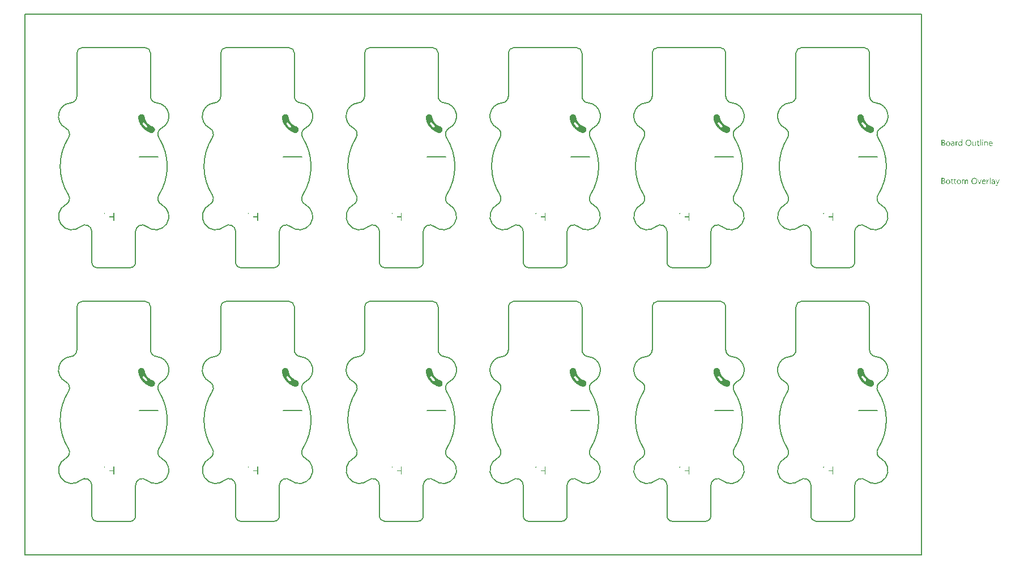
<source format=gbo>
G04*
G04 #@! TF.GenerationSoftware,Altium Limited,Altium Designer,21.8.1 (53)*
G04*
G04 Layer_Color=32896*
%FSAX25Y25*%
%MOIN*%
G70*
G04*
G04 #@! TF.SameCoordinates,360D38BB-5A27-4593-86B5-486E9D4ED2DC*
G04*
G04*
G04 #@! TF.FilePolarity,Positive*
G04*
G01*
G75*
%ADD22C,0.00787*%
%ADD26C,0.00591*%
G36*
X0472212Y0239684D02*
X0472329Y0239670D01*
X0472444Y0239649D01*
X0472558Y0239621D01*
X0472671Y0239587D01*
X0472780Y0239545D01*
X0472888Y0239498D01*
X0472992Y0239443D01*
X0473092Y0239383D01*
X0473189Y0239317D01*
X0473282Y0239245D01*
X0473370Y0239167D01*
X0473453Y0239084D01*
X0473531Y0238997D01*
X0473604Y0238905D01*
X0473671Y0238808D01*
X0473732Y0238708D01*
X0473787Y0238604D01*
X0473836Y0238497D01*
X0473878Y0238388D01*
X0473913Y0238276D01*
X0473942Y0238162D01*
X0473963Y0238046D01*
X0473965Y0238030D01*
X0473965Y0238030D01*
X0473997Y0237832D01*
X0474040Y0237610D01*
X0474090Y0237390D01*
X0474147Y0237171D01*
X0474212Y0236954D01*
X0474283Y0236739D01*
X0474362Y0236527D01*
X0474447Y0236317D01*
X0474540Y0236111D01*
X0474639Y0235907D01*
X0474744Y0235707D01*
X0474856Y0235510D01*
X0474975Y0235318D01*
X0475099Y0235129D01*
X0475230Y0234944D01*
X0475367Y0234764D01*
X0475510Y0234588D01*
X0475658Y0234417D01*
X0475812Y0234251D01*
X0475971Y0234090D01*
X0476135Y0233935D01*
X0476304Y0233785D01*
X0476478Y0233640D01*
X0476657Y0233501D01*
X0476840Y0233368D01*
X0477028Y0233242D01*
X0477219Y0233121D01*
X0477415Y0233007D01*
X0477614Y0232899D01*
X0477816Y0232798D01*
X0478022Y0232703D01*
X0478230Y0232616D01*
X0478442Y0232535D01*
X0478653Y0232462D01*
X0478653Y0232462D01*
X0478675Y0232455D01*
X0478785Y0232414D01*
X0478892Y0232366D01*
X0478997Y0232312D01*
X0479097Y0232252D01*
X0479194Y0232185D01*
X0479287Y0232113D01*
X0479375Y0232035D01*
X0479458Y0231953D01*
X0479536Y0231865D01*
X0479609Y0231773D01*
X0479676Y0231677D01*
X0479737Y0231576D01*
X0479792Y0231473D01*
X0479841Y0231366D01*
X0479882Y0231256D01*
X0479918Y0231144D01*
X0479946Y0231030D01*
X0479968Y0230915D01*
X0479982Y0230798D01*
X0479990Y0230681D01*
X0479990Y0230564D01*
X0479984Y0230447D01*
X0479970Y0230330D01*
X0479949Y0230214D01*
X0479921Y0230100D01*
X0479887Y0229988D01*
X0479846Y0229878D01*
X0479798Y0229771D01*
X0479743Y0229667D01*
X0479683Y0229566D01*
X0479617Y0229469D01*
X0479545Y0229377D01*
X0479467Y0229289D01*
X0479384Y0229205D01*
X0479297Y0229127D01*
X0479205Y0229054D01*
X0479108Y0228988D01*
X0479008Y0228926D01*
X0478904Y0228871D01*
X0478797Y0228823D01*
X0478688Y0228781D01*
X0478576Y0228746D01*
X0478462Y0228717D01*
X0478346Y0228696D01*
X0478230Y0228681D01*
X0478113Y0228674D01*
X0477995Y0228673D01*
X0477878Y0228680D01*
X0477762Y0228694D01*
X0477646Y0228714D01*
X0477532Y0228742D01*
X0477442Y0228770D01*
X0477442Y0228770D01*
X0477297Y0228818D01*
X0477021Y0228917D01*
X0476749Y0229023D01*
X0476479Y0229137D01*
X0476213Y0229257D01*
X0475950Y0229385D01*
X0475690Y0229521D01*
X0475434Y0229663D01*
X0475183Y0229812D01*
X0474935Y0229967D01*
X0474692Y0230130D01*
X0474453Y0230298D01*
X0474219Y0230474D01*
X0473989Y0230655D01*
X0473765Y0230843D01*
X0473546Y0231037D01*
X0473332Y0231236D01*
X0473123Y0231441D01*
X0472921Y0231652D01*
X0472724Y0231869D01*
X0472533Y0232090D01*
X0472348Y0232317D01*
X0472169Y0232548D01*
X0471996Y0232785D01*
X0471830Y0233026D01*
X0471671Y0233271D01*
X0471518Y0233520D01*
X0471372Y0233774D01*
X0471233Y0234031D01*
X0471102Y0234292D01*
X0470977Y0234557D01*
X0470859Y0234825D01*
X0470749Y0235096D01*
X0470646Y0235369D01*
X0470550Y0235646D01*
X0470462Y0235925D01*
X0470382Y0236206D01*
X0470309Y0236490D01*
X0470244Y0236775D01*
X0470187Y0237062D01*
X0470137Y0237350D01*
X0470121Y0237466D01*
X0470120Y0237466D01*
X0470108Y0237565D01*
X0470100Y0237682D01*
X0470100Y0237800D01*
X0470107Y0237917D01*
X0470120Y0238034D01*
X0470141Y0238149D01*
X0470169Y0238263D01*
X0470203Y0238375D01*
X0470245Y0238485D01*
X0470293Y0238592D01*
X0470347Y0238697D01*
X0470407Y0238797D01*
X0470474Y0238894D01*
X0470546Y0238987D01*
X0470623Y0239075D01*
X0470706Y0239158D01*
X0470794Y0239236D01*
X0470886Y0239309D01*
X0470982Y0239376D01*
X0471082Y0239437D01*
X0471186Y0239492D01*
X0471293Y0239541D01*
X0471403Y0239582D01*
X0471515Y0239618D01*
X0471629Y0239646D01*
X0471744Y0239668D01*
X0471860Y0239682D01*
X0471978Y0239690D01*
X0472095Y0239690D01*
X0472212Y0239684D01*
D02*
G37*
G36*
X0387566D02*
X0387683Y0239670D01*
X0387799Y0239649D01*
X0387913Y0239621D01*
X0388025Y0239587D01*
X0388135Y0239545D01*
X0388242Y0239498D01*
X0388346Y0239443D01*
X0388447Y0239383D01*
X0388544Y0239317D01*
X0388636Y0239245D01*
X0388724Y0239167D01*
X0388808Y0239084D01*
X0388886Y0238997D01*
X0388959Y0238905D01*
X0389025Y0238808D01*
X0389087Y0238708D01*
X0389142Y0238604D01*
X0389190Y0238497D01*
X0389232Y0238388D01*
X0389267Y0238276D01*
X0389296Y0238162D01*
X0389317Y0238046D01*
X0389319Y0238030D01*
X0389319Y0238030D01*
X0389351Y0237832D01*
X0389394Y0237610D01*
X0389444Y0237390D01*
X0389501Y0237171D01*
X0389566Y0236954D01*
X0389637Y0236739D01*
X0389716Y0236527D01*
X0389802Y0236317D01*
X0389894Y0236111D01*
X0389993Y0235907D01*
X0390098Y0235707D01*
X0390210Y0235510D01*
X0390329Y0235318D01*
X0390454Y0235129D01*
X0390584Y0234944D01*
X0390721Y0234764D01*
X0390864Y0234588D01*
X0391012Y0234417D01*
X0391166Y0234251D01*
X0391325Y0234090D01*
X0391489Y0233935D01*
X0391659Y0233785D01*
X0391833Y0233640D01*
X0392012Y0233501D01*
X0392195Y0233368D01*
X0392382Y0233242D01*
X0392574Y0233121D01*
X0392769Y0233007D01*
X0392968Y0232899D01*
X0393171Y0232798D01*
X0393376Y0232703D01*
X0393585Y0232616D01*
X0393796Y0232535D01*
X0394007Y0232462D01*
X0394007Y0232462D01*
X0394030Y0232455D01*
X0394140Y0232414D01*
X0394247Y0232366D01*
X0394351Y0232312D01*
X0394451Y0232252D01*
X0394548Y0232185D01*
X0394641Y0232113D01*
X0394729Y0232035D01*
X0394812Y0231953D01*
X0394891Y0231865D01*
X0394963Y0231773D01*
X0395030Y0231677D01*
X0395091Y0231576D01*
X0395146Y0231473D01*
X0395195Y0231366D01*
X0395237Y0231256D01*
X0395272Y0231144D01*
X0395301Y0231030D01*
X0395322Y0230915D01*
X0395337Y0230798D01*
X0395344Y0230681D01*
X0395344Y0230564D01*
X0395338Y0230447D01*
X0395324Y0230330D01*
X0395303Y0230214D01*
X0395276Y0230100D01*
X0395241Y0229988D01*
X0395200Y0229878D01*
X0395152Y0229771D01*
X0395098Y0229667D01*
X0395037Y0229566D01*
X0394971Y0229469D01*
X0394899Y0229377D01*
X0394821Y0229289D01*
X0394739Y0229205D01*
X0394651Y0229127D01*
X0394559Y0229054D01*
X0394462Y0228988D01*
X0394362Y0228926D01*
X0394258Y0228871D01*
X0394152Y0228823D01*
X0394042Y0228781D01*
X0393930Y0228746D01*
X0393816Y0228717D01*
X0393701Y0228696D01*
X0393584Y0228681D01*
X0393467Y0228674D01*
X0393350Y0228673D01*
X0393232Y0228680D01*
X0393116Y0228694D01*
X0393000Y0228714D01*
X0392886Y0228742D01*
X0392797Y0228770D01*
X0392797Y0228770D01*
X0392651Y0228818D01*
X0392376Y0228917D01*
X0392103Y0229023D01*
X0391833Y0229137D01*
X0391567Y0229257D01*
X0391304Y0229385D01*
X0391044Y0229521D01*
X0390789Y0229663D01*
X0390537Y0229812D01*
X0390289Y0229967D01*
X0390046Y0230130D01*
X0389807Y0230298D01*
X0389573Y0230474D01*
X0389344Y0230655D01*
X0389119Y0230843D01*
X0388900Y0231037D01*
X0388686Y0231236D01*
X0388478Y0231441D01*
X0388275Y0231652D01*
X0388078Y0231869D01*
X0387887Y0232090D01*
X0387702Y0232317D01*
X0387523Y0232548D01*
X0387351Y0232785D01*
X0387185Y0233026D01*
X0387025Y0233271D01*
X0386873Y0233520D01*
X0386727Y0233774D01*
X0386588Y0234031D01*
X0386456Y0234292D01*
X0386331Y0234557D01*
X0386213Y0234825D01*
X0386103Y0235096D01*
X0386000Y0235369D01*
X0385905Y0235646D01*
X0385817Y0235925D01*
X0385736Y0236206D01*
X0385664Y0236490D01*
X0385598Y0236775D01*
X0385541Y0237062D01*
X0385492Y0237350D01*
X0385475Y0237466D01*
X0385475Y0237466D01*
X0385462Y0237565D01*
X0385455Y0237682D01*
X0385454Y0237800D01*
X0385461Y0237917D01*
X0385475Y0238034D01*
X0385496Y0238149D01*
X0385523Y0238263D01*
X0385558Y0238375D01*
X0385599Y0238485D01*
X0385647Y0238592D01*
X0385701Y0238697D01*
X0385761Y0238797D01*
X0385828Y0238894D01*
X0385900Y0238987D01*
X0385978Y0239075D01*
X0386060Y0239158D01*
X0386148Y0239236D01*
X0386240Y0239309D01*
X0386336Y0239376D01*
X0386437Y0239437D01*
X0386540Y0239492D01*
X0386647Y0239541D01*
X0386757Y0239582D01*
X0386869Y0239618D01*
X0386983Y0239646D01*
X0387098Y0239668D01*
X0387215Y0239682D01*
X0387332Y0239690D01*
X0387449Y0239690D01*
X0387566Y0239684D01*
D02*
G37*
G36*
X0302921D02*
X0303037Y0239670D01*
X0303153Y0239649D01*
X0303267Y0239621D01*
X0303379Y0239587D01*
X0303489Y0239545D01*
X0303596Y0239498D01*
X0303700Y0239443D01*
X0303801Y0239383D01*
X0303898Y0239317D01*
X0303991Y0239245D01*
X0304079Y0239167D01*
X0304162Y0239084D01*
X0304240Y0238997D01*
X0304313Y0238905D01*
X0304380Y0238808D01*
X0304441Y0238708D01*
X0304496Y0238604D01*
X0304544Y0238497D01*
X0304586Y0238388D01*
X0304622Y0238276D01*
X0304650Y0238162D01*
X0304672Y0238046D01*
X0304674Y0238030D01*
X0304674Y0238030D01*
X0304705Y0237832D01*
X0304748Y0237610D01*
X0304798Y0237390D01*
X0304856Y0237171D01*
X0304920Y0236954D01*
X0304992Y0236739D01*
X0305070Y0236527D01*
X0305156Y0236317D01*
X0305248Y0236111D01*
X0305347Y0235907D01*
X0305453Y0235707D01*
X0305565Y0235510D01*
X0305683Y0235318D01*
X0305808Y0235129D01*
X0305939Y0234944D01*
X0306076Y0234764D01*
X0306218Y0234588D01*
X0306366Y0234417D01*
X0306520Y0234251D01*
X0306679Y0234090D01*
X0306844Y0233935D01*
X0307013Y0233785D01*
X0307187Y0233640D01*
X0307366Y0233501D01*
X0307549Y0233368D01*
X0307737Y0233242D01*
X0307928Y0233121D01*
X0308123Y0233007D01*
X0308323Y0232899D01*
X0308525Y0232798D01*
X0308731Y0232703D01*
X0308939Y0232616D01*
X0309151Y0232535D01*
X0309361Y0232462D01*
X0309361Y0232462D01*
X0309384Y0232455D01*
X0309494Y0232414D01*
X0309601Y0232366D01*
X0309705Y0232312D01*
X0309806Y0232252D01*
X0309903Y0232185D01*
X0309995Y0232113D01*
X0310084Y0232035D01*
X0310167Y0231953D01*
X0310245Y0231865D01*
X0310318Y0231773D01*
X0310385Y0231677D01*
X0310446Y0231576D01*
X0310501Y0231473D01*
X0310549Y0231366D01*
X0310591Y0231256D01*
X0310626Y0231144D01*
X0310655Y0231030D01*
X0310676Y0230915D01*
X0310691Y0230798D01*
X0310699Y0230681D01*
X0310699Y0230564D01*
X0310692Y0230447D01*
X0310678Y0230330D01*
X0310658Y0230214D01*
X0310630Y0230100D01*
X0310595Y0229988D01*
X0310554Y0229878D01*
X0310506Y0229771D01*
X0310452Y0229667D01*
X0310392Y0229566D01*
X0310325Y0229469D01*
X0310253Y0229377D01*
X0310176Y0229289D01*
X0310093Y0229205D01*
X0310005Y0229127D01*
X0309913Y0229054D01*
X0309817Y0228988D01*
X0309717Y0228926D01*
X0309613Y0228871D01*
X0309506Y0228823D01*
X0309396Y0228781D01*
X0309284Y0228746D01*
X0309170Y0228717D01*
X0309055Y0228696D01*
X0308939Y0228681D01*
X0308821Y0228674D01*
X0308704Y0228673D01*
X0308587Y0228680D01*
X0308470Y0228694D01*
X0308355Y0228714D01*
X0308241Y0228742D01*
X0308151Y0228770D01*
X0308151Y0228770D01*
X0308005Y0228818D01*
X0307730Y0228917D01*
X0307457Y0229023D01*
X0307188Y0229137D01*
X0306921Y0229257D01*
X0306658Y0229385D01*
X0306399Y0229521D01*
X0306143Y0229663D01*
X0305891Y0229812D01*
X0305644Y0229967D01*
X0305400Y0230130D01*
X0305161Y0230298D01*
X0304927Y0230474D01*
X0304698Y0230655D01*
X0304473Y0230843D01*
X0304254Y0231037D01*
X0304040Y0231236D01*
X0303832Y0231441D01*
X0303629Y0231652D01*
X0303432Y0231869D01*
X0303241Y0232090D01*
X0303056Y0232317D01*
X0302877Y0232548D01*
X0302705Y0232785D01*
X0302539Y0233026D01*
X0302380Y0233271D01*
X0302227Y0233520D01*
X0302081Y0233774D01*
X0301942Y0234031D01*
X0301810Y0234292D01*
X0301685Y0234557D01*
X0301568Y0234825D01*
X0301457Y0235096D01*
X0301354Y0235369D01*
X0301259Y0235646D01*
X0301171Y0235925D01*
X0301091Y0236206D01*
X0301018Y0236490D01*
X0300953Y0236775D01*
X0300896Y0237062D01*
X0300846Y0237350D01*
X0300829Y0237466D01*
X0300829Y0237466D01*
X0300817Y0237565D01*
X0300809Y0237682D01*
X0300809Y0237800D01*
X0300815Y0237917D01*
X0300829Y0238034D01*
X0300850Y0238149D01*
X0300878Y0238263D01*
X0300912Y0238375D01*
X0300953Y0238485D01*
X0301001Y0238592D01*
X0301056Y0238697D01*
X0301116Y0238797D01*
X0301182Y0238894D01*
X0301254Y0238987D01*
X0301332Y0239075D01*
X0301415Y0239158D01*
X0301502Y0239236D01*
X0301594Y0239309D01*
X0301691Y0239376D01*
X0301791Y0239437D01*
X0301895Y0239492D01*
X0302002Y0239541D01*
X0302111Y0239582D01*
X0302223Y0239618D01*
X0302337Y0239646D01*
X0302452Y0239668D01*
X0302569Y0239682D01*
X0302686Y0239690D01*
X0302803Y0239690D01*
X0302921Y0239684D01*
D02*
G37*
G36*
X0218275D02*
X0218392Y0239670D01*
X0218507Y0239649D01*
X0218621Y0239621D01*
X0218733Y0239587D01*
X0218843Y0239545D01*
X0218951Y0239498D01*
X0219055Y0239443D01*
X0219155Y0239383D01*
X0219252Y0239317D01*
X0219345Y0239245D01*
X0219433Y0239167D01*
X0219516Y0239084D01*
X0219594Y0238997D01*
X0219667Y0238905D01*
X0219734Y0238808D01*
X0219795Y0238708D01*
X0219850Y0238604D01*
X0219899Y0238497D01*
X0219941Y0238388D01*
X0219976Y0238276D01*
X0220004Y0238162D01*
X0220026Y0238046D01*
X0220028Y0238030D01*
X0220028Y0238030D01*
X0220059Y0237832D01*
X0220102Y0237610D01*
X0220153Y0237390D01*
X0220210Y0237171D01*
X0220274Y0236954D01*
X0220346Y0236739D01*
X0220425Y0236527D01*
X0220510Y0236317D01*
X0220602Y0236111D01*
X0220701Y0235907D01*
X0220807Y0235707D01*
X0220919Y0235510D01*
X0221038Y0235318D01*
X0221162Y0235129D01*
X0221293Y0234944D01*
X0221430Y0234764D01*
X0221572Y0234588D01*
X0221721Y0234417D01*
X0221874Y0234251D01*
X0222034Y0234090D01*
X0222198Y0233935D01*
X0222367Y0233785D01*
X0222541Y0233640D01*
X0222720Y0233501D01*
X0222903Y0233368D01*
X0223091Y0233242D01*
X0223283Y0233121D01*
X0223478Y0233007D01*
X0223677Y0232899D01*
X0223879Y0232798D01*
X0224085Y0232703D01*
X0224293Y0232616D01*
X0224505Y0232535D01*
X0224716Y0232462D01*
X0224716Y0232462D01*
X0224738Y0232455D01*
X0224848Y0232414D01*
X0224955Y0232366D01*
X0225060Y0232312D01*
X0225160Y0232252D01*
X0225257Y0232185D01*
X0225350Y0232113D01*
X0225438Y0232035D01*
X0225521Y0231953D01*
X0225599Y0231865D01*
X0225672Y0231773D01*
X0225739Y0231677D01*
X0225800Y0231576D01*
X0225855Y0231473D01*
X0225903Y0231366D01*
X0225945Y0231256D01*
X0225981Y0231144D01*
X0226009Y0231030D01*
X0226031Y0230915D01*
X0226045Y0230798D01*
X0226053Y0230681D01*
X0226053Y0230564D01*
X0226046Y0230447D01*
X0226033Y0230330D01*
X0226012Y0230214D01*
X0225984Y0230100D01*
X0225950Y0229988D01*
X0225908Y0229878D01*
X0225861Y0229771D01*
X0225806Y0229667D01*
X0225746Y0229566D01*
X0225680Y0229469D01*
X0225607Y0229377D01*
X0225530Y0229289D01*
X0225447Y0229205D01*
X0225360Y0229127D01*
X0225268Y0229054D01*
X0225171Y0228988D01*
X0225071Y0228926D01*
X0224967Y0228871D01*
X0224860Y0228823D01*
X0224751Y0228781D01*
X0224639Y0228746D01*
X0224525Y0228717D01*
X0224409Y0228696D01*
X0224293Y0228681D01*
X0224176Y0228674D01*
X0224058Y0228673D01*
X0223941Y0228680D01*
X0223825Y0228694D01*
X0223709Y0228714D01*
X0223595Y0228742D01*
X0223505Y0228770D01*
X0223505Y0228770D01*
X0223360Y0228818D01*
X0223084Y0228917D01*
X0222812Y0229023D01*
X0222542Y0229137D01*
X0222276Y0229257D01*
X0222013Y0229385D01*
X0221753Y0229521D01*
X0221497Y0229663D01*
X0221246Y0229812D01*
X0220998Y0229967D01*
X0220755Y0230130D01*
X0220516Y0230298D01*
X0220282Y0230474D01*
X0220052Y0230655D01*
X0219828Y0230843D01*
X0219609Y0231037D01*
X0219395Y0231236D01*
X0219186Y0231441D01*
X0218984Y0231652D01*
X0218787Y0231869D01*
X0218596Y0232090D01*
X0218410Y0232317D01*
X0218232Y0232548D01*
X0218059Y0232785D01*
X0217893Y0233026D01*
X0217734Y0233271D01*
X0217581Y0233520D01*
X0217435Y0233774D01*
X0217296Y0234031D01*
X0217164Y0234292D01*
X0217040Y0234557D01*
X0216922Y0234825D01*
X0216812Y0235096D01*
X0216709Y0235369D01*
X0216613Y0235646D01*
X0216525Y0235925D01*
X0216445Y0236206D01*
X0216372Y0236490D01*
X0216307Y0236775D01*
X0216250Y0237062D01*
X0216200Y0237350D01*
X0216184Y0237466D01*
X0216183Y0237466D01*
X0216171Y0237565D01*
X0216163Y0237682D01*
X0216163Y0237800D01*
X0216170Y0237917D01*
X0216183Y0238034D01*
X0216204Y0238149D01*
X0216232Y0238263D01*
X0216266Y0238375D01*
X0216308Y0238485D01*
X0216356Y0238592D01*
X0216410Y0238697D01*
X0216470Y0238797D01*
X0216536Y0238894D01*
X0216609Y0238987D01*
X0216686Y0239075D01*
X0216769Y0239158D01*
X0216857Y0239236D01*
X0216949Y0239309D01*
X0217045Y0239376D01*
X0217145Y0239437D01*
X0217249Y0239492D01*
X0217356Y0239541D01*
X0217466Y0239582D01*
X0217578Y0239618D01*
X0217691Y0239646D01*
X0217807Y0239668D01*
X0217923Y0239682D01*
X0218040Y0239690D01*
X0218158Y0239690D01*
X0218275Y0239684D01*
D02*
G37*
G36*
X0133629D02*
X0133746Y0239670D01*
X0133861Y0239649D01*
X0133976Y0239621D01*
X0134088Y0239587D01*
X0134198Y0239545D01*
X0134305Y0239498D01*
X0134409Y0239443D01*
X0134510Y0239383D01*
X0134607Y0239317D01*
X0134699Y0239245D01*
X0134787Y0239167D01*
X0134871Y0239084D01*
X0134949Y0238997D01*
X0135021Y0238905D01*
X0135088Y0238808D01*
X0135150Y0238708D01*
X0135204Y0238604D01*
X0135253Y0238497D01*
X0135295Y0238388D01*
X0135330Y0238276D01*
X0135359Y0238162D01*
X0135380Y0238046D01*
X0135382Y0238030D01*
X0135382Y0238030D01*
X0135414Y0237832D01*
X0135457Y0237610D01*
X0135507Y0237390D01*
X0135564Y0237171D01*
X0135629Y0236954D01*
X0135700Y0236739D01*
X0135779Y0236527D01*
X0135864Y0236317D01*
X0135957Y0236111D01*
X0136056Y0235907D01*
X0136161Y0235707D01*
X0136273Y0235510D01*
X0136392Y0235318D01*
X0136516Y0235129D01*
X0136647Y0234944D01*
X0136784Y0234764D01*
X0136927Y0234588D01*
X0137075Y0234417D01*
X0137229Y0234251D01*
X0137388Y0234090D01*
X0137552Y0233935D01*
X0137722Y0233785D01*
X0137896Y0233640D01*
X0138075Y0233501D01*
X0138258Y0233368D01*
X0138445Y0233242D01*
X0138637Y0233121D01*
X0138832Y0233007D01*
X0139031Y0232899D01*
X0139234Y0232798D01*
X0139439Y0232703D01*
X0139648Y0232616D01*
X0139859Y0232535D01*
X0140070Y0232462D01*
X0140070Y0232462D01*
X0140093Y0232455D01*
X0140202Y0232414D01*
X0140310Y0232366D01*
X0140414Y0232312D01*
X0140515Y0232252D01*
X0140611Y0232185D01*
X0140704Y0232113D01*
X0140792Y0232035D01*
X0140875Y0231953D01*
X0140954Y0231865D01*
X0141026Y0231773D01*
X0141093Y0231677D01*
X0141154Y0231576D01*
X0141209Y0231473D01*
X0141258Y0231366D01*
X0141300Y0231256D01*
X0141335Y0231144D01*
X0141364Y0231030D01*
X0141385Y0230915D01*
X0141400Y0230798D01*
X0141407Y0230681D01*
X0141408Y0230564D01*
X0141401Y0230447D01*
X0141387Y0230330D01*
X0141366Y0230214D01*
X0141339Y0230100D01*
X0141304Y0229988D01*
X0141263Y0229878D01*
X0141215Y0229771D01*
X0141161Y0229667D01*
X0141100Y0229566D01*
X0141034Y0229469D01*
X0140962Y0229377D01*
X0140884Y0229289D01*
X0140802Y0229205D01*
X0140714Y0229127D01*
X0140622Y0229054D01*
X0140525Y0228988D01*
X0140425Y0228926D01*
X0140321Y0228871D01*
X0140215Y0228823D01*
X0140105Y0228781D01*
X0139993Y0228746D01*
X0139879Y0228717D01*
X0139764Y0228696D01*
X0139647Y0228681D01*
X0139530Y0228674D01*
X0139413Y0228673D01*
X0139295Y0228680D01*
X0139179Y0228694D01*
X0139063Y0228714D01*
X0138949Y0228742D01*
X0138859Y0228770D01*
X0138860Y0228770D01*
X0138714Y0228818D01*
X0138438Y0228917D01*
X0138166Y0229023D01*
X0137896Y0229137D01*
X0137630Y0229257D01*
X0137367Y0229385D01*
X0137108Y0229521D01*
X0136852Y0229663D01*
X0136600Y0229812D01*
X0136352Y0229967D01*
X0136109Y0230130D01*
X0135870Y0230298D01*
X0135636Y0230474D01*
X0135406Y0230655D01*
X0135182Y0230843D01*
X0134963Y0231037D01*
X0134749Y0231236D01*
X0134541Y0231441D01*
X0134338Y0231652D01*
X0134141Y0231869D01*
X0133950Y0232090D01*
X0133765Y0232317D01*
X0133586Y0232548D01*
X0133414Y0232785D01*
X0133248Y0233026D01*
X0133088Y0233271D01*
X0132936Y0233520D01*
X0132790Y0233774D01*
X0132651Y0234031D01*
X0132519Y0234292D01*
X0132394Y0234557D01*
X0132276Y0234825D01*
X0132166Y0235096D01*
X0132063Y0235369D01*
X0131968Y0235646D01*
X0131880Y0235925D01*
X0131799Y0236206D01*
X0131727Y0236490D01*
X0131661Y0236775D01*
X0131604Y0237062D01*
X0131555Y0237350D01*
X0131538Y0237466D01*
X0131538Y0237466D01*
X0131525Y0237565D01*
X0131518Y0237682D01*
X0131517Y0237800D01*
X0131524Y0237917D01*
X0131538Y0238034D01*
X0131559Y0238149D01*
X0131586Y0238263D01*
X0131621Y0238375D01*
X0131662Y0238485D01*
X0131710Y0238592D01*
X0131764Y0238697D01*
X0131825Y0238797D01*
X0131891Y0238894D01*
X0131963Y0238987D01*
X0132041Y0239075D01*
X0132123Y0239158D01*
X0132211Y0239236D01*
X0132303Y0239309D01*
X0132399Y0239376D01*
X0132500Y0239437D01*
X0132603Y0239492D01*
X0132710Y0239541D01*
X0132820Y0239582D01*
X0132932Y0239618D01*
X0133046Y0239646D01*
X0133161Y0239668D01*
X0133278Y0239682D01*
X0133395Y0239690D01*
X0133512Y0239690D01*
X0133629Y0239684D01*
D02*
G37*
G36*
X0048984D02*
X0049100Y0239670D01*
X0049216Y0239649D01*
X0049330Y0239621D01*
X0049442Y0239587D01*
X0049552Y0239545D01*
X0049659Y0239498D01*
X0049763Y0239443D01*
X0049864Y0239383D01*
X0049961Y0239317D01*
X0050053Y0239245D01*
X0050142Y0239167D01*
X0050225Y0239084D01*
X0050303Y0238997D01*
X0050376Y0238905D01*
X0050443Y0238808D01*
X0050504Y0238708D01*
X0050559Y0238604D01*
X0050607Y0238497D01*
X0050649Y0238388D01*
X0050685Y0238276D01*
X0050713Y0238162D01*
X0050735Y0238046D01*
X0050737Y0238030D01*
X0050737Y0238030D01*
X0050768Y0237832D01*
X0050811Y0237610D01*
X0050861Y0237390D01*
X0050919Y0237171D01*
X0050983Y0236954D01*
X0051055Y0236739D01*
X0051133Y0236527D01*
X0051219Y0236317D01*
X0051311Y0236111D01*
X0051410Y0235907D01*
X0051516Y0235707D01*
X0051628Y0235510D01*
X0051746Y0235318D01*
X0051871Y0235129D01*
X0052002Y0234944D01*
X0052138Y0234764D01*
X0052281Y0234588D01*
X0052429Y0234417D01*
X0052583Y0234251D01*
X0052742Y0234090D01*
X0052907Y0233935D01*
X0053076Y0233785D01*
X0053250Y0233640D01*
X0053429Y0233501D01*
X0053612Y0233368D01*
X0053799Y0233242D01*
X0053991Y0233121D01*
X0054186Y0233007D01*
X0054386Y0232899D01*
X0054588Y0232798D01*
X0054794Y0232703D01*
X0055002Y0232616D01*
X0055213Y0232535D01*
X0055424Y0232462D01*
X0055424Y0232462D01*
X0055447Y0232455D01*
X0055557Y0232414D01*
X0055664Y0232366D01*
X0055768Y0232312D01*
X0055869Y0232252D01*
X0055966Y0232185D01*
X0056058Y0232113D01*
X0056146Y0232035D01*
X0056230Y0231953D01*
X0056308Y0231865D01*
X0056380Y0231773D01*
X0056447Y0231677D01*
X0056509Y0231576D01*
X0056564Y0231473D01*
X0056612Y0231366D01*
X0056654Y0231256D01*
X0056689Y0231144D01*
X0056718Y0231030D01*
X0056739Y0230915D01*
X0056754Y0230798D01*
X0056761Y0230681D01*
X0056762Y0230564D01*
X0056755Y0230447D01*
X0056741Y0230330D01*
X0056721Y0230214D01*
X0056693Y0230100D01*
X0056658Y0229988D01*
X0056617Y0229878D01*
X0056569Y0229771D01*
X0056515Y0229667D01*
X0056455Y0229566D01*
X0056388Y0229469D01*
X0056316Y0229377D01*
X0056239Y0229289D01*
X0056156Y0229205D01*
X0056068Y0229127D01*
X0055976Y0229054D01*
X0055880Y0228988D01*
X0055779Y0228926D01*
X0055676Y0228871D01*
X0055569Y0228823D01*
X0055459Y0228781D01*
X0055347Y0228746D01*
X0055233Y0228717D01*
X0055118Y0228696D01*
X0055001Y0228681D01*
X0054884Y0228674D01*
X0054767Y0228673D01*
X0054650Y0228680D01*
X0054533Y0228694D01*
X0054418Y0228714D01*
X0054303Y0228742D01*
X0054214Y0228770D01*
X0054214Y0228770D01*
X0054068Y0228818D01*
X0053793Y0228917D01*
X0053520Y0229023D01*
X0053251Y0229137D01*
X0052984Y0229257D01*
X0052721Y0229385D01*
X0052462Y0229521D01*
X0052206Y0229663D01*
X0051954Y0229812D01*
X0051707Y0229967D01*
X0051463Y0230130D01*
X0051224Y0230298D01*
X0050990Y0230474D01*
X0050761Y0230655D01*
X0050536Y0230843D01*
X0050317Y0231037D01*
X0050103Y0231236D01*
X0049895Y0231441D01*
X0049692Y0231652D01*
X0049495Y0231869D01*
X0049304Y0232090D01*
X0049119Y0232317D01*
X0048940Y0232548D01*
X0048768Y0232785D01*
X0048602Y0233026D01*
X0048443Y0233271D01*
X0048290Y0233520D01*
X0048144Y0233774D01*
X0048005Y0234031D01*
X0047873Y0234292D01*
X0047748Y0234557D01*
X0047631Y0234825D01*
X0047520Y0235096D01*
X0047417Y0235369D01*
X0047322Y0235646D01*
X0047234Y0235925D01*
X0047153Y0236206D01*
X0047081Y0236490D01*
X0047016Y0236775D01*
X0046959Y0237062D01*
X0046909Y0237350D01*
X0046892Y0237466D01*
X0046892Y0237466D01*
X0046880Y0237565D01*
X0046872Y0237682D01*
X0046872Y0237800D01*
X0046878Y0237917D01*
X0046892Y0238034D01*
X0046913Y0238149D01*
X0046940Y0238263D01*
X0046975Y0238375D01*
X0047016Y0238485D01*
X0047064Y0238592D01*
X0047118Y0238697D01*
X0047179Y0238797D01*
X0047245Y0238894D01*
X0047317Y0238987D01*
X0047395Y0239075D01*
X0047477Y0239158D01*
X0047565Y0239236D01*
X0047657Y0239309D01*
X0047754Y0239376D01*
X0047854Y0239437D01*
X0047958Y0239492D01*
X0048065Y0239541D01*
X0048174Y0239582D01*
X0048286Y0239618D01*
X0048400Y0239646D01*
X0048515Y0239668D01*
X0048632Y0239682D01*
X0048749Y0239690D01*
X0048867Y0239690D01*
X0048984Y0239684D01*
D02*
G37*
G36*
X0543894Y0224783D02*
X0543919D01*
X0543975Y0224758D01*
X0544005Y0224740D01*
X0544036Y0224715D01*
X0544043Y0224709D01*
X0544049Y0224703D01*
X0544080Y0224666D01*
X0544105Y0224604D01*
X0544111Y0224567D01*
X0544117Y0224529D01*
Y0224523D01*
Y0224511D01*
X0544111Y0224492D01*
X0544105Y0224467D01*
X0544086Y0224406D01*
X0544061Y0224375D01*
X0544036Y0224344D01*
X0544030D01*
X0544024Y0224331D01*
X0543987Y0224307D01*
X0543931Y0224282D01*
X0543894Y0224276D01*
X0543857Y0224269D01*
X0543838D01*
X0543820Y0224276D01*
X0543795D01*
X0543733Y0224300D01*
X0543702Y0224313D01*
X0543671Y0224338D01*
Y0224344D01*
X0543659Y0224350D01*
X0543646Y0224368D01*
X0543634Y0224387D01*
X0543609Y0224449D01*
X0543603Y0224486D01*
X0543597Y0224529D01*
Y0224536D01*
Y0224548D01*
X0543603Y0224567D01*
X0543609Y0224598D01*
X0543628Y0224653D01*
X0543646Y0224684D01*
X0543671Y0224715D01*
X0543678Y0224721D01*
X0543684Y0224728D01*
X0543721Y0224752D01*
X0543783Y0224777D01*
X0543820Y0224789D01*
X0543876D01*
X0543894Y0224783D01*
D02*
G37*
G36*
X0531904Y0221119D02*
X0531502D01*
Y0221540D01*
X0531489D01*
Y0221533D01*
X0531477Y0221521D01*
X0531458Y0221496D01*
X0531440Y0221465D01*
X0531409Y0221428D01*
X0531372Y0221391D01*
X0531328Y0221348D01*
X0531279Y0221304D01*
X0531223Y0221255D01*
X0531155Y0221212D01*
X0531087Y0221174D01*
X0531006Y0221137D01*
X0530926Y0221106D01*
X0530833Y0221082D01*
X0530734Y0221069D01*
X0530629Y0221063D01*
X0530586D01*
X0530548Y0221069D01*
X0530511Y0221075D01*
X0530462Y0221082D01*
X0530357Y0221106D01*
X0530233Y0221144D01*
X0530109Y0221205D01*
X0530041Y0221242D01*
X0529985Y0221286D01*
X0529923Y0221341D01*
X0529868Y0221397D01*
Y0221403D01*
X0529855Y0221416D01*
X0529843Y0221434D01*
X0529824Y0221459D01*
X0529806Y0221490D01*
X0529781Y0221533D01*
X0529756Y0221583D01*
X0529731Y0221639D01*
X0529701Y0221701D01*
X0529676Y0221769D01*
X0529651Y0221843D01*
X0529632Y0221923D01*
X0529614Y0222010D01*
X0529601Y0222109D01*
X0529595Y0222208D01*
X0529589Y0222313D01*
Y0222320D01*
Y0222338D01*
Y0222375D01*
X0529595Y0222419D01*
X0529601Y0222468D01*
X0529608Y0222530D01*
X0529614Y0222598D01*
X0529626Y0222672D01*
X0529663Y0222833D01*
X0529719Y0223001D01*
X0529756Y0223081D01*
X0529800Y0223161D01*
X0529843Y0223236D01*
X0529899Y0223310D01*
X0529905Y0223316D01*
X0529911Y0223328D01*
X0529929Y0223347D01*
X0529954Y0223372D01*
X0529985Y0223397D01*
X0530028Y0223428D01*
X0530072Y0223465D01*
X0530121Y0223502D01*
X0530245Y0223570D01*
X0530387Y0223632D01*
X0530468Y0223650D01*
X0530555Y0223669D01*
X0530641Y0223681D01*
X0530740Y0223688D01*
X0530790D01*
X0530827Y0223681D01*
X0530864Y0223675D01*
X0530914Y0223669D01*
X0531025Y0223638D01*
X0531149Y0223588D01*
X0531211Y0223558D01*
X0531273Y0223514D01*
X0531335Y0223471D01*
X0531390Y0223415D01*
X0531440Y0223353D01*
X0531489Y0223279D01*
X0531502D01*
Y0224839D01*
X0531904D01*
Y0221119D01*
D02*
G37*
G36*
X0546172Y0223681D02*
X0546246Y0223675D01*
X0546339Y0223657D01*
X0546438Y0223626D01*
X0546543Y0223576D01*
X0546649Y0223508D01*
X0546692Y0223471D01*
X0546735Y0223421D01*
X0546748Y0223409D01*
X0546772Y0223372D01*
X0546803Y0223310D01*
X0546847Y0223223D01*
X0546884Y0223118D01*
X0546921Y0222988D01*
X0546946Y0222833D01*
X0546952Y0222654D01*
Y0221119D01*
X0546550D01*
Y0222549D01*
Y0222555D01*
Y0222586D01*
X0546543Y0222623D01*
Y0222672D01*
X0546531Y0222734D01*
X0546519Y0222802D01*
X0546500Y0222877D01*
X0546475Y0222951D01*
X0546444Y0223025D01*
X0546407Y0223093D01*
X0546358Y0223161D01*
X0546302Y0223223D01*
X0546240Y0223273D01*
X0546160Y0223310D01*
X0546073Y0223341D01*
X0545968Y0223347D01*
X0545955D01*
X0545918Y0223341D01*
X0545862Y0223335D01*
X0545794Y0223316D01*
X0545714Y0223291D01*
X0545627Y0223248D01*
X0545547Y0223192D01*
X0545466Y0223118D01*
X0545460Y0223106D01*
X0545435Y0223081D01*
X0545404Y0223031D01*
X0545367Y0222963D01*
X0545330Y0222883D01*
X0545299Y0222784D01*
X0545274Y0222672D01*
X0545268Y0222549D01*
Y0221119D01*
X0544866D01*
Y0223632D01*
X0545268D01*
Y0223211D01*
X0545281D01*
X0545287Y0223217D01*
X0545293Y0223230D01*
X0545312Y0223254D01*
X0545336Y0223285D01*
X0545361Y0223322D01*
X0545398Y0223359D01*
X0545442Y0223403D01*
X0545491Y0223452D01*
X0545547Y0223496D01*
X0545609Y0223539D01*
X0545677Y0223576D01*
X0545751Y0223613D01*
X0545825Y0223644D01*
X0545912Y0223669D01*
X0546005Y0223681D01*
X0546104Y0223688D01*
X0546141D01*
X0546172Y0223681D01*
D02*
G37*
G36*
X0529174Y0223669D02*
X0529249Y0223663D01*
X0529292Y0223650D01*
X0529323Y0223638D01*
Y0223223D01*
X0529317Y0223230D01*
X0529304Y0223236D01*
X0529280Y0223248D01*
X0529249Y0223267D01*
X0529205Y0223279D01*
X0529149Y0223291D01*
X0529088Y0223298D01*
X0529019Y0223304D01*
X0529007D01*
X0528976Y0223298D01*
X0528927Y0223291D01*
X0528871Y0223273D01*
X0528797Y0223242D01*
X0528729Y0223199D01*
X0528654Y0223137D01*
X0528586Y0223056D01*
X0528580Y0223044D01*
X0528561Y0223013D01*
X0528531Y0222957D01*
X0528500Y0222883D01*
X0528469Y0222790D01*
X0528438Y0222672D01*
X0528419Y0222542D01*
X0528413Y0222394D01*
Y0221119D01*
X0528011D01*
Y0223632D01*
X0528413D01*
Y0223112D01*
X0528425D01*
Y0223118D01*
X0528432Y0223124D01*
X0528444Y0223155D01*
X0528462Y0223205D01*
X0528493Y0223267D01*
X0528524Y0223328D01*
X0528574Y0223397D01*
X0528623Y0223465D01*
X0528685Y0223527D01*
X0528691Y0223533D01*
X0528716Y0223551D01*
X0528753Y0223576D01*
X0528803Y0223601D01*
X0528859Y0223626D01*
X0528927Y0223650D01*
X0529001Y0223669D01*
X0529081Y0223675D01*
X0529137D01*
X0529174Y0223669D01*
D02*
G37*
G36*
X0539914Y0221119D02*
X0539512D01*
Y0221515D01*
X0539499D01*
Y0221509D01*
X0539487Y0221496D01*
X0539474Y0221472D01*
X0539450Y0221447D01*
X0539394Y0221373D01*
X0539307Y0221292D01*
X0539258Y0221249D01*
X0539202Y0221205D01*
X0539140Y0221168D01*
X0539066Y0221131D01*
X0538992Y0221106D01*
X0538911Y0221082D01*
X0538818Y0221069D01*
X0538726Y0221063D01*
X0538688D01*
X0538645Y0221069D01*
X0538583Y0221082D01*
X0538515Y0221094D01*
X0538441Y0221119D01*
X0538360Y0221150D01*
X0538280Y0221199D01*
X0538193Y0221255D01*
X0538113Y0221323D01*
X0538038Y0221410D01*
X0537970Y0221515D01*
X0537908Y0221633D01*
X0537865Y0221775D01*
X0537840Y0221942D01*
X0537828Y0222029D01*
Y0222128D01*
Y0223632D01*
X0538224D01*
Y0222190D01*
Y0222183D01*
Y0222159D01*
X0538230Y0222115D01*
X0538237Y0222066D01*
X0538243Y0222004D01*
X0538255Y0221942D01*
X0538274Y0221868D01*
X0538298Y0221793D01*
X0538336Y0221719D01*
X0538373Y0221651D01*
X0538422Y0221583D01*
X0538484Y0221521D01*
X0538552Y0221472D01*
X0538633Y0221434D01*
X0538732Y0221403D01*
X0538837Y0221397D01*
X0538849D01*
X0538886Y0221403D01*
X0538942Y0221410D01*
X0539004Y0221422D01*
X0539084Y0221453D01*
X0539165Y0221490D01*
X0539245Y0221540D01*
X0539320Y0221614D01*
X0539326Y0221626D01*
X0539351Y0221651D01*
X0539382Y0221701D01*
X0539419Y0221769D01*
X0539450Y0221849D01*
X0539481Y0221948D01*
X0539505Y0222060D01*
X0539512Y0222183D01*
Y0223632D01*
X0539914D01*
Y0221119D01*
D02*
G37*
G36*
X0544049D02*
X0543646D01*
Y0223632D01*
X0544049D01*
Y0221119D01*
D02*
G37*
G36*
X0542829D02*
X0542427D01*
Y0224839D01*
X0542829D01*
Y0221119D01*
D02*
G37*
G36*
X0526451Y0223681D02*
X0526506Y0223675D01*
X0526575Y0223657D01*
X0526649Y0223638D01*
X0526729Y0223607D01*
X0526816Y0223570D01*
X0526896Y0223520D01*
X0526977Y0223459D01*
X0527051Y0223384D01*
X0527119Y0223291D01*
X0527175Y0223186D01*
X0527218Y0223062D01*
X0527243Y0222920D01*
X0527255Y0222753D01*
Y0221119D01*
X0526853D01*
Y0221509D01*
X0526841D01*
Y0221502D01*
X0526828Y0221490D01*
X0526816Y0221465D01*
X0526791Y0221441D01*
X0526729Y0221366D01*
X0526649Y0221286D01*
X0526537Y0221205D01*
X0526407Y0221131D01*
X0526327Y0221106D01*
X0526246Y0221082D01*
X0526160Y0221069D01*
X0526067Y0221063D01*
X0526030D01*
X0526005Y0221069D01*
X0525937Y0221075D01*
X0525856Y0221088D01*
X0525757Y0221112D01*
X0525665Y0221144D01*
X0525565Y0221193D01*
X0525479Y0221255D01*
X0525473Y0221267D01*
X0525448Y0221292D01*
X0525411Y0221335D01*
X0525374Y0221397D01*
X0525337Y0221472D01*
X0525299Y0221558D01*
X0525275Y0221663D01*
X0525268Y0221781D01*
Y0221787D01*
Y0221812D01*
X0525275Y0221849D01*
X0525281Y0221892D01*
X0525293Y0221948D01*
X0525312Y0222010D01*
X0525337Y0222078D01*
X0525374Y0222146D01*
X0525417Y0222220D01*
X0525473Y0222295D01*
X0525541Y0222363D01*
X0525621Y0222425D01*
X0525714Y0222487D01*
X0525826Y0222536D01*
X0525949Y0222573D01*
X0526098Y0222604D01*
X0526853Y0222709D01*
Y0222716D01*
Y0222734D01*
X0526847Y0222771D01*
Y0222809D01*
X0526834Y0222858D01*
X0526828Y0222914D01*
X0526791Y0223031D01*
X0526760Y0223087D01*
X0526729Y0223143D01*
X0526686Y0223199D01*
X0526636Y0223248D01*
X0526575Y0223291D01*
X0526506Y0223322D01*
X0526426Y0223341D01*
X0526333Y0223347D01*
X0526290D01*
X0526259Y0223341D01*
X0526216D01*
X0526172Y0223328D01*
X0526061Y0223310D01*
X0525937Y0223273D01*
X0525801Y0223217D01*
X0525727Y0223180D01*
X0525658Y0223143D01*
X0525584Y0223093D01*
X0525516Y0223038D01*
Y0223452D01*
X0525522D01*
X0525535Y0223465D01*
X0525553Y0223477D01*
X0525584Y0223489D01*
X0525615Y0223508D01*
X0525658Y0223527D01*
X0525708Y0223545D01*
X0525764Y0223570D01*
X0525887Y0223613D01*
X0526036Y0223650D01*
X0526197Y0223675D01*
X0526370Y0223688D01*
X0526407D01*
X0526451Y0223681D01*
D02*
G37*
G36*
X0520762Y0224628D02*
X0520805D01*
X0520849Y0224622D01*
X0520948Y0224610D01*
X0521065Y0224579D01*
X0521189Y0224542D01*
X0521307Y0224486D01*
X0521412Y0224412D01*
X0521418D01*
X0521424Y0224399D01*
X0521455Y0224375D01*
X0521499Y0224325D01*
X0521548Y0224257D01*
X0521592Y0224170D01*
X0521635Y0224071D01*
X0521666Y0223960D01*
X0521678Y0223898D01*
Y0223830D01*
Y0223824D01*
Y0223817D01*
Y0223780D01*
X0521672Y0223725D01*
X0521660Y0223657D01*
X0521641Y0223570D01*
X0521610Y0223483D01*
X0521573Y0223397D01*
X0521517Y0223310D01*
X0521511Y0223298D01*
X0521486Y0223273D01*
X0521449Y0223236D01*
X0521400Y0223186D01*
X0521338Y0223137D01*
X0521264Y0223081D01*
X0521171Y0223038D01*
X0521072Y0222994D01*
Y0222988D01*
X0521090D01*
X0521109Y0222982D01*
X0521127Y0222976D01*
X0521195Y0222963D01*
X0521276Y0222939D01*
X0521362Y0222901D01*
X0521455Y0222858D01*
X0521548Y0222796D01*
X0521635Y0222716D01*
X0521647Y0222703D01*
X0521672Y0222672D01*
X0521703Y0222629D01*
X0521746Y0222561D01*
X0521783Y0222474D01*
X0521821Y0222375D01*
X0521845Y0222258D01*
X0521851Y0222128D01*
Y0222122D01*
Y0222109D01*
Y0222084D01*
X0521845Y0222053D01*
X0521839Y0222016D01*
X0521833Y0221973D01*
X0521808Y0221868D01*
X0521771Y0221750D01*
X0521715Y0221626D01*
X0521678Y0221571D01*
X0521635Y0221509D01*
X0521579Y0221453D01*
X0521524Y0221397D01*
X0521517D01*
X0521511Y0221385D01*
X0521492Y0221373D01*
X0521468Y0221354D01*
X0521437Y0221335D01*
X0521393Y0221311D01*
X0521301Y0221261D01*
X0521183Y0221205D01*
X0521047Y0221162D01*
X0520886Y0221131D01*
X0520805Y0221125D01*
X0520713Y0221119D01*
X0519685D01*
Y0224635D01*
X0520731D01*
X0520762Y0224628D01*
D02*
G37*
G36*
X0541257Y0223632D02*
X0541895D01*
Y0223285D01*
X0541257D01*
Y0221868D01*
Y0221855D01*
Y0221824D01*
X0541263Y0221781D01*
X0541270Y0221725D01*
X0541294Y0221608D01*
X0541313Y0221552D01*
X0541344Y0221509D01*
X0541350Y0221502D01*
X0541362Y0221490D01*
X0541381Y0221478D01*
X0541412Y0221459D01*
X0541449Y0221434D01*
X0541499Y0221422D01*
X0541561Y0221410D01*
X0541629Y0221403D01*
X0541653D01*
X0541684Y0221410D01*
X0541721Y0221416D01*
X0541808Y0221441D01*
X0541851Y0221459D01*
X0541895Y0221484D01*
Y0221137D01*
X0541889D01*
X0541870Y0221125D01*
X0541839Y0221119D01*
X0541796Y0221106D01*
X0541740Y0221094D01*
X0541678Y0221082D01*
X0541604Y0221075D01*
X0541517Y0221069D01*
X0541486D01*
X0541455Y0221075D01*
X0541412Y0221082D01*
X0541362Y0221094D01*
X0541307Y0221106D01*
X0541251Y0221131D01*
X0541189Y0221162D01*
X0541127Y0221199D01*
X0541065Y0221249D01*
X0541010Y0221304D01*
X0540960Y0221379D01*
X0540917Y0221459D01*
X0540886Y0221558D01*
X0540861Y0221670D01*
X0540855Y0221800D01*
Y0223285D01*
X0540428D01*
Y0223632D01*
X0540855D01*
Y0224245D01*
X0541257Y0224375D01*
Y0223632D01*
D02*
G37*
G36*
X0548784Y0223681D02*
X0548828Y0223675D01*
X0548871Y0223669D01*
X0548982Y0223650D01*
X0549106Y0223607D01*
X0549230Y0223551D01*
X0549292Y0223514D01*
X0549354Y0223471D01*
X0549409Y0223421D01*
X0549465Y0223366D01*
X0549471Y0223359D01*
X0549477Y0223353D01*
X0549490Y0223335D01*
X0549508Y0223310D01*
X0549527Y0223273D01*
X0549552Y0223236D01*
X0549577Y0223192D01*
X0549601Y0223137D01*
X0549626Y0223075D01*
X0549651Y0223013D01*
X0549676Y0222939D01*
X0549694Y0222858D01*
X0549713Y0222771D01*
X0549725Y0222685D01*
X0549738Y0222586D01*
Y0222481D01*
Y0222270D01*
X0547961D01*
Y0222264D01*
Y0222252D01*
Y0222233D01*
X0547967Y0222202D01*
X0547973Y0222165D01*
Y0222128D01*
X0547992Y0222029D01*
X0548023Y0221930D01*
X0548060Y0221818D01*
X0548116Y0221713D01*
X0548184Y0221620D01*
X0548196Y0221608D01*
X0548221Y0221583D01*
X0548270Y0221552D01*
X0548339Y0221509D01*
X0548425Y0221465D01*
X0548524Y0221434D01*
X0548642Y0221410D01*
X0548778Y0221397D01*
X0548821D01*
X0548852Y0221403D01*
X0548889D01*
X0548933Y0221410D01*
X0549038Y0221434D01*
X0549156Y0221465D01*
X0549286Y0221515D01*
X0549422Y0221583D01*
X0549490Y0221626D01*
X0549558Y0221676D01*
Y0221298D01*
X0549552D01*
X0549546Y0221286D01*
X0549527Y0221280D01*
X0549496Y0221261D01*
X0549465Y0221242D01*
X0549428Y0221224D01*
X0549378Y0221205D01*
X0549329Y0221181D01*
X0549267Y0221156D01*
X0549199Y0221137D01*
X0549050Y0221100D01*
X0548877Y0221075D01*
X0548685Y0221063D01*
X0548636D01*
X0548598Y0221069D01*
X0548555Y0221075D01*
X0548499Y0221082D01*
X0548382Y0221106D01*
X0548246Y0221144D01*
X0548109Y0221205D01*
X0548041Y0221249D01*
X0547973Y0221292D01*
X0547911Y0221341D01*
X0547850Y0221403D01*
X0547843Y0221410D01*
X0547837Y0221422D01*
X0547825Y0221441D01*
X0547800Y0221465D01*
X0547781Y0221502D01*
X0547757Y0221546D01*
X0547726Y0221595D01*
X0547701Y0221651D01*
X0547670Y0221713D01*
X0547645Y0221787D01*
X0547614Y0221868D01*
X0547596Y0221954D01*
X0547577Y0222047D01*
X0547559Y0222146D01*
X0547552Y0222252D01*
X0547546Y0222363D01*
Y0222369D01*
Y0222388D01*
Y0222419D01*
X0547552Y0222462D01*
X0547559Y0222512D01*
X0547565Y0222567D01*
X0547571Y0222635D01*
X0547589Y0222703D01*
X0547627Y0222852D01*
X0547682Y0223013D01*
X0547719Y0223093D01*
X0547769Y0223168D01*
X0547819Y0223248D01*
X0547874Y0223316D01*
X0547881Y0223322D01*
X0547893Y0223335D01*
X0547911Y0223353D01*
X0547936Y0223372D01*
X0547967Y0223403D01*
X0548004Y0223434D01*
X0548054Y0223465D01*
X0548103Y0223502D01*
X0548221Y0223570D01*
X0548363Y0223632D01*
X0548444Y0223650D01*
X0548524Y0223669D01*
X0548611Y0223681D01*
X0548704Y0223688D01*
X0548753D01*
X0548784Y0223681D01*
D02*
G37*
G36*
X0535742Y0224690D02*
X0535804Y0224684D01*
X0535878Y0224672D01*
X0535958Y0224653D01*
X0536045Y0224635D01*
X0536132Y0224610D01*
X0536231Y0224579D01*
X0536324Y0224536D01*
X0536423Y0224486D01*
X0536522Y0224430D01*
X0536615Y0224362D01*
X0536707Y0224288D01*
X0536794Y0224201D01*
X0536800Y0224195D01*
X0536813Y0224177D01*
X0536837Y0224152D01*
X0536862Y0224115D01*
X0536899Y0224065D01*
X0536937Y0224003D01*
X0536974Y0223935D01*
X0537017Y0223861D01*
X0537060Y0223768D01*
X0537098Y0223675D01*
X0537135Y0223570D01*
X0537172Y0223452D01*
X0537196Y0223335D01*
X0537221Y0223205D01*
X0537234Y0223062D01*
X0537240Y0222920D01*
Y0222908D01*
Y0222883D01*
Y0222839D01*
X0537234Y0222778D01*
X0537227Y0222703D01*
X0537215Y0222623D01*
X0537203Y0222530D01*
X0537184Y0222425D01*
X0537159Y0222320D01*
X0537128Y0222208D01*
X0537091Y0222097D01*
X0537048Y0221985D01*
X0536992Y0221868D01*
X0536930Y0221762D01*
X0536862Y0221657D01*
X0536782Y0221558D01*
X0536776Y0221552D01*
X0536763Y0221540D01*
X0536732Y0221515D01*
X0536701Y0221484D01*
X0536652Y0221441D01*
X0536596Y0221403D01*
X0536534Y0221354D01*
X0536460Y0221311D01*
X0536379Y0221267D01*
X0536287Y0221218D01*
X0536188Y0221181D01*
X0536076Y0221144D01*
X0535958Y0221106D01*
X0535835Y0221082D01*
X0535705Y0221069D01*
X0535562Y0221063D01*
X0535531D01*
X0535488Y0221069D01*
X0535439D01*
X0535377Y0221075D01*
X0535302Y0221088D01*
X0535222Y0221106D01*
X0535129Y0221125D01*
X0535036Y0221150D01*
X0534937Y0221181D01*
X0534838Y0221224D01*
X0534739Y0221267D01*
X0534640Y0221323D01*
X0534541Y0221391D01*
X0534448Y0221465D01*
X0534362Y0221552D01*
X0534355Y0221558D01*
X0534343Y0221577D01*
X0534318Y0221602D01*
X0534293Y0221639D01*
X0534256Y0221688D01*
X0534219Y0221750D01*
X0534182Y0221818D01*
X0534139Y0221899D01*
X0534095Y0221985D01*
X0534058Y0222078D01*
X0534021Y0222183D01*
X0533984Y0222301D01*
X0533959Y0222419D01*
X0533934Y0222549D01*
X0533922Y0222691D01*
X0533916Y0222833D01*
Y0222846D01*
Y0222870D01*
X0533922Y0222914D01*
Y0222976D01*
X0533928Y0223044D01*
X0533941Y0223130D01*
X0533953Y0223223D01*
X0533972Y0223322D01*
X0533996Y0223428D01*
X0534027Y0223539D01*
X0534064Y0223650D01*
X0534108Y0223762D01*
X0534163Y0223873D01*
X0534225Y0223985D01*
X0534293Y0224090D01*
X0534374Y0224189D01*
X0534380Y0224195D01*
X0534392Y0224214D01*
X0534423Y0224238D01*
X0534461Y0224269D01*
X0534504Y0224307D01*
X0534560Y0224350D01*
X0534628Y0224393D01*
X0534702Y0224443D01*
X0534789Y0224492D01*
X0534881Y0224536D01*
X0534980Y0224579D01*
X0535092Y0224616D01*
X0535216Y0224647D01*
X0535346Y0224678D01*
X0535482Y0224690D01*
X0535624Y0224696D01*
X0535692D01*
X0535742Y0224690D01*
D02*
G37*
G36*
X0523715Y0223681D02*
X0523758Y0223675D01*
X0523814Y0223669D01*
X0523938Y0223644D01*
X0524080Y0223601D01*
X0524222Y0223539D01*
X0524297Y0223502D01*
X0524365Y0223459D01*
X0524433Y0223403D01*
X0524495Y0223341D01*
X0524501Y0223335D01*
X0524507Y0223322D01*
X0524526Y0223304D01*
X0524544Y0223279D01*
X0524569Y0223242D01*
X0524594Y0223199D01*
X0524625Y0223149D01*
X0524656Y0223093D01*
X0524680Y0223025D01*
X0524711Y0222957D01*
X0524736Y0222877D01*
X0524761Y0222790D01*
X0524779Y0222697D01*
X0524798Y0222598D01*
X0524804Y0222493D01*
X0524810Y0222381D01*
Y0222375D01*
Y0222357D01*
Y0222326D01*
X0524804Y0222282D01*
X0524798Y0222233D01*
X0524792Y0222171D01*
X0524779Y0222109D01*
X0524767Y0222035D01*
X0524730Y0221886D01*
X0524668Y0221725D01*
X0524631Y0221645D01*
X0524581Y0221564D01*
X0524532Y0221490D01*
X0524470Y0221422D01*
X0524464Y0221416D01*
X0524451Y0221410D01*
X0524433Y0221391D01*
X0524408Y0221366D01*
X0524371Y0221341D01*
X0524334Y0221311D01*
X0524284Y0221273D01*
X0524228Y0221242D01*
X0524167Y0221212D01*
X0524098Y0221174D01*
X0524024Y0221144D01*
X0523944Y0221119D01*
X0523857Y0221094D01*
X0523764Y0221082D01*
X0523665Y0221069D01*
X0523560Y0221063D01*
X0523504D01*
X0523467Y0221069D01*
X0523424Y0221075D01*
X0523368Y0221082D01*
X0523306Y0221094D01*
X0523238Y0221106D01*
X0523096Y0221150D01*
X0522947Y0221212D01*
X0522873Y0221249D01*
X0522805Y0221298D01*
X0522737Y0221348D01*
X0522669Y0221410D01*
X0522662Y0221416D01*
X0522656Y0221428D01*
X0522638Y0221447D01*
X0522619Y0221472D01*
X0522594Y0221509D01*
X0522563Y0221552D01*
X0522532Y0221602D01*
X0522508Y0221657D01*
X0522477Y0221725D01*
X0522446Y0221793D01*
X0522415Y0221868D01*
X0522390Y0221954D01*
X0522353Y0222140D01*
X0522347Y0222239D01*
X0522340Y0222344D01*
Y0222351D01*
Y0222375D01*
Y0222406D01*
X0522347Y0222449D01*
X0522353Y0222499D01*
X0522359Y0222561D01*
X0522371Y0222629D01*
X0522384Y0222703D01*
X0522421Y0222864D01*
X0522483Y0223025D01*
X0522526Y0223106D01*
X0522570Y0223186D01*
X0522619Y0223260D01*
X0522681Y0223328D01*
X0522687Y0223335D01*
X0522700Y0223347D01*
X0522718Y0223359D01*
X0522743Y0223384D01*
X0522780Y0223409D01*
X0522823Y0223440D01*
X0522873Y0223477D01*
X0522929Y0223508D01*
X0522991Y0223539D01*
X0523065Y0223576D01*
X0523139Y0223607D01*
X0523226Y0223632D01*
X0523312Y0223657D01*
X0523411Y0223675D01*
X0523517Y0223681D01*
X0523622Y0223688D01*
X0523678D01*
X0523715Y0223681D01*
D02*
G37*
G36*
X0534621Y0201186D02*
X0534677Y0201173D01*
X0534739Y0201161D01*
X0534807Y0201136D01*
X0534888Y0201105D01*
X0534962Y0201062D01*
X0535042Y0201013D01*
X0535117Y0200944D01*
X0535185Y0200858D01*
X0535247Y0200759D01*
X0535302Y0200647D01*
X0535339Y0200505D01*
X0535370Y0200350D01*
X0535377Y0200171D01*
Y0198623D01*
X0534974D01*
Y0200065D01*
Y0200072D01*
Y0200084D01*
Y0200103D01*
Y0200134D01*
X0534968Y0200208D01*
X0534956Y0200294D01*
X0534943Y0200394D01*
X0534919Y0200493D01*
X0534888Y0200586D01*
X0534844Y0200666D01*
X0534838Y0200672D01*
X0534820Y0200697D01*
X0534789Y0200728D01*
X0534739Y0200759D01*
X0534683Y0200796D01*
X0534609Y0200821D01*
X0534516Y0200845D01*
X0534411Y0200852D01*
X0534399D01*
X0534368Y0200845D01*
X0534318Y0200839D01*
X0534256Y0200821D01*
X0534188Y0200796D01*
X0534114Y0200753D01*
X0534040Y0200697D01*
X0533972Y0200616D01*
X0533965Y0200604D01*
X0533947Y0200573D01*
X0533916Y0200524D01*
X0533885Y0200455D01*
X0533848Y0200375D01*
X0533823Y0200282D01*
X0533798Y0200171D01*
X0533792Y0200053D01*
Y0198623D01*
X0533390D01*
Y0200115D01*
Y0200121D01*
Y0200146D01*
X0533384Y0200183D01*
Y0200233D01*
X0533371Y0200288D01*
X0533359Y0200350D01*
X0533340Y0200412D01*
X0533322Y0200486D01*
X0533291Y0200554D01*
X0533253Y0200616D01*
X0533204Y0200678D01*
X0533148Y0200734D01*
X0533086Y0200783D01*
X0533006Y0200821D01*
X0532919Y0200845D01*
X0532820Y0200852D01*
X0532808D01*
X0532777Y0200845D01*
X0532727Y0200839D01*
X0532665Y0200827D01*
X0532597Y0200796D01*
X0532523Y0200759D01*
X0532449Y0200703D01*
X0532381Y0200629D01*
X0532374Y0200616D01*
X0532356Y0200592D01*
X0532325Y0200542D01*
X0532294Y0200474D01*
X0532263Y0200394D01*
X0532232Y0200294D01*
X0532214Y0200183D01*
X0532207Y0200053D01*
Y0198623D01*
X0531805D01*
Y0201136D01*
X0532207D01*
Y0200734D01*
X0532220D01*
X0532226Y0200740D01*
X0532232Y0200753D01*
X0532251Y0200777D01*
X0532269Y0200808D01*
X0532331Y0200876D01*
X0532418Y0200963D01*
X0532529Y0201050D01*
X0532659Y0201118D01*
X0532740Y0201149D01*
X0532820Y0201173D01*
X0532907Y0201186D01*
X0533000Y0201192D01*
X0533043D01*
X0533093Y0201186D01*
X0533154Y0201173D01*
X0533223Y0201155D01*
X0533297Y0201130D01*
X0533371Y0201099D01*
X0533445Y0201050D01*
X0533452Y0201044D01*
X0533476Y0201025D01*
X0533507Y0200994D01*
X0533551Y0200951D01*
X0533594Y0200895D01*
X0533637Y0200833D01*
X0533681Y0200759D01*
X0533712Y0200672D01*
X0533718Y0200678D01*
X0533724Y0200697D01*
X0533743Y0200722D01*
X0533761Y0200753D01*
X0533792Y0200796D01*
X0533829Y0200839D01*
X0533873Y0200883D01*
X0533922Y0200932D01*
X0533978Y0200982D01*
X0534040Y0201025D01*
X0534108Y0201075D01*
X0534182Y0201112D01*
X0534263Y0201143D01*
X0534349Y0201167D01*
X0534448Y0201186D01*
X0534547Y0201192D01*
X0534584D01*
X0534621Y0201186D01*
D02*
G37*
G36*
X0547497Y0201173D02*
X0547571Y0201167D01*
X0547614Y0201155D01*
X0547645Y0201143D01*
Y0200728D01*
X0547639Y0200734D01*
X0547627Y0200740D01*
X0547602Y0200753D01*
X0547571Y0200771D01*
X0547528Y0200783D01*
X0547472Y0200796D01*
X0547410Y0200802D01*
X0547342Y0200808D01*
X0547330D01*
X0547299Y0200802D01*
X0547249Y0200796D01*
X0547193Y0200777D01*
X0547119Y0200746D01*
X0547051Y0200703D01*
X0546977Y0200641D01*
X0546909Y0200561D01*
X0546903Y0200548D01*
X0546884Y0200517D01*
X0546853Y0200462D01*
X0546822Y0200387D01*
X0546791Y0200294D01*
X0546760Y0200177D01*
X0546741Y0200047D01*
X0546735Y0199898D01*
Y0198623D01*
X0546333D01*
Y0201136D01*
X0546735D01*
Y0200616D01*
X0546748D01*
Y0200623D01*
X0546754Y0200629D01*
X0546766Y0200660D01*
X0546785Y0200709D01*
X0546816Y0200771D01*
X0546847Y0200833D01*
X0546896Y0200901D01*
X0546946Y0200969D01*
X0547008Y0201031D01*
X0547014Y0201037D01*
X0547039Y0201056D01*
X0547076Y0201081D01*
X0547125Y0201105D01*
X0547181Y0201130D01*
X0547249Y0201155D01*
X0547323Y0201173D01*
X0547404Y0201180D01*
X0547460D01*
X0547497Y0201173D01*
D02*
G37*
G36*
X0552703Y0198221D02*
X0552696Y0198215D01*
X0552690Y0198190D01*
X0552671Y0198147D01*
X0552647Y0198097D01*
X0552616Y0198041D01*
X0552572Y0197973D01*
X0552529Y0197905D01*
X0552480Y0197831D01*
X0552418Y0197757D01*
X0552356Y0197688D01*
X0552282Y0197620D01*
X0552201Y0197565D01*
X0552121Y0197515D01*
X0552028Y0197472D01*
X0551935Y0197447D01*
X0551830Y0197441D01*
X0551774D01*
X0551737Y0197447D01*
X0551656Y0197459D01*
X0551570Y0197478D01*
Y0197837D01*
X0551576D01*
X0551594Y0197831D01*
X0551619Y0197825D01*
X0551650Y0197819D01*
X0551724Y0197800D01*
X0551805Y0197794D01*
X0551817D01*
X0551855Y0197800D01*
X0551910Y0197812D01*
X0551978Y0197837D01*
X0552052Y0197880D01*
X0552090Y0197911D01*
X0552127Y0197949D01*
X0552164Y0197986D01*
X0552201Y0198035D01*
X0552232Y0198091D01*
X0552263Y0198153D01*
X0552467Y0198623D01*
X0551483Y0201136D01*
X0551929D01*
X0552610Y0199199D01*
Y0199193D01*
X0552616Y0199180D01*
X0552622Y0199162D01*
X0552628Y0199137D01*
X0552634Y0199100D01*
X0552647Y0199063D01*
X0552659Y0199007D01*
X0552678D01*
Y0199019D01*
X0552690Y0199056D01*
X0552703Y0199112D01*
X0552727Y0199193D01*
X0553439Y0201136D01*
X0553854D01*
X0552703Y0198221D01*
D02*
G37*
G36*
X0542272Y0198623D02*
X0541876D01*
X0540923Y0201136D01*
X0541362D01*
X0542006Y0199310D01*
X0542012Y0199304D01*
X0542019Y0199279D01*
X0542031Y0199236D01*
X0542043Y0199193D01*
X0542056Y0199137D01*
X0542074Y0199075D01*
X0542093Y0198958D01*
X0542099D01*
Y0198964D01*
X0542105Y0198988D01*
X0542111Y0199026D01*
X0542118Y0199069D01*
X0542130Y0199125D01*
X0542142Y0199180D01*
X0542179Y0199298D01*
X0542848Y0201136D01*
X0543269D01*
X0542272Y0198623D01*
D02*
G37*
G36*
X0550295Y0201186D02*
X0550350Y0201180D01*
X0550418Y0201161D01*
X0550493Y0201143D01*
X0550573Y0201112D01*
X0550660Y0201075D01*
X0550740Y0201025D01*
X0550821Y0200963D01*
X0550895Y0200889D01*
X0550963Y0200796D01*
X0551019Y0200691D01*
X0551062Y0200567D01*
X0551087Y0200425D01*
X0551099Y0200257D01*
Y0198623D01*
X0550697D01*
Y0199013D01*
X0550685D01*
Y0199007D01*
X0550672Y0198995D01*
X0550660Y0198970D01*
X0550635Y0198945D01*
X0550573Y0198871D01*
X0550493Y0198790D01*
X0550381Y0198710D01*
X0550251Y0198636D01*
X0550171Y0198611D01*
X0550090Y0198586D01*
X0550004Y0198574D01*
X0549911Y0198567D01*
X0549874D01*
X0549849Y0198574D01*
X0549781Y0198580D01*
X0549700Y0198592D01*
X0549601Y0198617D01*
X0549508Y0198648D01*
X0549409Y0198697D01*
X0549323Y0198759D01*
X0549317Y0198772D01*
X0549292Y0198797D01*
X0549255Y0198840D01*
X0549218Y0198902D01*
X0549180Y0198976D01*
X0549143Y0199063D01*
X0549119Y0199168D01*
X0549112Y0199286D01*
Y0199292D01*
Y0199317D01*
X0549119Y0199354D01*
X0549125Y0199397D01*
X0549137Y0199453D01*
X0549156Y0199515D01*
X0549180Y0199583D01*
X0549218Y0199651D01*
X0549261Y0199725D01*
X0549317Y0199799D01*
X0549385Y0199867D01*
X0549465Y0199929D01*
X0549558Y0199991D01*
X0549669Y0200041D01*
X0549793Y0200078D01*
X0549942Y0200109D01*
X0550697Y0200214D01*
Y0200220D01*
Y0200239D01*
X0550691Y0200276D01*
Y0200313D01*
X0550678Y0200363D01*
X0550672Y0200418D01*
X0550635Y0200536D01*
X0550604Y0200592D01*
X0550573Y0200647D01*
X0550530Y0200703D01*
X0550480Y0200753D01*
X0550418Y0200796D01*
X0550350Y0200827D01*
X0550270Y0200845D01*
X0550177Y0200852D01*
X0550134D01*
X0550103Y0200845D01*
X0550059D01*
X0550016Y0200833D01*
X0549905Y0200815D01*
X0549781Y0200777D01*
X0549645Y0200722D01*
X0549570Y0200684D01*
X0549502Y0200647D01*
X0549428Y0200598D01*
X0549360Y0200542D01*
Y0200957D01*
X0549366D01*
X0549378Y0200969D01*
X0549397Y0200982D01*
X0549428Y0200994D01*
X0549459Y0201013D01*
X0549502Y0201031D01*
X0549552Y0201050D01*
X0549608Y0201075D01*
X0549731Y0201118D01*
X0549880Y0201155D01*
X0550041Y0201180D01*
X0550214Y0201192D01*
X0550251D01*
X0550295Y0201186D01*
D02*
G37*
G36*
X0548481Y0198623D02*
X0548079D01*
Y0202343D01*
X0548481D01*
Y0198623D01*
D02*
G37*
G36*
X0520762Y0202133D02*
X0520805D01*
X0520849Y0202127D01*
X0520948Y0202114D01*
X0521065Y0202083D01*
X0521189Y0202046D01*
X0521307Y0201991D01*
X0521412Y0201916D01*
X0521418D01*
X0521424Y0201904D01*
X0521455Y0201879D01*
X0521499Y0201830D01*
X0521548Y0201762D01*
X0521592Y0201675D01*
X0521635Y0201576D01*
X0521666Y0201464D01*
X0521678Y0201402D01*
Y0201334D01*
Y0201328D01*
Y0201322D01*
Y0201285D01*
X0521672Y0201229D01*
X0521660Y0201161D01*
X0521641Y0201075D01*
X0521610Y0200988D01*
X0521573Y0200901D01*
X0521517Y0200815D01*
X0521511Y0200802D01*
X0521486Y0200777D01*
X0521449Y0200740D01*
X0521400Y0200691D01*
X0521338Y0200641D01*
X0521264Y0200586D01*
X0521171Y0200542D01*
X0521072Y0200499D01*
Y0200493D01*
X0521090D01*
X0521109Y0200486D01*
X0521127Y0200480D01*
X0521195Y0200468D01*
X0521276Y0200443D01*
X0521362Y0200406D01*
X0521455Y0200363D01*
X0521548Y0200301D01*
X0521635Y0200220D01*
X0521647Y0200208D01*
X0521672Y0200177D01*
X0521703Y0200134D01*
X0521746Y0200065D01*
X0521783Y0199979D01*
X0521821Y0199880D01*
X0521845Y0199762D01*
X0521851Y0199632D01*
Y0199626D01*
Y0199614D01*
Y0199589D01*
X0521845Y0199558D01*
X0521839Y0199521D01*
X0521833Y0199477D01*
X0521808Y0199372D01*
X0521771Y0199255D01*
X0521715Y0199131D01*
X0521678Y0199075D01*
X0521635Y0199013D01*
X0521579Y0198958D01*
X0521524Y0198902D01*
X0521517D01*
X0521511Y0198889D01*
X0521492Y0198877D01*
X0521468Y0198858D01*
X0521437Y0198840D01*
X0521393Y0198815D01*
X0521301Y0198766D01*
X0521183Y0198710D01*
X0521047Y0198667D01*
X0520886Y0198636D01*
X0520805Y0198629D01*
X0520713Y0198623D01*
X0519685D01*
Y0202139D01*
X0520731D01*
X0520762Y0202133D01*
D02*
G37*
G36*
X0527689Y0201136D02*
X0528326D01*
Y0200790D01*
X0527689D01*
Y0199372D01*
Y0199360D01*
Y0199329D01*
X0527695Y0199286D01*
X0527701Y0199230D01*
X0527726Y0199112D01*
X0527744Y0199056D01*
X0527775Y0199013D01*
X0527781Y0199007D01*
X0527794Y0198995D01*
X0527812Y0198982D01*
X0527844Y0198964D01*
X0527881Y0198939D01*
X0527930Y0198926D01*
X0527992Y0198914D01*
X0528060Y0198908D01*
X0528085D01*
X0528116Y0198914D01*
X0528153Y0198920D01*
X0528240Y0198945D01*
X0528283Y0198964D01*
X0528326Y0198988D01*
Y0198642D01*
X0528320D01*
X0528301Y0198629D01*
X0528271Y0198623D01*
X0528227Y0198611D01*
X0528171Y0198599D01*
X0528110Y0198586D01*
X0528035Y0198580D01*
X0527949Y0198574D01*
X0527918D01*
X0527887Y0198580D01*
X0527844Y0198586D01*
X0527794Y0198599D01*
X0527738Y0198611D01*
X0527682Y0198636D01*
X0527621Y0198667D01*
X0527559Y0198704D01*
X0527497Y0198753D01*
X0527441Y0198809D01*
X0527392Y0198883D01*
X0527348Y0198964D01*
X0527317Y0199063D01*
X0527292Y0199174D01*
X0527286Y0199304D01*
Y0200790D01*
X0526859D01*
Y0201136D01*
X0527286D01*
Y0201749D01*
X0527689Y0201879D01*
Y0201136D01*
D02*
G37*
G36*
X0525986D02*
X0526624D01*
Y0200790D01*
X0525986D01*
Y0199372D01*
Y0199360D01*
Y0199329D01*
X0525993Y0199286D01*
X0525999Y0199230D01*
X0526024Y0199112D01*
X0526042Y0199056D01*
X0526073Y0199013D01*
X0526079Y0199007D01*
X0526092Y0198995D01*
X0526110Y0198982D01*
X0526141Y0198964D01*
X0526178Y0198939D01*
X0526228Y0198926D01*
X0526290Y0198914D01*
X0526358Y0198908D01*
X0526383D01*
X0526414Y0198914D01*
X0526451Y0198920D01*
X0526537Y0198945D01*
X0526581Y0198964D01*
X0526624Y0198988D01*
Y0198642D01*
X0526618D01*
X0526599Y0198629D01*
X0526568Y0198623D01*
X0526525Y0198611D01*
X0526469Y0198599D01*
X0526407Y0198586D01*
X0526333Y0198580D01*
X0526246Y0198574D01*
X0526216D01*
X0526185Y0198580D01*
X0526141Y0198586D01*
X0526092Y0198599D01*
X0526036Y0198611D01*
X0525980Y0198636D01*
X0525918Y0198667D01*
X0525856Y0198704D01*
X0525795Y0198753D01*
X0525739Y0198809D01*
X0525689Y0198883D01*
X0525646Y0198964D01*
X0525615Y0199063D01*
X0525590Y0199174D01*
X0525584Y0199304D01*
Y0200790D01*
X0525157D01*
Y0201136D01*
X0525584D01*
Y0201749D01*
X0525986Y0201879D01*
Y0201136D01*
D02*
G37*
G36*
X0544773Y0201186D02*
X0544816Y0201180D01*
X0544860Y0201173D01*
X0544971Y0201155D01*
X0545095Y0201112D01*
X0545219Y0201056D01*
X0545281Y0201019D01*
X0545343Y0200975D01*
X0545398Y0200926D01*
X0545454Y0200870D01*
X0545460Y0200864D01*
X0545466Y0200858D01*
X0545479Y0200839D01*
X0545497Y0200815D01*
X0545516Y0200777D01*
X0545541Y0200740D01*
X0545565Y0200697D01*
X0545590Y0200641D01*
X0545615Y0200579D01*
X0545640Y0200517D01*
X0545665Y0200443D01*
X0545683Y0200363D01*
X0545702Y0200276D01*
X0545714Y0200189D01*
X0545726Y0200090D01*
Y0199985D01*
Y0199775D01*
X0543950D01*
Y0199768D01*
Y0199756D01*
Y0199737D01*
X0543956Y0199706D01*
X0543962Y0199669D01*
Y0199632D01*
X0543981Y0199533D01*
X0544012Y0199434D01*
X0544049Y0199323D01*
X0544105Y0199217D01*
X0544173Y0199125D01*
X0544185Y0199112D01*
X0544210Y0199088D01*
X0544259Y0199056D01*
X0544327Y0199013D01*
X0544414Y0198970D01*
X0544513Y0198939D01*
X0544631Y0198914D01*
X0544767Y0198902D01*
X0544810D01*
X0544841Y0198908D01*
X0544878D01*
X0544922Y0198914D01*
X0545027Y0198939D01*
X0545145Y0198970D01*
X0545274Y0199019D01*
X0545411Y0199088D01*
X0545479Y0199131D01*
X0545547Y0199180D01*
Y0198803D01*
X0545541D01*
X0545535Y0198790D01*
X0545516Y0198784D01*
X0545485Y0198766D01*
X0545454Y0198747D01*
X0545417Y0198729D01*
X0545367Y0198710D01*
X0545318Y0198685D01*
X0545256Y0198660D01*
X0545188Y0198642D01*
X0545039Y0198605D01*
X0544866Y0198580D01*
X0544674Y0198567D01*
X0544625D01*
X0544587Y0198574D01*
X0544544Y0198580D01*
X0544488Y0198586D01*
X0544371Y0198611D01*
X0544235Y0198648D01*
X0544098Y0198710D01*
X0544030Y0198753D01*
X0543962Y0198797D01*
X0543900Y0198846D01*
X0543838Y0198908D01*
X0543832Y0198914D01*
X0543826Y0198926D01*
X0543814Y0198945D01*
X0543789Y0198970D01*
X0543770Y0199007D01*
X0543746Y0199050D01*
X0543715Y0199100D01*
X0543690Y0199156D01*
X0543659Y0199217D01*
X0543634Y0199292D01*
X0543603Y0199372D01*
X0543585Y0199459D01*
X0543566Y0199552D01*
X0543547Y0199651D01*
X0543541Y0199756D01*
X0543535Y0199867D01*
Y0199874D01*
Y0199892D01*
Y0199923D01*
X0543541Y0199967D01*
X0543547Y0200016D01*
X0543554Y0200072D01*
X0543560Y0200140D01*
X0543578Y0200208D01*
X0543616Y0200356D01*
X0543671Y0200517D01*
X0543708Y0200598D01*
X0543758Y0200672D01*
X0543808Y0200753D01*
X0543863Y0200821D01*
X0543869Y0200827D01*
X0543882Y0200839D01*
X0543900Y0200858D01*
X0543925Y0200876D01*
X0543956Y0200907D01*
X0543993Y0200938D01*
X0544043Y0200969D01*
X0544092Y0201006D01*
X0544210Y0201075D01*
X0544352Y0201136D01*
X0544433Y0201155D01*
X0544513Y0201173D01*
X0544600Y0201186D01*
X0544693Y0201192D01*
X0544742D01*
X0544773Y0201186D01*
D02*
G37*
G36*
X0539159Y0202195D02*
X0539221Y0202189D01*
X0539295Y0202176D01*
X0539375Y0202158D01*
X0539462Y0202139D01*
X0539549Y0202114D01*
X0539648Y0202083D01*
X0539741Y0202040D01*
X0539840Y0201991D01*
X0539939Y0201935D01*
X0540032Y0201867D01*
X0540124Y0201793D01*
X0540211Y0201706D01*
X0540217Y0201700D01*
X0540230Y0201681D01*
X0540254Y0201656D01*
X0540279Y0201619D01*
X0540316Y0201570D01*
X0540353Y0201508D01*
X0540391Y0201440D01*
X0540434Y0201365D01*
X0540477Y0201273D01*
X0540514Y0201180D01*
X0540552Y0201075D01*
X0540589Y0200957D01*
X0540613Y0200839D01*
X0540638Y0200709D01*
X0540651Y0200567D01*
X0540657Y0200425D01*
Y0200412D01*
Y0200387D01*
Y0200344D01*
X0540651Y0200282D01*
X0540644Y0200208D01*
X0540632Y0200127D01*
X0540620Y0200034D01*
X0540601Y0199929D01*
X0540576Y0199824D01*
X0540545Y0199713D01*
X0540508Y0199601D01*
X0540465Y0199490D01*
X0540409Y0199372D01*
X0540347Y0199267D01*
X0540279Y0199162D01*
X0540199Y0199063D01*
X0540193Y0199056D01*
X0540180Y0199044D01*
X0540149Y0199019D01*
X0540118Y0198988D01*
X0540069Y0198945D01*
X0540013Y0198908D01*
X0539951Y0198858D01*
X0539877Y0198815D01*
X0539796Y0198772D01*
X0539704Y0198722D01*
X0539604Y0198685D01*
X0539493Y0198648D01*
X0539375Y0198611D01*
X0539252Y0198586D01*
X0539122Y0198574D01*
X0538979Y0198567D01*
X0538948D01*
X0538905Y0198574D01*
X0538856D01*
X0538794Y0198580D01*
X0538719Y0198592D01*
X0538639Y0198611D01*
X0538546Y0198629D01*
X0538453Y0198654D01*
X0538354Y0198685D01*
X0538255Y0198729D01*
X0538156Y0198772D01*
X0538057Y0198828D01*
X0537958Y0198896D01*
X0537865Y0198970D01*
X0537778Y0199056D01*
X0537772Y0199063D01*
X0537760Y0199081D01*
X0537735Y0199106D01*
X0537710Y0199143D01*
X0537673Y0199193D01*
X0537636Y0199255D01*
X0537599Y0199323D01*
X0537556Y0199403D01*
X0537512Y0199490D01*
X0537475Y0199583D01*
X0537438Y0199688D01*
X0537401Y0199805D01*
X0537376Y0199923D01*
X0537351Y0200053D01*
X0537339Y0200196D01*
X0537333Y0200338D01*
Y0200350D01*
Y0200375D01*
X0537339Y0200418D01*
Y0200480D01*
X0537345Y0200548D01*
X0537358Y0200635D01*
X0537370Y0200728D01*
X0537388Y0200827D01*
X0537413Y0200932D01*
X0537444Y0201044D01*
X0537481Y0201155D01*
X0537525Y0201266D01*
X0537580Y0201378D01*
X0537642Y0201489D01*
X0537710Y0201594D01*
X0537791Y0201694D01*
X0537797Y0201700D01*
X0537809Y0201718D01*
X0537840Y0201743D01*
X0537877Y0201774D01*
X0537921Y0201811D01*
X0537977Y0201854D01*
X0538045Y0201898D01*
X0538119Y0201947D01*
X0538205Y0201997D01*
X0538298Y0202040D01*
X0538397Y0202083D01*
X0538509Y0202121D01*
X0538633Y0202151D01*
X0538763Y0202183D01*
X0538899Y0202195D01*
X0539041Y0202201D01*
X0539109D01*
X0539159Y0202195D01*
D02*
G37*
G36*
X0530066Y0201186D02*
X0530109Y0201180D01*
X0530165Y0201173D01*
X0530289Y0201149D01*
X0530431Y0201105D01*
X0530573Y0201044D01*
X0530648Y0201006D01*
X0530716Y0200963D01*
X0530784Y0200907D01*
X0530846Y0200845D01*
X0530852Y0200839D01*
X0530858Y0200827D01*
X0530877Y0200808D01*
X0530895Y0200783D01*
X0530920Y0200746D01*
X0530945Y0200703D01*
X0530976Y0200654D01*
X0531006Y0200598D01*
X0531031Y0200530D01*
X0531062Y0200462D01*
X0531087Y0200381D01*
X0531112Y0200294D01*
X0531130Y0200202D01*
X0531149Y0200103D01*
X0531155Y0199997D01*
X0531161Y0199886D01*
Y0199880D01*
Y0199861D01*
Y0199830D01*
X0531155Y0199787D01*
X0531149Y0199737D01*
X0531143Y0199676D01*
X0531130Y0199614D01*
X0531118Y0199539D01*
X0531081Y0199391D01*
X0531019Y0199230D01*
X0530982Y0199149D01*
X0530932Y0199069D01*
X0530883Y0198995D01*
X0530821Y0198926D01*
X0530815Y0198920D01*
X0530802Y0198914D01*
X0530784Y0198896D01*
X0530759Y0198871D01*
X0530722Y0198846D01*
X0530685Y0198815D01*
X0530635Y0198778D01*
X0530579Y0198747D01*
X0530517Y0198716D01*
X0530449Y0198679D01*
X0530375Y0198648D01*
X0530295Y0198623D01*
X0530208Y0198599D01*
X0530115Y0198586D01*
X0530016Y0198574D01*
X0529911Y0198567D01*
X0529855D01*
X0529818Y0198574D01*
X0529775Y0198580D01*
X0529719Y0198586D01*
X0529657Y0198599D01*
X0529589Y0198611D01*
X0529447Y0198654D01*
X0529298Y0198716D01*
X0529224Y0198753D01*
X0529156Y0198803D01*
X0529088Y0198852D01*
X0529019Y0198914D01*
X0529013Y0198920D01*
X0529007Y0198933D01*
X0528989Y0198951D01*
X0528970Y0198976D01*
X0528945Y0199013D01*
X0528914Y0199056D01*
X0528883Y0199106D01*
X0528859Y0199162D01*
X0528828Y0199230D01*
X0528797Y0199298D01*
X0528766Y0199372D01*
X0528741Y0199459D01*
X0528704Y0199645D01*
X0528698Y0199744D01*
X0528691Y0199849D01*
Y0199855D01*
Y0199880D01*
Y0199911D01*
X0528698Y0199954D01*
X0528704Y0200004D01*
X0528710Y0200065D01*
X0528722Y0200134D01*
X0528735Y0200208D01*
X0528772Y0200369D01*
X0528834Y0200530D01*
X0528877Y0200610D01*
X0528921Y0200691D01*
X0528970Y0200765D01*
X0529032Y0200833D01*
X0529038Y0200839D01*
X0529050Y0200852D01*
X0529069Y0200864D01*
X0529094Y0200889D01*
X0529131Y0200914D01*
X0529174Y0200944D01*
X0529224Y0200982D01*
X0529280Y0201013D01*
X0529341Y0201044D01*
X0529416Y0201081D01*
X0529490Y0201112D01*
X0529577Y0201136D01*
X0529663Y0201161D01*
X0529762Y0201180D01*
X0529868Y0201186D01*
X0529973Y0201192D01*
X0530028D01*
X0530066Y0201186D01*
D02*
G37*
G36*
X0523715D02*
X0523758Y0201180D01*
X0523814Y0201173D01*
X0523938Y0201149D01*
X0524080Y0201105D01*
X0524222Y0201044D01*
X0524297Y0201006D01*
X0524365Y0200963D01*
X0524433Y0200907D01*
X0524495Y0200845D01*
X0524501Y0200839D01*
X0524507Y0200827D01*
X0524526Y0200808D01*
X0524544Y0200783D01*
X0524569Y0200746D01*
X0524594Y0200703D01*
X0524625Y0200654D01*
X0524656Y0200598D01*
X0524680Y0200530D01*
X0524711Y0200462D01*
X0524736Y0200381D01*
X0524761Y0200294D01*
X0524779Y0200202D01*
X0524798Y0200103D01*
X0524804Y0199997D01*
X0524810Y0199886D01*
Y0199880D01*
Y0199861D01*
Y0199830D01*
X0524804Y0199787D01*
X0524798Y0199737D01*
X0524792Y0199676D01*
X0524779Y0199614D01*
X0524767Y0199539D01*
X0524730Y0199391D01*
X0524668Y0199230D01*
X0524631Y0199149D01*
X0524581Y0199069D01*
X0524532Y0198995D01*
X0524470Y0198926D01*
X0524464Y0198920D01*
X0524451Y0198914D01*
X0524433Y0198896D01*
X0524408Y0198871D01*
X0524371Y0198846D01*
X0524334Y0198815D01*
X0524284Y0198778D01*
X0524228Y0198747D01*
X0524167Y0198716D01*
X0524098Y0198679D01*
X0524024Y0198648D01*
X0523944Y0198623D01*
X0523857Y0198599D01*
X0523764Y0198586D01*
X0523665Y0198574D01*
X0523560Y0198567D01*
X0523504D01*
X0523467Y0198574D01*
X0523424Y0198580D01*
X0523368Y0198586D01*
X0523306Y0198599D01*
X0523238Y0198611D01*
X0523096Y0198654D01*
X0522947Y0198716D01*
X0522873Y0198753D01*
X0522805Y0198803D01*
X0522737Y0198852D01*
X0522669Y0198914D01*
X0522662Y0198920D01*
X0522656Y0198933D01*
X0522638Y0198951D01*
X0522619Y0198976D01*
X0522594Y0199013D01*
X0522563Y0199056D01*
X0522532Y0199106D01*
X0522508Y0199162D01*
X0522477Y0199230D01*
X0522446Y0199298D01*
X0522415Y0199372D01*
X0522390Y0199459D01*
X0522353Y0199645D01*
X0522347Y0199744D01*
X0522340Y0199849D01*
Y0199855D01*
Y0199880D01*
Y0199911D01*
X0522347Y0199954D01*
X0522353Y0200004D01*
X0522359Y0200065D01*
X0522371Y0200134D01*
X0522384Y0200208D01*
X0522421Y0200369D01*
X0522483Y0200530D01*
X0522526Y0200610D01*
X0522570Y0200691D01*
X0522619Y0200765D01*
X0522681Y0200833D01*
X0522687Y0200839D01*
X0522700Y0200852D01*
X0522718Y0200864D01*
X0522743Y0200889D01*
X0522780Y0200914D01*
X0522823Y0200944D01*
X0522873Y0200982D01*
X0522929Y0201013D01*
X0522991Y0201044D01*
X0523065Y0201081D01*
X0523139Y0201112D01*
X0523226Y0201136D01*
X0523312Y0201161D01*
X0523411Y0201180D01*
X0523517Y0201186D01*
X0523622Y0201192D01*
X0523678D01*
X0523715Y0201186D01*
D02*
G37*
G36*
X0456004Y0176915D02*
X0455512Y0176915D01*
X0455512Y0179081D01*
X0453150Y0179081D01*
Y0179474D01*
X0455512D01*
Y0181640D01*
X0456004D01*
Y0176915D01*
D02*
G37*
G36*
X0371358D02*
X0370866Y0176915D01*
X0370866Y0179081D01*
X0368504Y0179081D01*
Y0179474D01*
X0370866D01*
Y0181640D01*
X0371358D01*
Y0176915D01*
D02*
G37*
G36*
X0286713D02*
X0286221Y0176915D01*
X0286221Y0179081D01*
X0283858Y0179081D01*
Y0179474D01*
X0286221D01*
Y0181640D01*
X0286713D01*
Y0176915D01*
D02*
G37*
G36*
X0202067D02*
X0201575Y0176915D01*
X0201575Y0179081D01*
X0199213Y0179081D01*
Y0179474D01*
X0201575D01*
Y0181640D01*
X0202067D01*
Y0176915D01*
D02*
G37*
G36*
X0117421D02*
X0116929Y0176915D01*
X0116929Y0179081D01*
X0114567Y0179081D01*
Y0179474D01*
X0116929D01*
Y0181640D01*
X0117421D01*
Y0176915D01*
D02*
G37*
G36*
X0032776D02*
X0032283Y0176915D01*
X0032284Y0179081D01*
X0029921Y0179081D01*
Y0179474D01*
X0032284D01*
Y0181640D01*
X0032776D01*
Y0176915D01*
D02*
G37*
G36*
X0472212Y0090316D02*
X0472329Y0090302D01*
X0472444Y0090281D01*
X0472558Y0090253D01*
X0472671Y0090219D01*
X0472780Y0090178D01*
X0472888Y0090130D01*
X0472992Y0090075D01*
X0473092Y0090015D01*
X0473189Y0089949D01*
X0473282Y0089877D01*
X0473370Y0089799D01*
X0473453Y0089716D01*
X0473531Y0089629D01*
X0473604Y0089536D01*
X0473671Y0089440D01*
X0473732Y0089340D01*
X0473787Y0089236D01*
X0473836Y0089129D01*
X0473878Y0089020D01*
X0473913Y0088908D01*
X0473942Y0088794D01*
X0473963Y0088678D01*
X0473965Y0088661D01*
X0473965Y0088661D01*
X0473997Y0088464D01*
X0474040Y0088242D01*
X0474090Y0088022D01*
X0474147Y0087803D01*
X0474212Y0087586D01*
X0474283Y0087371D01*
X0474362Y0087159D01*
X0474447Y0086949D01*
X0474540Y0086743D01*
X0474639Y0086539D01*
X0474744Y0086339D01*
X0474856Y0086142D01*
X0474975Y0085949D01*
X0475099Y0085761D01*
X0475230Y0085576D01*
X0475367Y0085396D01*
X0475510Y0085220D01*
X0475658Y0085049D01*
X0475812Y0084883D01*
X0475971Y0084722D01*
X0476135Y0084566D01*
X0476304Y0084416D01*
X0476478Y0084272D01*
X0476657Y0084133D01*
X0476840Y0084000D01*
X0477028Y0083874D01*
X0477219Y0083753D01*
X0477415Y0083639D01*
X0477614Y0083531D01*
X0477816Y0083430D01*
X0478022Y0083335D01*
X0478230Y0083248D01*
X0478442Y0083167D01*
X0478653Y0083094D01*
X0478653Y0083094D01*
X0478675Y0083087D01*
X0478785Y0083046D01*
X0478892Y0082998D01*
X0478997Y0082944D01*
X0479097Y0082883D01*
X0479194Y0082817D01*
X0479287Y0082745D01*
X0479375Y0082667D01*
X0479458Y0082585D01*
X0479536Y0082497D01*
X0479609Y0082405D01*
X0479676Y0082309D01*
X0479737Y0082208D01*
X0479792Y0082104D01*
X0479841Y0081998D01*
X0479882Y0081888D01*
X0479918Y0081776D01*
X0479946Y0081662D01*
X0479968Y0081547D01*
X0479982Y0081430D01*
X0479990Y0081313D01*
X0479990Y0081196D01*
X0479984Y0081078D01*
X0479970Y0080962D01*
X0479949Y0080846D01*
X0479921Y0080732D01*
X0479887Y0080620D01*
X0479846Y0080510D01*
X0479798Y0080403D01*
X0479743Y0080299D01*
X0479683Y0080198D01*
X0479617Y0080101D01*
X0479545Y0080009D01*
X0479467Y0079921D01*
X0479384Y0079837D01*
X0479297Y0079759D01*
X0479205Y0079686D01*
X0479108Y0079619D01*
X0479008Y0079558D01*
X0478904Y0079504D01*
X0478797Y0079455D01*
X0478688Y0079413D01*
X0478576Y0079378D01*
X0478462Y0079349D01*
X0478346Y0079328D01*
X0478230Y0079313D01*
X0478113Y0079306D01*
X0477995Y0079305D01*
X0477878Y0079312D01*
X0477762Y0079326D01*
X0477646Y0079346D01*
X0477532Y0079374D01*
X0477442Y0079402D01*
X0477442Y0079402D01*
X0477297Y0079450D01*
X0477021Y0079549D01*
X0476749Y0079655D01*
X0476479Y0079769D01*
X0476213Y0079889D01*
X0475950Y0080017D01*
X0475690Y0080152D01*
X0475434Y0080295D01*
X0475183Y0080443D01*
X0474935Y0080599D01*
X0474692Y0080761D01*
X0474453Y0080930D01*
X0474219Y0081106D01*
X0473989Y0081287D01*
X0473765Y0081475D01*
X0473546Y0081669D01*
X0473332Y0081868D01*
X0473123Y0082073D01*
X0472921Y0082284D01*
X0472724Y0082500D01*
X0472533Y0082722D01*
X0472348Y0082949D01*
X0472169Y0083180D01*
X0471996Y0083416D01*
X0471830Y0083657D01*
X0471671Y0083903D01*
X0471518Y0084152D01*
X0471372Y0084406D01*
X0471233Y0084663D01*
X0471102Y0084924D01*
X0470977Y0085189D01*
X0470859Y0085457D01*
X0470749Y0085728D01*
X0470646Y0086001D01*
X0470550Y0086278D01*
X0470462Y0086557D01*
X0470382Y0086838D01*
X0470309Y0087122D01*
X0470244Y0087407D01*
X0470187Y0087694D01*
X0470137Y0087982D01*
X0470121Y0088098D01*
X0470120Y0088098D01*
X0470108Y0088197D01*
X0470100Y0088314D01*
X0470100Y0088432D01*
X0470107Y0088549D01*
X0470120Y0088665D01*
X0470141Y0088781D01*
X0470169Y0088895D01*
X0470203Y0089007D01*
X0470245Y0089117D01*
X0470293Y0089224D01*
X0470347Y0089328D01*
X0470407Y0089429D01*
X0470474Y0089526D01*
X0470546Y0089619D01*
X0470623Y0089707D01*
X0470706Y0089790D01*
X0470794Y0089868D01*
X0470886Y0089941D01*
X0470982Y0090008D01*
X0471082Y0090069D01*
X0471186Y0090124D01*
X0471293Y0090172D01*
X0471403Y0090215D01*
X0471515Y0090250D01*
X0471629Y0090278D01*
X0471744Y0090300D01*
X0471860Y0090314D01*
X0471978Y0090322D01*
X0472095Y0090322D01*
X0472212Y0090316D01*
D02*
G37*
G36*
X0387566D02*
X0387683Y0090302D01*
X0387799Y0090281D01*
X0387913Y0090253D01*
X0388025Y0090219D01*
X0388135Y0090178D01*
X0388242Y0090130D01*
X0388346Y0090075D01*
X0388447Y0090015D01*
X0388544Y0089949D01*
X0388636Y0089877D01*
X0388724Y0089799D01*
X0388808Y0089716D01*
X0388886Y0089629D01*
X0388959Y0089536D01*
X0389025Y0089440D01*
X0389087Y0089340D01*
X0389142Y0089236D01*
X0389190Y0089129D01*
X0389232Y0089020D01*
X0389267Y0088908D01*
X0389296Y0088794D01*
X0389317Y0088678D01*
X0389319Y0088661D01*
X0389319Y0088661D01*
X0389351Y0088464D01*
X0389394Y0088242D01*
X0389444Y0088022D01*
X0389501Y0087803D01*
X0389566Y0087586D01*
X0389637Y0087371D01*
X0389716Y0087159D01*
X0389802Y0086949D01*
X0389894Y0086743D01*
X0389993Y0086539D01*
X0390098Y0086339D01*
X0390210Y0086142D01*
X0390329Y0085949D01*
X0390454Y0085761D01*
X0390584Y0085576D01*
X0390721Y0085396D01*
X0390864Y0085220D01*
X0391012Y0085049D01*
X0391166Y0084883D01*
X0391325Y0084722D01*
X0391489Y0084566D01*
X0391659Y0084416D01*
X0391833Y0084272D01*
X0392012Y0084133D01*
X0392195Y0084000D01*
X0392382Y0083874D01*
X0392574Y0083753D01*
X0392769Y0083639D01*
X0392968Y0083531D01*
X0393171Y0083430D01*
X0393376Y0083335D01*
X0393585Y0083248D01*
X0393796Y0083167D01*
X0394007Y0083094D01*
X0394007Y0083094D01*
X0394030Y0083087D01*
X0394140Y0083046D01*
X0394247Y0082998D01*
X0394351Y0082944D01*
X0394451Y0082883D01*
X0394548Y0082817D01*
X0394641Y0082745D01*
X0394729Y0082667D01*
X0394812Y0082585D01*
X0394891Y0082497D01*
X0394963Y0082405D01*
X0395030Y0082309D01*
X0395091Y0082208D01*
X0395146Y0082104D01*
X0395195Y0081998D01*
X0395237Y0081888D01*
X0395272Y0081776D01*
X0395301Y0081662D01*
X0395322Y0081547D01*
X0395337Y0081430D01*
X0395344Y0081313D01*
X0395344Y0081196D01*
X0395338Y0081078D01*
X0395324Y0080962D01*
X0395303Y0080846D01*
X0395276Y0080732D01*
X0395241Y0080620D01*
X0395200Y0080510D01*
X0395152Y0080403D01*
X0395098Y0080299D01*
X0395037Y0080198D01*
X0394971Y0080101D01*
X0394899Y0080009D01*
X0394821Y0079921D01*
X0394739Y0079837D01*
X0394651Y0079759D01*
X0394559Y0079686D01*
X0394462Y0079619D01*
X0394362Y0079558D01*
X0394258Y0079504D01*
X0394152Y0079455D01*
X0394042Y0079413D01*
X0393930Y0079378D01*
X0393816Y0079349D01*
X0393701Y0079328D01*
X0393584Y0079313D01*
X0393467Y0079306D01*
X0393350Y0079305D01*
X0393232Y0079312D01*
X0393116Y0079326D01*
X0393000Y0079346D01*
X0392886Y0079374D01*
X0392797Y0079402D01*
X0392797Y0079402D01*
X0392651Y0079450D01*
X0392376Y0079549D01*
X0392103Y0079655D01*
X0391833Y0079769D01*
X0391567Y0079889D01*
X0391304Y0080017D01*
X0391044Y0080152D01*
X0390789Y0080295D01*
X0390537Y0080443D01*
X0390289Y0080599D01*
X0390046Y0080761D01*
X0389807Y0080930D01*
X0389573Y0081106D01*
X0389344Y0081287D01*
X0389119Y0081475D01*
X0388900Y0081669D01*
X0388686Y0081868D01*
X0388478Y0082073D01*
X0388275Y0082284D01*
X0388078Y0082500D01*
X0387887Y0082722D01*
X0387702Y0082949D01*
X0387523Y0083180D01*
X0387351Y0083416D01*
X0387185Y0083657D01*
X0387025Y0083903D01*
X0386873Y0084152D01*
X0386727Y0084406D01*
X0386588Y0084663D01*
X0386456Y0084924D01*
X0386331Y0085189D01*
X0386213Y0085457D01*
X0386103Y0085728D01*
X0386000Y0086001D01*
X0385905Y0086278D01*
X0385817Y0086557D01*
X0385736Y0086838D01*
X0385664Y0087122D01*
X0385598Y0087407D01*
X0385541Y0087694D01*
X0385492Y0087982D01*
X0385475Y0088098D01*
X0385475Y0088098D01*
X0385462Y0088197D01*
X0385455Y0088314D01*
X0385454Y0088432D01*
X0385461Y0088549D01*
X0385475Y0088665D01*
X0385496Y0088781D01*
X0385523Y0088895D01*
X0385558Y0089007D01*
X0385599Y0089117D01*
X0385647Y0089224D01*
X0385701Y0089328D01*
X0385761Y0089429D01*
X0385828Y0089526D01*
X0385900Y0089619D01*
X0385978Y0089707D01*
X0386060Y0089790D01*
X0386148Y0089868D01*
X0386240Y0089941D01*
X0386336Y0090008D01*
X0386437Y0090069D01*
X0386540Y0090124D01*
X0386647Y0090172D01*
X0386757Y0090215D01*
X0386869Y0090250D01*
X0386983Y0090278D01*
X0387098Y0090300D01*
X0387215Y0090314D01*
X0387332Y0090322D01*
X0387449Y0090322D01*
X0387566Y0090316D01*
D02*
G37*
G36*
X0302921D02*
X0303037Y0090302D01*
X0303153Y0090281D01*
X0303267Y0090253D01*
X0303379Y0090219D01*
X0303489Y0090178D01*
X0303596Y0090130D01*
X0303700Y0090075D01*
X0303801Y0090015D01*
X0303898Y0089949D01*
X0303991Y0089877D01*
X0304079Y0089799D01*
X0304162Y0089716D01*
X0304240Y0089629D01*
X0304313Y0089536D01*
X0304380Y0089440D01*
X0304441Y0089340D01*
X0304496Y0089236D01*
X0304544Y0089129D01*
X0304586Y0089020D01*
X0304622Y0088908D01*
X0304650Y0088794D01*
X0304672Y0088678D01*
X0304674Y0088661D01*
X0304674Y0088661D01*
X0304705Y0088464D01*
X0304748Y0088242D01*
X0304798Y0088022D01*
X0304856Y0087803D01*
X0304920Y0087586D01*
X0304992Y0087371D01*
X0305070Y0087159D01*
X0305156Y0086949D01*
X0305248Y0086743D01*
X0305347Y0086539D01*
X0305453Y0086339D01*
X0305565Y0086142D01*
X0305683Y0085949D01*
X0305808Y0085761D01*
X0305939Y0085576D01*
X0306076Y0085396D01*
X0306218Y0085220D01*
X0306366Y0085049D01*
X0306520Y0084883D01*
X0306679Y0084722D01*
X0306844Y0084566D01*
X0307013Y0084416D01*
X0307187Y0084272D01*
X0307366Y0084133D01*
X0307549Y0084000D01*
X0307737Y0083874D01*
X0307928Y0083753D01*
X0308123Y0083639D01*
X0308323Y0083531D01*
X0308525Y0083430D01*
X0308731Y0083335D01*
X0308939Y0083248D01*
X0309151Y0083167D01*
X0309361Y0083094D01*
X0309361Y0083094D01*
X0309384Y0083087D01*
X0309494Y0083046D01*
X0309601Y0082998D01*
X0309705Y0082944D01*
X0309806Y0082883D01*
X0309903Y0082817D01*
X0309995Y0082745D01*
X0310084Y0082667D01*
X0310167Y0082585D01*
X0310245Y0082497D01*
X0310318Y0082405D01*
X0310385Y0082309D01*
X0310446Y0082208D01*
X0310501Y0082104D01*
X0310549Y0081998D01*
X0310591Y0081888D01*
X0310626Y0081776D01*
X0310655Y0081662D01*
X0310676Y0081547D01*
X0310691Y0081430D01*
X0310699Y0081313D01*
X0310699Y0081196D01*
X0310692Y0081078D01*
X0310678Y0080962D01*
X0310658Y0080846D01*
X0310630Y0080732D01*
X0310595Y0080620D01*
X0310554Y0080510D01*
X0310506Y0080403D01*
X0310452Y0080299D01*
X0310392Y0080198D01*
X0310325Y0080101D01*
X0310253Y0080009D01*
X0310176Y0079921D01*
X0310093Y0079837D01*
X0310005Y0079759D01*
X0309913Y0079686D01*
X0309817Y0079619D01*
X0309717Y0079558D01*
X0309613Y0079504D01*
X0309506Y0079455D01*
X0309396Y0079413D01*
X0309284Y0079378D01*
X0309170Y0079349D01*
X0309055Y0079328D01*
X0308939Y0079313D01*
X0308821Y0079306D01*
X0308704Y0079305D01*
X0308587Y0079312D01*
X0308470Y0079326D01*
X0308355Y0079346D01*
X0308241Y0079374D01*
X0308151Y0079402D01*
X0308151Y0079402D01*
X0308005Y0079450D01*
X0307730Y0079549D01*
X0307457Y0079655D01*
X0307188Y0079769D01*
X0306921Y0079889D01*
X0306658Y0080017D01*
X0306399Y0080152D01*
X0306143Y0080295D01*
X0305891Y0080443D01*
X0305644Y0080599D01*
X0305400Y0080761D01*
X0305161Y0080930D01*
X0304927Y0081106D01*
X0304698Y0081287D01*
X0304473Y0081475D01*
X0304254Y0081669D01*
X0304040Y0081868D01*
X0303832Y0082073D01*
X0303629Y0082284D01*
X0303432Y0082500D01*
X0303241Y0082722D01*
X0303056Y0082949D01*
X0302877Y0083180D01*
X0302705Y0083416D01*
X0302539Y0083657D01*
X0302380Y0083903D01*
X0302227Y0084152D01*
X0302081Y0084406D01*
X0301942Y0084663D01*
X0301810Y0084924D01*
X0301685Y0085189D01*
X0301568Y0085457D01*
X0301457Y0085728D01*
X0301354Y0086001D01*
X0301259Y0086278D01*
X0301171Y0086557D01*
X0301091Y0086838D01*
X0301018Y0087122D01*
X0300953Y0087407D01*
X0300896Y0087694D01*
X0300846Y0087982D01*
X0300829Y0088098D01*
X0300829Y0088098D01*
X0300817Y0088197D01*
X0300809Y0088314D01*
X0300809Y0088432D01*
X0300815Y0088549D01*
X0300829Y0088665D01*
X0300850Y0088781D01*
X0300878Y0088895D01*
X0300912Y0089007D01*
X0300953Y0089117D01*
X0301001Y0089224D01*
X0301056Y0089328D01*
X0301116Y0089429D01*
X0301182Y0089526D01*
X0301254Y0089619D01*
X0301332Y0089707D01*
X0301415Y0089790D01*
X0301502Y0089868D01*
X0301594Y0089941D01*
X0301691Y0090008D01*
X0301791Y0090069D01*
X0301895Y0090124D01*
X0302002Y0090172D01*
X0302111Y0090215D01*
X0302223Y0090250D01*
X0302337Y0090278D01*
X0302452Y0090300D01*
X0302569Y0090314D01*
X0302686Y0090322D01*
X0302803Y0090322D01*
X0302921Y0090316D01*
D02*
G37*
G36*
X0218275D02*
X0218392Y0090302D01*
X0218507Y0090281D01*
X0218621Y0090253D01*
X0218733Y0090219D01*
X0218843Y0090178D01*
X0218951Y0090130D01*
X0219055Y0090075D01*
X0219155Y0090015D01*
X0219252Y0089949D01*
X0219345Y0089877D01*
X0219433Y0089799D01*
X0219516Y0089716D01*
X0219594Y0089629D01*
X0219667Y0089536D01*
X0219734Y0089440D01*
X0219795Y0089340D01*
X0219850Y0089236D01*
X0219899Y0089129D01*
X0219941Y0089020D01*
X0219976Y0088908D01*
X0220004Y0088794D01*
X0220026Y0088678D01*
X0220028Y0088661D01*
X0220028Y0088661D01*
X0220059Y0088464D01*
X0220102Y0088242D01*
X0220153Y0088022D01*
X0220210Y0087803D01*
X0220274Y0087586D01*
X0220346Y0087371D01*
X0220425Y0087159D01*
X0220510Y0086949D01*
X0220602Y0086743D01*
X0220701Y0086539D01*
X0220807Y0086339D01*
X0220919Y0086142D01*
X0221038Y0085949D01*
X0221162Y0085761D01*
X0221293Y0085576D01*
X0221430Y0085396D01*
X0221572Y0085220D01*
X0221721Y0085049D01*
X0221874Y0084883D01*
X0222034Y0084722D01*
X0222198Y0084566D01*
X0222367Y0084416D01*
X0222541Y0084272D01*
X0222720Y0084133D01*
X0222903Y0084000D01*
X0223091Y0083874D01*
X0223283Y0083753D01*
X0223478Y0083639D01*
X0223677Y0083531D01*
X0223879Y0083430D01*
X0224085Y0083335D01*
X0224293Y0083248D01*
X0224505Y0083167D01*
X0224716Y0083094D01*
X0224716Y0083094D01*
X0224738Y0083087D01*
X0224848Y0083046D01*
X0224955Y0082998D01*
X0225060Y0082944D01*
X0225160Y0082883D01*
X0225257Y0082817D01*
X0225350Y0082745D01*
X0225438Y0082667D01*
X0225521Y0082585D01*
X0225599Y0082497D01*
X0225672Y0082405D01*
X0225739Y0082309D01*
X0225800Y0082208D01*
X0225855Y0082104D01*
X0225903Y0081998D01*
X0225945Y0081888D01*
X0225981Y0081776D01*
X0226009Y0081662D01*
X0226031Y0081547D01*
X0226045Y0081430D01*
X0226053Y0081313D01*
X0226053Y0081196D01*
X0226046Y0081078D01*
X0226033Y0080962D01*
X0226012Y0080846D01*
X0225984Y0080732D01*
X0225950Y0080620D01*
X0225908Y0080510D01*
X0225861Y0080403D01*
X0225806Y0080299D01*
X0225746Y0080198D01*
X0225680Y0080101D01*
X0225607Y0080009D01*
X0225530Y0079921D01*
X0225447Y0079837D01*
X0225360Y0079759D01*
X0225268Y0079686D01*
X0225171Y0079619D01*
X0225071Y0079558D01*
X0224967Y0079504D01*
X0224860Y0079455D01*
X0224751Y0079413D01*
X0224639Y0079378D01*
X0224525Y0079349D01*
X0224409Y0079328D01*
X0224293Y0079313D01*
X0224176Y0079306D01*
X0224058Y0079305D01*
X0223941Y0079312D01*
X0223825Y0079326D01*
X0223709Y0079346D01*
X0223595Y0079374D01*
X0223505Y0079402D01*
X0223505Y0079402D01*
X0223360Y0079450D01*
X0223084Y0079549D01*
X0222812Y0079655D01*
X0222542Y0079769D01*
X0222276Y0079889D01*
X0222013Y0080017D01*
X0221753Y0080152D01*
X0221497Y0080295D01*
X0221246Y0080443D01*
X0220998Y0080599D01*
X0220755Y0080761D01*
X0220516Y0080930D01*
X0220282Y0081106D01*
X0220052Y0081287D01*
X0219828Y0081475D01*
X0219609Y0081669D01*
X0219395Y0081868D01*
X0219186Y0082073D01*
X0218984Y0082284D01*
X0218787Y0082500D01*
X0218596Y0082722D01*
X0218410Y0082949D01*
X0218232Y0083180D01*
X0218059Y0083416D01*
X0217893Y0083657D01*
X0217734Y0083903D01*
X0217581Y0084152D01*
X0217435Y0084406D01*
X0217296Y0084663D01*
X0217164Y0084924D01*
X0217040Y0085189D01*
X0216922Y0085457D01*
X0216812Y0085728D01*
X0216709Y0086001D01*
X0216613Y0086278D01*
X0216525Y0086557D01*
X0216445Y0086838D01*
X0216372Y0087122D01*
X0216307Y0087407D01*
X0216250Y0087694D01*
X0216200Y0087982D01*
X0216184Y0088098D01*
X0216183Y0088098D01*
X0216171Y0088197D01*
X0216163Y0088314D01*
X0216163Y0088432D01*
X0216170Y0088549D01*
X0216183Y0088665D01*
X0216204Y0088781D01*
X0216232Y0088895D01*
X0216266Y0089007D01*
X0216308Y0089117D01*
X0216356Y0089224D01*
X0216410Y0089328D01*
X0216470Y0089429D01*
X0216536Y0089526D01*
X0216609Y0089619D01*
X0216686Y0089707D01*
X0216769Y0089790D01*
X0216857Y0089868D01*
X0216949Y0089941D01*
X0217045Y0090008D01*
X0217145Y0090069D01*
X0217249Y0090124D01*
X0217356Y0090172D01*
X0217466Y0090215D01*
X0217578Y0090250D01*
X0217691Y0090278D01*
X0217807Y0090300D01*
X0217923Y0090314D01*
X0218040Y0090322D01*
X0218158Y0090322D01*
X0218275Y0090316D01*
D02*
G37*
G36*
X0133629D02*
X0133746Y0090302D01*
X0133861Y0090281D01*
X0133976Y0090253D01*
X0134088Y0090219D01*
X0134198Y0090178D01*
X0134305Y0090130D01*
X0134409Y0090075D01*
X0134510Y0090015D01*
X0134607Y0089949D01*
X0134699Y0089877D01*
X0134787Y0089799D01*
X0134871Y0089716D01*
X0134949Y0089629D01*
X0135021Y0089536D01*
X0135088Y0089440D01*
X0135150Y0089340D01*
X0135204Y0089236D01*
X0135253Y0089129D01*
X0135295Y0089020D01*
X0135330Y0088908D01*
X0135359Y0088794D01*
X0135380Y0088678D01*
X0135382Y0088661D01*
X0135382Y0088661D01*
X0135414Y0088464D01*
X0135457Y0088242D01*
X0135507Y0088022D01*
X0135564Y0087803D01*
X0135629Y0087586D01*
X0135700Y0087371D01*
X0135779Y0087159D01*
X0135864Y0086949D01*
X0135957Y0086743D01*
X0136056Y0086539D01*
X0136161Y0086339D01*
X0136273Y0086142D01*
X0136392Y0085949D01*
X0136516Y0085761D01*
X0136647Y0085576D01*
X0136784Y0085396D01*
X0136927Y0085220D01*
X0137075Y0085049D01*
X0137229Y0084883D01*
X0137388Y0084722D01*
X0137552Y0084566D01*
X0137722Y0084416D01*
X0137896Y0084272D01*
X0138075Y0084133D01*
X0138258Y0084000D01*
X0138445Y0083874D01*
X0138637Y0083753D01*
X0138832Y0083639D01*
X0139031Y0083531D01*
X0139234Y0083430D01*
X0139439Y0083335D01*
X0139648Y0083248D01*
X0139859Y0083167D01*
X0140070Y0083094D01*
X0140070Y0083094D01*
X0140093Y0083087D01*
X0140202Y0083046D01*
X0140310Y0082998D01*
X0140414Y0082944D01*
X0140515Y0082883D01*
X0140611Y0082817D01*
X0140704Y0082745D01*
X0140792Y0082667D01*
X0140875Y0082585D01*
X0140954Y0082497D01*
X0141026Y0082405D01*
X0141093Y0082309D01*
X0141154Y0082208D01*
X0141209Y0082104D01*
X0141258Y0081998D01*
X0141300Y0081888D01*
X0141335Y0081776D01*
X0141364Y0081662D01*
X0141385Y0081547D01*
X0141400Y0081430D01*
X0141407Y0081313D01*
X0141408Y0081196D01*
X0141401Y0081078D01*
X0141387Y0080962D01*
X0141366Y0080846D01*
X0141339Y0080732D01*
X0141304Y0080620D01*
X0141263Y0080510D01*
X0141215Y0080403D01*
X0141161Y0080299D01*
X0141100Y0080198D01*
X0141034Y0080101D01*
X0140962Y0080009D01*
X0140884Y0079921D01*
X0140802Y0079837D01*
X0140714Y0079759D01*
X0140622Y0079686D01*
X0140525Y0079619D01*
X0140425Y0079558D01*
X0140321Y0079504D01*
X0140215Y0079455D01*
X0140105Y0079413D01*
X0139993Y0079378D01*
X0139879Y0079349D01*
X0139764Y0079328D01*
X0139647Y0079313D01*
X0139530Y0079306D01*
X0139413Y0079305D01*
X0139295Y0079312D01*
X0139179Y0079326D01*
X0139063Y0079346D01*
X0138949Y0079374D01*
X0138859Y0079402D01*
X0138860Y0079402D01*
X0138714Y0079450D01*
X0138438Y0079549D01*
X0138166Y0079655D01*
X0137896Y0079769D01*
X0137630Y0079889D01*
X0137367Y0080017D01*
X0137108Y0080152D01*
X0136852Y0080295D01*
X0136600Y0080443D01*
X0136352Y0080599D01*
X0136109Y0080761D01*
X0135870Y0080930D01*
X0135636Y0081106D01*
X0135406Y0081287D01*
X0135182Y0081475D01*
X0134963Y0081669D01*
X0134749Y0081868D01*
X0134541Y0082073D01*
X0134338Y0082284D01*
X0134141Y0082500D01*
X0133950Y0082722D01*
X0133765Y0082949D01*
X0133586Y0083180D01*
X0133414Y0083416D01*
X0133248Y0083657D01*
X0133088Y0083903D01*
X0132936Y0084152D01*
X0132790Y0084406D01*
X0132651Y0084663D01*
X0132519Y0084924D01*
X0132394Y0085189D01*
X0132276Y0085457D01*
X0132166Y0085728D01*
X0132063Y0086001D01*
X0131968Y0086278D01*
X0131880Y0086557D01*
X0131799Y0086838D01*
X0131727Y0087122D01*
X0131661Y0087407D01*
X0131604Y0087694D01*
X0131555Y0087982D01*
X0131538Y0088098D01*
X0131538Y0088098D01*
X0131525Y0088197D01*
X0131518Y0088314D01*
X0131517Y0088432D01*
X0131524Y0088549D01*
X0131538Y0088665D01*
X0131559Y0088781D01*
X0131586Y0088895D01*
X0131621Y0089007D01*
X0131662Y0089117D01*
X0131710Y0089224D01*
X0131764Y0089328D01*
X0131825Y0089429D01*
X0131891Y0089526D01*
X0131963Y0089619D01*
X0132041Y0089707D01*
X0132123Y0089790D01*
X0132211Y0089868D01*
X0132303Y0089941D01*
X0132399Y0090008D01*
X0132500Y0090069D01*
X0132603Y0090124D01*
X0132710Y0090172D01*
X0132820Y0090215D01*
X0132932Y0090250D01*
X0133046Y0090278D01*
X0133161Y0090300D01*
X0133278Y0090314D01*
X0133395Y0090322D01*
X0133512Y0090322D01*
X0133629Y0090316D01*
D02*
G37*
G36*
X0048984D02*
X0049100Y0090302D01*
X0049216Y0090281D01*
X0049330Y0090253D01*
X0049442Y0090219D01*
X0049552Y0090178D01*
X0049659Y0090130D01*
X0049763Y0090075D01*
X0049864Y0090015D01*
X0049961Y0089949D01*
X0050053Y0089877D01*
X0050142Y0089799D01*
X0050225Y0089716D01*
X0050303Y0089629D01*
X0050376Y0089536D01*
X0050443Y0089440D01*
X0050504Y0089340D01*
X0050559Y0089236D01*
X0050607Y0089129D01*
X0050649Y0089020D01*
X0050685Y0088908D01*
X0050713Y0088794D01*
X0050735Y0088678D01*
X0050737Y0088661D01*
X0050737Y0088661D01*
X0050768Y0088464D01*
X0050811Y0088242D01*
X0050861Y0088022D01*
X0050919Y0087803D01*
X0050983Y0087586D01*
X0051055Y0087371D01*
X0051133Y0087159D01*
X0051219Y0086949D01*
X0051311Y0086743D01*
X0051410Y0086539D01*
X0051516Y0086339D01*
X0051628Y0086142D01*
X0051746Y0085949D01*
X0051871Y0085761D01*
X0052002Y0085576D01*
X0052138Y0085396D01*
X0052281Y0085220D01*
X0052429Y0085049D01*
X0052583Y0084883D01*
X0052742Y0084722D01*
X0052907Y0084566D01*
X0053076Y0084416D01*
X0053250Y0084272D01*
X0053429Y0084133D01*
X0053612Y0084000D01*
X0053799Y0083874D01*
X0053991Y0083753D01*
X0054186Y0083639D01*
X0054386Y0083531D01*
X0054588Y0083430D01*
X0054794Y0083335D01*
X0055002Y0083248D01*
X0055213Y0083167D01*
X0055424Y0083094D01*
X0055424Y0083094D01*
X0055447Y0083087D01*
X0055557Y0083046D01*
X0055664Y0082998D01*
X0055768Y0082944D01*
X0055869Y0082883D01*
X0055966Y0082817D01*
X0056058Y0082745D01*
X0056146Y0082667D01*
X0056230Y0082585D01*
X0056308Y0082497D01*
X0056380Y0082405D01*
X0056447Y0082309D01*
X0056509Y0082208D01*
X0056564Y0082104D01*
X0056612Y0081998D01*
X0056654Y0081888D01*
X0056689Y0081776D01*
X0056718Y0081662D01*
X0056739Y0081547D01*
X0056754Y0081430D01*
X0056761Y0081313D01*
X0056762Y0081196D01*
X0056755Y0081078D01*
X0056741Y0080962D01*
X0056721Y0080846D01*
X0056693Y0080732D01*
X0056658Y0080620D01*
X0056617Y0080510D01*
X0056569Y0080403D01*
X0056515Y0080299D01*
X0056455Y0080198D01*
X0056388Y0080101D01*
X0056316Y0080009D01*
X0056239Y0079921D01*
X0056156Y0079837D01*
X0056068Y0079759D01*
X0055976Y0079686D01*
X0055880Y0079619D01*
X0055779Y0079558D01*
X0055676Y0079504D01*
X0055569Y0079455D01*
X0055459Y0079413D01*
X0055347Y0079378D01*
X0055233Y0079349D01*
X0055118Y0079328D01*
X0055001Y0079313D01*
X0054884Y0079306D01*
X0054767Y0079305D01*
X0054650Y0079312D01*
X0054533Y0079326D01*
X0054418Y0079346D01*
X0054303Y0079374D01*
X0054214Y0079402D01*
X0054214Y0079402D01*
X0054068Y0079450D01*
X0053793Y0079549D01*
X0053520Y0079655D01*
X0053251Y0079769D01*
X0052984Y0079889D01*
X0052721Y0080017D01*
X0052462Y0080152D01*
X0052206Y0080295D01*
X0051954Y0080443D01*
X0051707Y0080599D01*
X0051463Y0080761D01*
X0051224Y0080930D01*
X0050990Y0081106D01*
X0050761Y0081287D01*
X0050536Y0081475D01*
X0050317Y0081669D01*
X0050103Y0081868D01*
X0049895Y0082073D01*
X0049692Y0082284D01*
X0049495Y0082500D01*
X0049304Y0082722D01*
X0049119Y0082949D01*
X0048940Y0083180D01*
X0048768Y0083416D01*
X0048602Y0083657D01*
X0048443Y0083903D01*
X0048290Y0084152D01*
X0048144Y0084406D01*
X0048005Y0084663D01*
X0047873Y0084924D01*
X0047748Y0085189D01*
X0047631Y0085457D01*
X0047520Y0085728D01*
X0047417Y0086001D01*
X0047322Y0086278D01*
X0047234Y0086557D01*
X0047153Y0086838D01*
X0047081Y0087122D01*
X0047016Y0087407D01*
X0046959Y0087694D01*
X0046909Y0087982D01*
X0046892Y0088098D01*
X0046892Y0088098D01*
X0046880Y0088197D01*
X0046872Y0088314D01*
X0046872Y0088432D01*
X0046878Y0088549D01*
X0046892Y0088665D01*
X0046913Y0088781D01*
X0046940Y0088895D01*
X0046975Y0089007D01*
X0047016Y0089117D01*
X0047064Y0089224D01*
X0047118Y0089328D01*
X0047179Y0089429D01*
X0047245Y0089526D01*
X0047317Y0089619D01*
X0047395Y0089707D01*
X0047477Y0089790D01*
X0047565Y0089868D01*
X0047657Y0089941D01*
X0047754Y0090008D01*
X0047854Y0090069D01*
X0047958Y0090124D01*
X0048065Y0090172D01*
X0048174Y0090215D01*
X0048286Y0090250D01*
X0048400Y0090278D01*
X0048515Y0090300D01*
X0048632Y0090314D01*
X0048749Y0090322D01*
X0048867Y0090322D01*
X0048984Y0090316D01*
D02*
G37*
G36*
X0456004Y0027547D02*
X0455512Y0027547D01*
X0455512Y0029713D01*
X0453150Y0029713D01*
Y0030106D01*
X0455512D01*
Y0032272D01*
X0456004D01*
Y0027547D01*
D02*
G37*
G36*
X0371358D02*
X0370866Y0027547D01*
X0370866Y0029713D01*
X0368504Y0029713D01*
Y0030106D01*
X0370866D01*
Y0032272D01*
X0371358D01*
Y0027547D01*
D02*
G37*
G36*
X0286713D02*
X0286221Y0027547D01*
X0286221Y0029713D01*
X0283858Y0029713D01*
Y0030106D01*
X0286221D01*
Y0032272D01*
X0286713D01*
Y0027547D01*
D02*
G37*
G36*
X0202067D02*
X0201575Y0027547D01*
X0201575Y0029713D01*
X0199213Y0029713D01*
Y0030106D01*
X0201575D01*
Y0032272D01*
X0202067D01*
Y0027547D01*
D02*
G37*
G36*
X0117421D02*
X0116929Y0027547D01*
X0116929Y0029713D01*
X0114567Y0029713D01*
Y0030106D01*
X0116929D01*
Y0032272D01*
X0117421D01*
Y0027547D01*
D02*
G37*
G36*
X0032776D02*
X0032283Y0027547D01*
X0032284Y0029713D01*
X0029921Y0029713D01*
Y0030106D01*
X0032284D01*
Y0032272D01*
X0032776D01*
Y0027547D01*
D02*
G37*
%LPC*%
G36*
X0473256Y0234849D02*
X0473188Y0234843D01*
X0473120Y0234830D01*
X0473054Y0234809D01*
X0472991Y0234781D01*
X0472931Y0234746D01*
X0472876Y0234705D01*
X0472825Y0234658D01*
X0472780Y0234605D01*
X0472742Y0234548D01*
X0472710Y0234486D01*
X0472685Y0234422D01*
X0472668Y0234355D01*
X0472658Y0234286D01*
X0472655Y0234217D01*
X0472661Y0234148D01*
X0472674Y0234081D01*
X0472695Y0234015D01*
X0472723Y0233951D01*
X0472758Y0233892D01*
X0472800Y0233836D01*
X0472800Y0233837D01*
X0474318Y0232027D01*
X0474318Y0232027D01*
X0474365Y0231976D01*
X0474418Y0231932D01*
X0474475Y0231893D01*
X0474537Y0231861D01*
X0474601Y0231836D01*
X0474668Y0231819D01*
X0474736Y0231809D01*
X0474806Y0231807D01*
X0474874Y0231812D01*
X0474942Y0231826D01*
X0475008Y0231846D01*
X0475071Y0231874D01*
X0475131Y0231909D01*
X0475186Y0231951D01*
X0475237Y0231998D01*
X0475282Y0232051D01*
X0475320Y0232108D01*
X0475352Y0232170D01*
X0475377Y0232234D01*
X0475394Y0232301D01*
X0475404Y0232369D01*
X0475407Y0232438D01*
X0475401Y0232507D01*
X0475388Y0232575D01*
X0475367Y0232641D01*
X0475339Y0232704D01*
X0475304Y0232764D01*
X0475262Y0232819D01*
X0475262Y0232819D01*
X0473744Y0234629D01*
X0473744Y0234629D01*
X0473697Y0234679D01*
X0473644Y0234724D01*
X0473587Y0234763D01*
X0473525Y0234795D01*
X0473461Y0234820D01*
X0473394Y0234837D01*
X0473326Y0234847D01*
X0473256Y0234849D01*
D02*
G37*
G36*
X0388611D02*
X0388542Y0234843D01*
X0388474Y0234830D01*
X0388408Y0234809D01*
X0388345Y0234781D01*
X0388285Y0234746D01*
X0388230Y0234705D01*
X0388179Y0234658D01*
X0388135Y0234605D01*
X0388096Y0234548D01*
X0388064Y0234486D01*
X0388039Y0234422D01*
X0388022Y0234355D01*
X0388012Y0234286D01*
X0388010Y0234217D01*
X0388015Y0234148D01*
X0388029Y0234081D01*
X0388050Y0234015D01*
X0388077Y0233951D01*
X0388112Y0233892D01*
X0388154Y0233836D01*
X0388154Y0233837D01*
X0389673Y0232027D01*
X0389672Y0232027D01*
X0389720Y0231976D01*
X0389772Y0231932D01*
X0389830Y0231893D01*
X0389891Y0231861D01*
X0389955Y0231836D01*
X0390022Y0231819D01*
X0390091Y0231809D01*
X0390160Y0231807D01*
X0390229Y0231812D01*
X0390297Y0231826D01*
X0390363Y0231846D01*
X0390426Y0231874D01*
X0390486Y0231909D01*
X0390541Y0231951D01*
X0390591Y0231998D01*
X0390636Y0232051D01*
X0390675Y0232108D01*
X0390706Y0232170D01*
X0390731Y0232234D01*
X0390749Y0232301D01*
X0390759Y0232369D01*
X0390761Y0232438D01*
X0390755Y0232507D01*
X0390742Y0232575D01*
X0390721Y0232641D01*
X0390693Y0232704D01*
X0390658Y0232764D01*
X0390617Y0232819D01*
X0390616Y0232819D01*
X0389098Y0234629D01*
X0389098Y0234629D01*
X0389051Y0234679D01*
X0388998Y0234724D01*
X0388941Y0234763D01*
X0388880Y0234795D01*
X0388815Y0234820D01*
X0388748Y0234837D01*
X0388680Y0234847D01*
X0388611Y0234849D01*
D02*
G37*
G36*
X0303965D02*
X0303896Y0234843D01*
X0303828Y0234830D01*
X0303762Y0234809D01*
X0303699Y0234781D01*
X0303640Y0234746D01*
X0303584Y0234705D01*
X0303534Y0234658D01*
X0303489Y0234605D01*
X0303450Y0234548D01*
X0303418Y0234486D01*
X0303394Y0234422D01*
X0303376Y0234355D01*
X0303366Y0234286D01*
X0303364Y0234217D01*
X0303370Y0234148D01*
X0303383Y0234081D01*
X0303404Y0234015D01*
X0303432Y0233951D01*
X0303467Y0233892D01*
X0303508Y0233836D01*
X0303508Y0233837D01*
X0305027Y0232027D01*
X0305027Y0232027D01*
X0305074Y0231976D01*
X0305127Y0231932D01*
X0305184Y0231893D01*
X0305245Y0231861D01*
X0305310Y0231836D01*
X0305377Y0231819D01*
X0305445Y0231809D01*
X0305514Y0231807D01*
X0305583Y0231812D01*
X0305651Y0231826D01*
X0305717Y0231846D01*
X0305780Y0231874D01*
X0305840Y0231909D01*
X0305895Y0231951D01*
X0305945Y0231998D01*
X0305990Y0232051D01*
X0306029Y0232108D01*
X0306061Y0232170D01*
X0306086Y0232234D01*
X0306103Y0232301D01*
X0306113Y0232369D01*
X0306115Y0232438D01*
X0306110Y0232507D01*
X0306096Y0232575D01*
X0306076Y0232641D01*
X0306048Y0232704D01*
X0306013Y0232764D01*
X0305971Y0232819D01*
X0305971Y0232819D01*
X0304452Y0234629D01*
X0304453Y0234629D01*
X0304405Y0234679D01*
X0304353Y0234724D01*
X0304295Y0234763D01*
X0304234Y0234795D01*
X0304170Y0234820D01*
X0304103Y0234837D01*
X0304034Y0234847D01*
X0303965Y0234849D01*
D02*
G37*
G36*
X0219319D02*
X0219250Y0234843D01*
X0219183Y0234830D01*
X0219117Y0234809D01*
X0219054Y0234781D01*
X0218994Y0234746D01*
X0218938Y0234705D01*
X0218888Y0234658D01*
X0218843Y0234605D01*
X0218805Y0234548D01*
X0218773Y0234486D01*
X0218748Y0234422D01*
X0218730Y0234355D01*
X0218721Y0234286D01*
X0218718Y0234217D01*
X0218724Y0234148D01*
X0218737Y0234081D01*
X0218758Y0234015D01*
X0218786Y0233951D01*
X0218821Y0233892D01*
X0218863Y0233836D01*
X0218863Y0233837D01*
X0220381Y0232027D01*
X0220381Y0232027D01*
X0220428Y0231976D01*
X0220481Y0231932D01*
X0220538Y0231893D01*
X0220600Y0231861D01*
X0220664Y0231836D01*
X0220731Y0231819D01*
X0220799Y0231809D01*
X0220868Y0231807D01*
X0220937Y0231812D01*
X0221005Y0231826D01*
X0221071Y0231846D01*
X0221134Y0231874D01*
X0221194Y0231909D01*
X0221250Y0231951D01*
X0221300Y0231998D01*
X0221345Y0232051D01*
X0221383Y0232108D01*
X0221415Y0232170D01*
X0221440Y0232234D01*
X0221458Y0232301D01*
X0221467Y0232369D01*
X0221469Y0232438D01*
X0221464Y0232507D01*
X0221451Y0232575D01*
X0221430Y0232641D01*
X0221402Y0232704D01*
X0221367Y0232764D01*
X0221325Y0232819D01*
X0221325Y0232819D01*
X0219807Y0234629D01*
X0219807Y0234629D01*
X0219760Y0234679D01*
X0219707Y0234724D01*
X0219650Y0234763D01*
X0219588Y0234795D01*
X0219524Y0234820D01*
X0219457Y0234837D01*
X0219389Y0234847D01*
X0219319Y0234849D01*
D02*
G37*
G36*
X0134674D02*
X0134605Y0234843D01*
X0134537Y0234830D01*
X0134471Y0234809D01*
X0134408Y0234781D01*
X0134348Y0234746D01*
X0134293Y0234705D01*
X0134242Y0234658D01*
X0134198Y0234605D01*
X0134159Y0234548D01*
X0134127Y0234486D01*
X0134102Y0234422D01*
X0134085Y0234355D01*
X0134075Y0234286D01*
X0134073Y0234217D01*
X0134078Y0234148D01*
X0134092Y0234081D01*
X0134112Y0234015D01*
X0134141Y0233951D01*
X0134175Y0233892D01*
X0134217Y0233836D01*
X0134217Y0233837D01*
X0135736Y0232027D01*
X0135735Y0232027D01*
X0135783Y0231976D01*
X0135835Y0231932D01*
X0135893Y0231893D01*
X0135954Y0231861D01*
X0136018Y0231836D01*
X0136085Y0231819D01*
X0136154Y0231809D01*
X0136223Y0231807D01*
X0136292Y0231812D01*
X0136360Y0231826D01*
X0136425Y0231846D01*
X0136489Y0231874D01*
X0136548Y0231909D01*
X0136604Y0231951D01*
X0136654Y0231998D01*
X0136699Y0232051D01*
X0136738Y0232108D01*
X0136769Y0232170D01*
X0136794Y0232234D01*
X0136812Y0232301D01*
X0136822Y0232369D01*
X0136824Y0232438D01*
X0136818Y0232507D01*
X0136805Y0232575D01*
X0136784Y0232641D01*
X0136756Y0232704D01*
X0136721Y0232764D01*
X0136680Y0232819D01*
X0136679Y0232819D01*
X0135161Y0234629D01*
X0135161Y0234629D01*
X0135114Y0234679D01*
X0135061Y0234724D01*
X0135004Y0234763D01*
X0134943Y0234795D01*
X0134878Y0234820D01*
X0134811Y0234837D01*
X0134743Y0234847D01*
X0134674Y0234849D01*
D02*
G37*
G36*
X0050028D02*
X0049959Y0234843D01*
X0049891Y0234830D01*
X0049825Y0234809D01*
X0049762Y0234781D01*
X0049703Y0234746D01*
X0049647Y0234705D01*
X0049597Y0234658D01*
X0049552Y0234605D01*
X0049513Y0234548D01*
X0049481Y0234486D01*
X0049457Y0234422D01*
X0049439Y0234355D01*
X0049429Y0234286D01*
X0049427Y0234217D01*
X0049433Y0234148D01*
X0049446Y0234081D01*
X0049467Y0234015D01*
X0049495Y0233951D01*
X0049530Y0233892D01*
X0049571Y0233836D01*
X0049571Y0233837D01*
X0051090Y0232027D01*
X0051090Y0232027D01*
X0051137Y0231976D01*
X0051190Y0231932D01*
X0051247Y0231893D01*
X0051308Y0231861D01*
X0051373Y0231836D01*
X0051440Y0231819D01*
X0051508Y0231809D01*
X0051577Y0231807D01*
X0051646Y0231812D01*
X0051714Y0231826D01*
X0051780Y0231846D01*
X0051843Y0231874D01*
X0051903Y0231909D01*
X0051958Y0231951D01*
X0052008Y0231998D01*
X0052053Y0232051D01*
X0052092Y0232108D01*
X0052124Y0232170D01*
X0052149Y0232234D01*
X0052166Y0232301D01*
X0052176Y0232369D01*
X0052178Y0232438D01*
X0052172Y0232507D01*
X0052159Y0232575D01*
X0052139Y0232641D01*
X0052110Y0232704D01*
X0052075Y0232764D01*
X0052034Y0232819D01*
X0052034Y0232819D01*
X0050515Y0234629D01*
X0050516Y0234629D01*
X0050468Y0234679D01*
X0050416Y0234724D01*
X0050358Y0234763D01*
X0050297Y0234795D01*
X0050232Y0234820D01*
X0050166Y0234837D01*
X0050097Y0234847D01*
X0050028Y0234849D01*
D02*
G37*
G36*
X0530790Y0223347D02*
X0530753D01*
X0530728Y0223341D01*
X0530660Y0223335D01*
X0530579Y0223316D01*
X0530487Y0223279D01*
X0530387Y0223230D01*
X0530295Y0223168D01*
X0530251Y0223124D01*
X0530208Y0223075D01*
X0530202Y0223062D01*
X0530177Y0223025D01*
X0530140Y0222963D01*
X0530103Y0222883D01*
X0530066Y0222778D01*
X0530028Y0222648D01*
X0530004Y0222499D01*
X0529998Y0222332D01*
Y0222326D01*
Y0222313D01*
Y0222289D01*
X0530004Y0222258D01*
Y0222227D01*
X0530010Y0222183D01*
X0530022Y0222084D01*
X0530047Y0221973D01*
X0530084Y0221862D01*
X0530134Y0221750D01*
X0530202Y0221645D01*
X0530214Y0221633D01*
X0530239Y0221608D01*
X0530282Y0221564D01*
X0530344Y0221521D01*
X0530425Y0221478D01*
X0530517Y0221434D01*
X0530623Y0221410D01*
X0530747Y0221397D01*
X0530778D01*
X0530802Y0221403D01*
X0530864Y0221410D01*
X0530938Y0221428D01*
X0531025Y0221459D01*
X0531118Y0221496D01*
X0531205Y0221558D01*
X0531291Y0221639D01*
X0531297Y0221651D01*
X0531322Y0221682D01*
X0531359Y0221738D01*
X0531396Y0221806D01*
X0531434Y0221892D01*
X0531471Y0221998D01*
X0531496Y0222122D01*
X0531502Y0222252D01*
Y0222623D01*
Y0222629D01*
Y0222635D01*
Y0222672D01*
X0531489Y0222728D01*
X0531477Y0222802D01*
X0531452Y0222883D01*
X0531415Y0222970D01*
X0531366Y0223056D01*
X0531297Y0223137D01*
X0531291Y0223143D01*
X0531260Y0223168D01*
X0531217Y0223205D01*
X0531161Y0223242D01*
X0531087Y0223279D01*
X0531000Y0223316D01*
X0530901Y0223341D01*
X0530790Y0223347D01*
D02*
G37*
G36*
X0526853Y0222388D02*
X0526246Y0222301D01*
X0526234D01*
X0526203Y0222295D01*
X0526154Y0222282D01*
X0526092Y0222270D01*
X0526024Y0222252D01*
X0525949Y0222227D01*
X0525887Y0222202D01*
X0525826Y0222165D01*
X0525819Y0222159D01*
X0525801Y0222146D01*
X0525782Y0222122D01*
X0525757Y0222084D01*
X0525727Y0222035D01*
X0525708Y0221973D01*
X0525689Y0221899D01*
X0525683Y0221812D01*
Y0221806D01*
Y0221781D01*
X0525689Y0221750D01*
X0525702Y0221707D01*
X0525714Y0221657D01*
X0525739Y0221608D01*
X0525770Y0221558D01*
X0525813Y0221509D01*
X0525819Y0221502D01*
X0525838Y0221490D01*
X0525869Y0221472D01*
X0525906Y0221453D01*
X0525955Y0221434D01*
X0526017Y0221416D01*
X0526086Y0221403D01*
X0526166Y0221397D01*
X0526178D01*
X0526216Y0221403D01*
X0526271Y0221410D01*
X0526339Y0221422D01*
X0526414Y0221447D01*
X0526500Y0221484D01*
X0526581Y0221540D01*
X0526655Y0221608D01*
X0526661Y0221620D01*
X0526686Y0221645D01*
X0526717Y0221688D01*
X0526754Y0221750D01*
X0526791Y0221831D01*
X0526822Y0221917D01*
X0526847Y0222022D01*
X0526853Y0222134D01*
Y0222388D01*
D02*
G37*
G36*
X0520570Y0224263D02*
X0520100D01*
Y0223124D01*
X0520576D01*
X0520638Y0223130D01*
X0520713Y0223143D01*
X0520799Y0223161D01*
X0520892Y0223192D01*
X0520972Y0223230D01*
X0521053Y0223285D01*
X0521059Y0223291D01*
X0521084Y0223316D01*
X0521115Y0223353D01*
X0521152Y0223409D01*
X0521183Y0223471D01*
X0521214Y0223551D01*
X0521239Y0223644D01*
X0521245Y0223749D01*
Y0223756D01*
Y0223774D01*
X0521239Y0223799D01*
X0521233Y0223830D01*
X0521208Y0223910D01*
X0521189Y0223960D01*
X0521158Y0224009D01*
X0521127Y0224053D01*
X0521078Y0224102D01*
X0521028Y0224146D01*
X0520960Y0224183D01*
X0520886Y0224214D01*
X0520793Y0224238D01*
X0520688Y0224257D01*
X0520570Y0224263D01*
D02*
G37*
G36*
Y0222753D02*
X0520100D01*
Y0221490D01*
X0520719D01*
X0520781Y0221496D01*
X0520867Y0221509D01*
X0520954Y0221533D01*
X0521047Y0221558D01*
X0521140Y0221602D01*
X0521220Y0221657D01*
X0521226Y0221663D01*
X0521251Y0221688D01*
X0521282Y0221725D01*
X0521319Y0221781D01*
X0521356Y0221849D01*
X0521387Y0221930D01*
X0521412Y0222029D01*
X0521418Y0222134D01*
Y0222140D01*
Y0222159D01*
X0521412Y0222190D01*
X0521406Y0222233D01*
X0521393Y0222276D01*
X0521375Y0222332D01*
X0521350Y0222388D01*
X0521313Y0222443D01*
X0521270Y0222499D01*
X0521214Y0222555D01*
X0521146Y0222610D01*
X0521059Y0222654D01*
X0520966Y0222697D01*
X0520849Y0222728D01*
X0520719Y0222747D01*
X0520570Y0222753D01*
D02*
G37*
G36*
X0548698Y0223347D02*
X0548648D01*
X0548598Y0223335D01*
X0548530Y0223322D01*
X0548456Y0223298D01*
X0548370Y0223260D01*
X0548289Y0223211D01*
X0548209Y0223143D01*
X0548202Y0223137D01*
X0548178Y0223106D01*
X0548147Y0223062D01*
X0548103Y0223001D01*
X0548060Y0222926D01*
X0548023Y0222833D01*
X0547992Y0222728D01*
X0547967Y0222610D01*
X0549323D01*
Y0222617D01*
Y0222629D01*
Y0222641D01*
Y0222666D01*
X0549317Y0222734D01*
X0549304Y0222809D01*
X0549279Y0222901D01*
X0549255Y0222988D01*
X0549211Y0223075D01*
X0549156Y0223155D01*
X0549149Y0223161D01*
X0549125Y0223186D01*
X0549087Y0223217D01*
X0549038Y0223254D01*
X0548970Y0223285D01*
X0548889Y0223316D01*
X0548803Y0223341D01*
X0548698Y0223347D01*
D02*
G37*
G36*
X0535593Y0224319D02*
X0535538D01*
X0535500Y0224313D01*
X0535451Y0224307D01*
X0535401Y0224300D01*
X0535339Y0224288D01*
X0535272Y0224269D01*
X0535129Y0224220D01*
X0535055Y0224189D01*
X0534974Y0224152D01*
X0534900Y0224102D01*
X0534826Y0224047D01*
X0534758Y0223985D01*
X0534690Y0223917D01*
X0534683Y0223910D01*
X0534677Y0223898D01*
X0534659Y0223873D01*
X0534634Y0223842D01*
X0534609Y0223805D01*
X0534584Y0223756D01*
X0534553Y0223700D01*
X0534522Y0223638D01*
X0534485Y0223564D01*
X0534454Y0223489D01*
X0534430Y0223403D01*
X0534405Y0223310D01*
X0534380Y0223211D01*
X0534362Y0223099D01*
X0534355Y0222988D01*
X0534349Y0222870D01*
Y0222864D01*
Y0222839D01*
Y0222809D01*
X0534355Y0222765D01*
X0534362Y0222709D01*
X0534368Y0222641D01*
X0534380Y0222573D01*
X0534392Y0222499D01*
X0534430Y0222332D01*
X0534491Y0222152D01*
X0534529Y0222066D01*
X0534572Y0221985D01*
X0534628Y0221899D01*
X0534683Y0221824D01*
X0534690Y0221818D01*
X0534702Y0221806D01*
X0534721Y0221787D01*
X0534745Y0221762D01*
X0534776Y0221731D01*
X0534820Y0221701D01*
X0534869Y0221663D01*
X0534919Y0221626D01*
X0534980Y0221589D01*
X0535049Y0221552D01*
X0535197Y0221490D01*
X0535284Y0221465D01*
X0535370Y0221447D01*
X0535463Y0221434D01*
X0535562Y0221428D01*
X0535618D01*
X0535661Y0221434D01*
X0535705Y0221441D01*
X0535767Y0221447D01*
X0535828Y0221459D01*
X0535897Y0221478D01*
X0536039Y0221521D01*
X0536120Y0221552D01*
X0536194Y0221589D01*
X0536268Y0221633D01*
X0536342Y0221682D01*
X0536410Y0221738D01*
X0536479Y0221806D01*
X0536485Y0221812D01*
X0536491Y0221824D01*
X0536510Y0221843D01*
X0536528Y0221874D01*
X0536559Y0221917D01*
X0536584Y0221960D01*
X0536615Y0222016D01*
X0536646Y0222078D01*
X0536677Y0222152D01*
X0536707Y0222233D01*
X0536738Y0222320D01*
X0536763Y0222412D01*
X0536782Y0222512D01*
X0536800Y0222623D01*
X0536807Y0222741D01*
X0536813Y0222864D01*
Y0222870D01*
Y0222895D01*
Y0222932D01*
X0536807Y0222976D01*
X0536800Y0223038D01*
X0536794Y0223106D01*
X0536788Y0223180D01*
X0536769Y0223260D01*
X0536732Y0223428D01*
X0536677Y0223607D01*
X0536639Y0223694D01*
X0536596Y0223780D01*
X0536540Y0223861D01*
X0536485Y0223935D01*
X0536479Y0223941D01*
X0536472Y0223954D01*
X0536454Y0223972D01*
X0536423Y0223997D01*
X0536392Y0224022D01*
X0536355Y0224059D01*
X0536305Y0224090D01*
X0536256Y0224127D01*
X0536194Y0224164D01*
X0536126Y0224195D01*
X0536051Y0224232D01*
X0535971Y0224257D01*
X0535884Y0224282D01*
X0535798Y0224300D01*
X0535699Y0224313D01*
X0535593Y0224319D01*
D02*
G37*
G36*
X0523591Y0223347D02*
X0523554D01*
X0523529Y0223341D01*
X0523455Y0223335D01*
X0523368Y0223316D01*
X0523269Y0223285D01*
X0523164Y0223236D01*
X0523065Y0223168D01*
X0523015Y0223130D01*
X0522972Y0223081D01*
X0522960Y0223069D01*
X0522935Y0223031D01*
X0522904Y0222976D01*
X0522860Y0222895D01*
X0522817Y0222790D01*
X0522786Y0222666D01*
X0522761Y0222524D01*
X0522749Y0222357D01*
Y0222351D01*
Y0222338D01*
Y0222313D01*
X0522755Y0222282D01*
Y0222245D01*
X0522761Y0222202D01*
X0522780Y0222103D01*
X0522805Y0221991D01*
X0522848Y0221874D01*
X0522904Y0221756D01*
X0522978Y0221651D01*
X0522991Y0221639D01*
X0523021Y0221614D01*
X0523071Y0221571D01*
X0523139Y0221527D01*
X0523226Y0221478D01*
X0523331Y0221434D01*
X0523455Y0221410D01*
X0523591Y0221397D01*
X0523628D01*
X0523653Y0221403D01*
X0523727Y0221410D01*
X0523814Y0221428D01*
X0523907Y0221459D01*
X0524012Y0221502D01*
X0524105Y0221564D01*
X0524191Y0221645D01*
X0524197Y0221657D01*
X0524222Y0221694D01*
X0524259Y0221750D01*
X0524297Y0221831D01*
X0524334Y0221936D01*
X0524371Y0222060D01*
X0524396Y0222202D01*
X0524402Y0222369D01*
Y0222375D01*
Y0222388D01*
Y0222412D01*
Y0222449D01*
X0524396Y0222487D01*
X0524389Y0222530D01*
X0524377Y0222635D01*
X0524352Y0222753D01*
X0524315Y0222870D01*
X0524259Y0222988D01*
X0524191Y0223093D01*
X0524179Y0223106D01*
X0524154Y0223130D01*
X0524105Y0223174D01*
X0524037Y0223223D01*
X0523950Y0223267D01*
X0523851Y0223310D01*
X0523727Y0223335D01*
X0523591Y0223347D01*
D02*
G37*
G36*
X0550697Y0199892D02*
X0550090Y0199805D01*
X0550078D01*
X0550047Y0199799D01*
X0549998Y0199787D01*
X0549936Y0199775D01*
X0549867Y0199756D01*
X0549793Y0199731D01*
X0549731Y0199706D01*
X0549669Y0199669D01*
X0549663Y0199663D01*
X0549645Y0199651D01*
X0549626Y0199626D01*
X0549601Y0199589D01*
X0549570Y0199539D01*
X0549552Y0199477D01*
X0549533Y0199403D01*
X0549527Y0199317D01*
Y0199310D01*
Y0199286D01*
X0549533Y0199255D01*
X0549546Y0199211D01*
X0549558Y0199162D01*
X0549583Y0199112D01*
X0549614Y0199063D01*
X0549657Y0199013D01*
X0549663Y0199007D01*
X0549682Y0198995D01*
X0549713Y0198976D01*
X0549750Y0198958D01*
X0549799Y0198939D01*
X0549861Y0198920D01*
X0549929Y0198908D01*
X0550010Y0198902D01*
X0550022D01*
X0550059Y0198908D01*
X0550115Y0198914D01*
X0550183Y0198926D01*
X0550257Y0198951D01*
X0550344Y0198988D01*
X0550425Y0199044D01*
X0550499Y0199112D01*
X0550505Y0199125D01*
X0550530Y0199149D01*
X0550561Y0199193D01*
X0550598Y0199255D01*
X0550635Y0199335D01*
X0550666Y0199422D01*
X0550691Y0199527D01*
X0550697Y0199638D01*
Y0199892D01*
D02*
G37*
G36*
X0520570Y0201768D02*
X0520100D01*
Y0200629D01*
X0520576D01*
X0520638Y0200635D01*
X0520713Y0200647D01*
X0520799Y0200666D01*
X0520892Y0200697D01*
X0520972Y0200734D01*
X0521053Y0200790D01*
X0521059Y0200796D01*
X0521084Y0200821D01*
X0521115Y0200858D01*
X0521152Y0200914D01*
X0521183Y0200975D01*
X0521214Y0201056D01*
X0521239Y0201149D01*
X0521245Y0201254D01*
Y0201260D01*
Y0201279D01*
X0521239Y0201304D01*
X0521233Y0201334D01*
X0521208Y0201415D01*
X0521189Y0201464D01*
X0521158Y0201514D01*
X0521127Y0201557D01*
X0521078Y0201607D01*
X0521028Y0201650D01*
X0520960Y0201687D01*
X0520886Y0201718D01*
X0520793Y0201743D01*
X0520688Y0201762D01*
X0520570Y0201768D01*
D02*
G37*
G36*
Y0200257D02*
X0520100D01*
Y0198995D01*
X0520719D01*
X0520781Y0199001D01*
X0520867Y0199013D01*
X0520954Y0199038D01*
X0521047Y0199063D01*
X0521140Y0199106D01*
X0521220Y0199162D01*
X0521226Y0199168D01*
X0521251Y0199193D01*
X0521282Y0199230D01*
X0521319Y0199286D01*
X0521356Y0199354D01*
X0521387Y0199434D01*
X0521412Y0199533D01*
X0521418Y0199638D01*
Y0199645D01*
Y0199663D01*
X0521412Y0199694D01*
X0521406Y0199737D01*
X0521393Y0199781D01*
X0521375Y0199837D01*
X0521350Y0199892D01*
X0521313Y0199948D01*
X0521270Y0200004D01*
X0521214Y0200059D01*
X0521146Y0200115D01*
X0521059Y0200158D01*
X0520966Y0200202D01*
X0520849Y0200233D01*
X0520719Y0200251D01*
X0520570Y0200257D01*
D02*
G37*
G36*
X0544686Y0200852D02*
X0544637D01*
X0544587Y0200839D01*
X0544519Y0200827D01*
X0544445Y0200802D01*
X0544358Y0200765D01*
X0544278Y0200715D01*
X0544197Y0200647D01*
X0544191Y0200641D01*
X0544167Y0200610D01*
X0544136Y0200567D01*
X0544092Y0200505D01*
X0544049Y0200431D01*
X0544012Y0200338D01*
X0543981Y0200233D01*
X0543956Y0200115D01*
X0545312D01*
Y0200121D01*
Y0200134D01*
Y0200146D01*
Y0200171D01*
X0545305Y0200239D01*
X0545293Y0200313D01*
X0545268Y0200406D01*
X0545244Y0200493D01*
X0545200Y0200579D01*
X0545145Y0200660D01*
X0545138Y0200666D01*
X0545114Y0200691D01*
X0545076Y0200722D01*
X0545027Y0200759D01*
X0544959Y0200790D01*
X0544878Y0200821D01*
X0544792Y0200845D01*
X0544686Y0200852D01*
D02*
G37*
G36*
X0539010Y0201823D02*
X0538954D01*
X0538917Y0201817D01*
X0538868Y0201811D01*
X0538818Y0201805D01*
X0538756Y0201793D01*
X0538688Y0201774D01*
X0538546Y0201724D01*
X0538472Y0201694D01*
X0538391Y0201656D01*
X0538317Y0201607D01*
X0538243Y0201551D01*
X0538175Y0201489D01*
X0538106Y0201421D01*
X0538100Y0201415D01*
X0538094Y0201402D01*
X0538075Y0201378D01*
X0538051Y0201347D01*
X0538026Y0201310D01*
X0538001Y0201260D01*
X0537970Y0201204D01*
X0537939Y0201143D01*
X0537902Y0201068D01*
X0537871Y0200994D01*
X0537847Y0200907D01*
X0537822Y0200815D01*
X0537797Y0200715D01*
X0537778Y0200604D01*
X0537772Y0200493D01*
X0537766Y0200375D01*
Y0200369D01*
Y0200344D01*
Y0200313D01*
X0537772Y0200270D01*
X0537778Y0200214D01*
X0537785Y0200146D01*
X0537797Y0200078D01*
X0537809Y0200004D01*
X0537847Y0199837D01*
X0537908Y0199657D01*
X0537946Y0199570D01*
X0537989Y0199490D01*
X0538045Y0199403D01*
X0538100Y0199329D01*
X0538106Y0199323D01*
X0538119Y0199310D01*
X0538137Y0199292D01*
X0538162Y0199267D01*
X0538193Y0199236D01*
X0538237Y0199205D01*
X0538286Y0199168D01*
X0538336Y0199131D01*
X0538397Y0199094D01*
X0538465Y0199056D01*
X0538614Y0198995D01*
X0538701Y0198970D01*
X0538787Y0198951D01*
X0538880Y0198939D01*
X0538979Y0198933D01*
X0539035D01*
X0539078Y0198939D01*
X0539122Y0198945D01*
X0539184Y0198951D01*
X0539245Y0198964D01*
X0539314Y0198982D01*
X0539456Y0199026D01*
X0539536Y0199056D01*
X0539611Y0199094D01*
X0539685Y0199137D01*
X0539759Y0199187D01*
X0539827Y0199242D01*
X0539895Y0199310D01*
X0539902Y0199317D01*
X0539908Y0199329D01*
X0539926Y0199347D01*
X0539945Y0199378D01*
X0539976Y0199422D01*
X0540001Y0199465D01*
X0540032Y0199521D01*
X0540063Y0199583D01*
X0540094Y0199657D01*
X0540124Y0199737D01*
X0540155Y0199824D01*
X0540180Y0199917D01*
X0540199Y0200016D01*
X0540217Y0200127D01*
X0540223Y0200245D01*
X0540230Y0200369D01*
Y0200375D01*
Y0200400D01*
Y0200437D01*
X0540223Y0200480D01*
X0540217Y0200542D01*
X0540211Y0200610D01*
X0540205Y0200684D01*
X0540186Y0200765D01*
X0540149Y0200932D01*
X0540094Y0201112D01*
X0540056Y0201198D01*
X0540013Y0201285D01*
X0539957Y0201365D01*
X0539902Y0201440D01*
X0539895Y0201446D01*
X0539889Y0201458D01*
X0539871Y0201477D01*
X0539840Y0201502D01*
X0539809Y0201526D01*
X0539772Y0201564D01*
X0539722Y0201594D01*
X0539673Y0201632D01*
X0539611Y0201669D01*
X0539543Y0201700D01*
X0539468Y0201737D01*
X0539388Y0201762D01*
X0539301Y0201786D01*
X0539215Y0201805D01*
X0539115Y0201817D01*
X0539010Y0201823D01*
D02*
G37*
G36*
X0529942Y0200852D02*
X0529905D01*
X0529880Y0200845D01*
X0529806Y0200839D01*
X0529719Y0200821D01*
X0529620Y0200790D01*
X0529515Y0200740D01*
X0529416Y0200672D01*
X0529366Y0200635D01*
X0529323Y0200586D01*
X0529311Y0200573D01*
X0529286Y0200536D01*
X0529255Y0200480D01*
X0529211Y0200400D01*
X0529168Y0200294D01*
X0529137Y0200171D01*
X0529112Y0200028D01*
X0529100Y0199861D01*
Y0199855D01*
Y0199843D01*
Y0199818D01*
X0529106Y0199787D01*
Y0199750D01*
X0529112Y0199706D01*
X0529131Y0199607D01*
X0529156Y0199496D01*
X0529199Y0199378D01*
X0529255Y0199261D01*
X0529329Y0199156D01*
X0529341Y0199143D01*
X0529372Y0199118D01*
X0529422Y0199075D01*
X0529490Y0199032D01*
X0529577Y0198982D01*
X0529682Y0198939D01*
X0529806Y0198914D01*
X0529942Y0198902D01*
X0529979D01*
X0530004Y0198908D01*
X0530078Y0198914D01*
X0530165Y0198933D01*
X0530258Y0198964D01*
X0530363Y0199007D01*
X0530456Y0199069D01*
X0530542Y0199149D01*
X0530548Y0199162D01*
X0530573Y0199199D01*
X0530610Y0199255D01*
X0530648Y0199335D01*
X0530685Y0199440D01*
X0530722Y0199564D01*
X0530747Y0199706D01*
X0530753Y0199874D01*
Y0199880D01*
Y0199892D01*
Y0199917D01*
Y0199954D01*
X0530747Y0199991D01*
X0530740Y0200034D01*
X0530728Y0200140D01*
X0530703Y0200257D01*
X0530666Y0200375D01*
X0530610Y0200493D01*
X0530542Y0200598D01*
X0530530Y0200610D01*
X0530505Y0200635D01*
X0530456Y0200678D01*
X0530387Y0200728D01*
X0530301Y0200771D01*
X0530202Y0200815D01*
X0530078Y0200839D01*
X0529942Y0200852D01*
D02*
G37*
G36*
X0523591D02*
X0523554D01*
X0523529Y0200845D01*
X0523455Y0200839D01*
X0523368Y0200821D01*
X0523269Y0200790D01*
X0523164Y0200740D01*
X0523065Y0200672D01*
X0523015Y0200635D01*
X0522972Y0200586D01*
X0522960Y0200573D01*
X0522935Y0200536D01*
X0522904Y0200480D01*
X0522860Y0200400D01*
X0522817Y0200294D01*
X0522786Y0200171D01*
X0522761Y0200028D01*
X0522749Y0199861D01*
Y0199855D01*
Y0199843D01*
Y0199818D01*
X0522755Y0199787D01*
Y0199750D01*
X0522761Y0199706D01*
X0522780Y0199607D01*
X0522805Y0199496D01*
X0522848Y0199378D01*
X0522904Y0199261D01*
X0522978Y0199156D01*
X0522991Y0199143D01*
X0523021Y0199118D01*
X0523071Y0199075D01*
X0523139Y0199032D01*
X0523226Y0198982D01*
X0523331Y0198939D01*
X0523455Y0198914D01*
X0523591Y0198902D01*
X0523628D01*
X0523653Y0198908D01*
X0523727Y0198914D01*
X0523814Y0198933D01*
X0523907Y0198964D01*
X0524012Y0199007D01*
X0524105Y0199069D01*
X0524191Y0199149D01*
X0524197Y0199162D01*
X0524222Y0199199D01*
X0524259Y0199255D01*
X0524297Y0199335D01*
X0524334Y0199440D01*
X0524371Y0199564D01*
X0524396Y0199706D01*
X0524402Y0199874D01*
Y0199880D01*
Y0199892D01*
Y0199917D01*
Y0199954D01*
X0524396Y0199991D01*
X0524389Y0200034D01*
X0524377Y0200140D01*
X0524352Y0200257D01*
X0524315Y0200375D01*
X0524259Y0200493D01*
X0524191Y0200598D01*
X0524179Y0200610D01*
X0524154Y0200635D01*
X0524105Y0200678D01*
X0524037Y0200728D01*
X0523950Y0200771D01*
X0523851Y0200815D01*
X0523727Y0200839D01*
X0523591Y0200852D01*
D02*
G37*
G36*
X0473256Y0085481D02*
X0473188Y0085475D01*
X0473120Y0085462D01*
X0473054Y0085441D01*
X0472991Y0085413D01*
X0472931Y0085378D01*
X0472876Y0085337D01*
X0472825Y0085290D01*
X0472780Y0085237D01*
X0472742Y0085180D01*
X0472710Y0085118D01*
X0472685Y0085054D01*
X0472668Y0084987D01*
X0472658Y0084918D01*
X0472655Y0084849D01*
X0472661Y0084780D01*
X0472674Y0084712D01*
X0472695Y0084646D01*
X0472723Y0084583D01*
X0472758Y0084524D01*
X0472800Y0084468D01*
X0472800Y0084469D01*
X0474318Y0082659D01*
X0474318Y0082659D01*
X0474365Y0082608D01*
X0474418Y0082564D01*
X0474475Y0082525D01*
X0474537Y0082493D01*
X0474601Y0082468D01*
X0474668Y0082451D01*
X0474736Y0082441D01*
X0474806Y0082439D01*
X0474874Y0082444D01*
X0474942Y0082458D01*
X0475008Y0082478D01*
X0475071Y0082506D01*
X0475131Y0082541D01*
X0475186Y0082583D01*
X0475237Y0082630D01*
X0475282Y0082683D01*
X0475320Y0082740D01*
X0475352Y0082802D01*
X0475377Y0082866D01*
X0475394Y0082933D01*
X0475404Y0083001D01*
X0475407Y0083070D01*
X0475401Y0083139D01*
X0475388Y0083207D01*
X0475367Y0083273D01*
X0475339Y0083336D01*
X0475304Y0083396D01*
X0475262Y0083451D01*
X0475262Y0083451D01*
X0473744Y0085261D01*
X0473744Y0085261D01*
X0473697Y0085311D01*
X0473644Y0085356D01*
X0473587Y0085395D01*
X0473525Y0085427D01*
X0473461Y0085451D01*
X0473394Y0085469D01*
X0473326Y0085479D01*
X0473256Y0085481D01*
D02*
G37*
G36*
X0388611D02*
X0388542Y0085475D01*
X0388474Y0085462D01*
X0388408Y0085441D01*
X0388345Y0085413D01*
X0388285Y0085378D01*
X0388230Y0085337D01*
X0388179Y0085290D01*
X0388135Y0085237D01*
X0388096Y0085180D01*
X0388064Y0085118D01*
X0388039Y0085054D01*
X0388022Y0084987D01*
X0388012Y0084918D01*
X0388010Y0084849D01*
X0388015Y0084780D01*
X0388029Y0084712D01*
X0388050Y0084646D01*
X0388077Y0084583D01*
X0388112Y0084524D01*
X0388154Y0084468D01*
X0388154Y0084469D01*
X0389673Y0082659D01*
X0389672Y0082659D01*
X0389720Y0082608D01*
X0389772Y0082564D01*
X0389830Y0082525D01*
X0389891Y0082493D01*
X0389955Y0082468D01*
X0390022Y0082451D01*
X0390091Y0082441D01*
X0390160Y0082439D01*
X0390229Y0082444D01*
X0390297Y0082458D01*
X0390363Y0082478D01*
X0390426Y0082506D01*
X0390486Y0082541D01*
X0390541Y0082583D01*
X0390591Y0082630D01*
X0390636Y0082683D01*
X0390675Y0082740D01*
X0390706Y0082802D01*
X0390731Y0082866D01*
X0390749Y0082933D01*
X0390759Y0083001D01*
X0390761Y0083070D01*
X0390755Y0083139D01*
X0390742Y0083207D01*
X0390721Y0083273D01*
X0390693Y0083336D01*
X0390658Y0083396D01*
X0390617Y0083451D01*
X0390616Y0083451D01*
X0389098Y0085261D01*
X0389098Y0085261D01*
X0389051Y0085311D01*
X0388998Y0085356D01*
X0388941Y0085395D01*
X0388880Y0085427D01*
X0388815Y0085451D01*
X0388748Y0085469D01*
X0388680Y0085479D01*
X0388611Y0085481D01*
D02*
G37*
G36*
X0303965D02*
X0303896Y0085475D01*
X0303828Y0085462D01*
X0303762Y0085441D01*
X0303699Y0085413D01*
X0303640Y0085378D01*
X0303584Y0085337D01*
X0303534Y0085290D01*
X0303489Y0085237D01*
X0303450Y0085180D01*
X0303418Y0085118D01*
X0303394Y0085054D01*
X0303376Y0084987D01*
X0303366Y0084918D01*
X0303364Y0084849D01*
X0303370Y0084780D01*
X0303383Y0084712D01*
X0303404Y0084646D01*
X0303432Y0084583D01*
X0303467Y0084524D01*
X0303508Y0084468D01*
X0303508Y0084469D01*
X0305027Y0082659D01*
X0305027Y0082659D01*
X0305074Y0082608D01*
X0305127Y0082564D01*
X0305184Y0082525D01*
X0305245Y0082493D01*
X0305310Y0082468D01*
X0305377Y0082451D01*
X0305445Y0082441D01*
X0305514Y0082439D01*
X0305583Y0082444D01*
X0305651Y0082458D01*
X0305717Y0082478D01*
X0305780Y0082506D01*
X0305840Y0082541D01*
X0305895Y0082583D01*
X0305945Y0082630D01*
X0305990Y0082683D01*
X0306029Y0082740D01*
X0306061Y0082802D01*
X0306086Y0082866D01*
X0306103Y0082933D01*
X0306113Y0083001D01*
X0306115Y0083070D01*
X0306110Y0083139D01*
X0306096Y0083207D01*
X0306076Y0083273D01*
X0306048Y0083336D01*
X0306013Y0083396D01*
X0305971Y0083451D01*
X0305971Y0083451D01*
X0304452Y0085261D01*
X0304453Y0085261D01*
X0304405Y0085311D01*
X0304353Y0085356D01*
X0304295Y0085395D01*
X0304234Y0085427D01*
X0304170Y0085451D01*
X0304103Y0085469D01*
X0304034Y0085479D01*
X0303965Y0085481D01*
D02*
G37*
G36*
X0219319D02*
X0219250Y0085475D01*
X0219183Y0085462D01*
X0219117Y0085441D01*
X0219054Y0085413D01*
X0218994Y0085378D01*
X0218938Y0085337D01*
X0218888Y0085290D01*
X0218843Y0085237D01*
X0218805Y0085180D01*
X0218773Y0085118D01*
X0218748Y0085054D01*
X0218730Y0084987D01*
X0218721Y0084918D01*
X0218718Y0084849D01*
X0218724Y0084780D01*
X0218737Y0084712D01*
X0218758Y0084646D01*
X0218786Y0084583D01*
X0218821Y0084524D01*
X0218863Y0084468D01*
X0218863Y0084469D01*
X0220381Y0082659D01*
X0220381Y0082659D01*
X0220428Y0082608D01*
X0220481Y0082564D01*
X0220538Y0082525D01*
X0220600Y0082493D01*
X0220664Y0082468D01*
X0220731Y0082451D01*
X0220799Y0082441D01*
X0220868Y0082439D01*
X0220937Y0082444D01*
X0221005Y0082458D01*
X0221071Y0082478D01*
X0221134Y0082506D01*
X0221194Y0082541D01*
X0221250Y0082583D01*
X0221300Y0082630D01*
X0221345Y0082683D01*
X0221383Y0082740D01*
X0221415Y0082802D01*
X0221440Y0082866D01*
X0221458Y0082933D01*
X0221467Y0083001D01*
X0221469Y0083070D01*
X0221464Y0083139D01*
X0221451Y0083207D01*
X0221430Y0083273D01*
X0221402Y0083336D01*
X0221367Y0083396D01*
X0221325Y0083451D01*
X0221325Y0083451D01*
X0219807Y0085261D01*
X0219807Y0085261D01*
X0219760Y0085311D01*
X0219707Y0085356D01*
X0219650Y0085395D01*
X0219588Y0085427D01*
X0219524Y0085451D01*
X0219457Y0085469D01*
X0219389Y0085479D01*
X0219319Y0085481D01*
D02*
G37*
G36*
X0134674D02*
X0134605Y0085475D01*
X0134537Y0085462D01*
X0134471Y0085441D01*
X0134408Y0085413D01*
X0134348Y0085378D01*
X0134293Y0085337D01*
X0134242Y0085290D01*
X0134198Y0085237D01*
X0134159Y0085180D01*
X0134127Y0085118D01*
X0134102Y0085054D01*
X0134085Y0084987D01*
X0134075Y0084918D01*
X0134073Y0084849D01*
X0134078Y0084780D01*
X0134092Y0084712D01*
X0134112Y0084646D01*
X0134141Y0084583D01*
X0134175Y0084524D01*
X0134217Y0084468D01*
X0134217Y0084469D01*
X0135736Y0082659D01*
X0135735Y0082659D01*
X0135783Y0082608D01*
X0135835Y0082564D01*
X0135893Y0082525D01*
X0135954Y0082493D01*
X0136018Y0082468D01*
X0136085Y0082451D01*
X0136154Y0082441D01*
X0136223Y0082439D01*
X0136292Y0082444D01*
X0136360Y0082458D01*
X0136425Y0082478D01*
X0136489Y0082506D01*
X0136548Y0082541D01*
X0136604Y0082583D01*
X0136654Y0082630D01*
X0136699Y0082683D01*
X0136738Y0082740D01*
X0136769Y0082802D01*
X0136794Y0082866D01*
X0136812Y0082933D01*
X0136822Y0083001D01*
X0136824Y0083070D01*
X0136818Y0083139D01*
X0136805Y0083207D01*
X0136784Y0083273D01*
X0136756Y0083336D01*
X0136721Y0083396D01*
X0136680Y0083451D01*
X0136679Y0083451D01*
X0135161Y0085261D01*
X0135161Y0085261D01*
X0135114Y0085311D01*
X0135061Y0085356D01*
X0135004Y0085395D01*
X0134943Y0085427D01*
X0134878Y0085451D01*
X0134811Y0085469D01*
X0134743Y0085479D01*
X0134674Y0085481D01*
D02*
G37*
G36*
X0050028D02*
X0049959Y0085475D01*
X0049891Y0085462D01*
X0049825Y0085441D01*
X0049762Y0085413D01*
X0049703Y0085378D01*
X0049647Y0085337D01*
X0049597Y0085290D01*
X0049552Y0085237D01*
X0049513Y0085180D01*
X0049481Y0085118D01*
X0049457Y0085054D01*
X0049439Y0084987D01*
X0049429Y0084918D01*
X0049427Y0084849D01*
X0049433Y0084780D01*
X0049446Y0084712D01*
X0049467Y0084646D01*
X0049495Y0084583D01*
X0049530Y0084524D01*
X0049571Y0084468D01*
X0049571Y0084469D01*
X0051090Y0082659D01*
X0051090Y0082659D01*
X0051137Y0082608D01*
X0051190Y0082564D01*
X0051247Y0082525D01*
X0051308Y0082493D01*
X0051373Y0082468D01*
X0051440Y0082451D01*
X0051508Y0082441D01*
X0051577Y0082439D01*
X0051646Y0082444D01*
X0051714Y0082458D01*
X0051780Y0082478D01*
X0051843Y0082506D01*
X0051903Y0082541D01*
X0051958Y0082583D01*
X0052008Y0082630D01*
X0052053Y0082683D01*
X0052092Y0082740D01*
X0052124Y0082802D01*
X0052149Y0082866D01*
X0052166Y0082933D01*
X0052176Y0083001D01*
X0052178Y0083070D01*
X0052172Y0083139D01*
X0052159Y0083207D01*
X0052139Y0083273D01*
X0052110Y0083336D01*
X0052075Y0083396D01*
X0052034Y0083451D01*
X0052034Y0083451D01*
X0050515Y0085261D01*
X0050516Y0085261D01*
X0050468Y0085311D01*
X0050416Y0085356D01*
X0050358Y0085395D01*
X0050297Y0085427D01*
X0050232Y0085451D01*
X0050166Y0085469D01*
X0050097Y0085479D01*
X0050028Y0085481D01*
D02*
G37*
%LPD*%
D22*
X0047729Y0065300D02*
X0058529D01*
X0132375D02*
X0143175D01*
X0217021D02*
X0227821D01*
X0301666D02*
X0312467D01*
X0386312D02*
X0397112D01*
X0470958D02*
X0481758D01*
X0047729Y0214668D02*
X0058529D01*
X0132375D02*
X0143175D01*
X0217021D02*
X0227821D01*
X0301666D02*
X0312467D01*
X0386312D02*
X0397112D01*
X0470958D02*
X0481758D01*
X-0019685Y0298661D02*
X0507874D01*
X-0019685Y-0019685D02*
X0507874D01*
Y0298661D02*
X0507874Y-0019685D01*
X-0019685D02*
Y0298661D01*
X0013976Y0129528D02*
G03*
X0010827Y0126378I-0000000J-0003150D01*
G01*
X0054134Y0126378D02*
G03*
X0050984Y0129528I-0003150J-0000000D01*
G01*
X0004331Y0037150D02*
G03*
X0005884Y0042775I-0001772J0003516D01*
G01*
X0005884Y0076517D02*
G03*
X0005884Y0042775I0026596J-0016871D01*
G01*
X0005884Y0076517D02*
G03*
X0004331Y0082141I-0003325J0002109D01*
G01*
X0007215Y0097020D02*
G03*
X0004331Y0082141I0000659J-0007846D01*
G01*
X0007215Y0097020D02*
G03*
X0010823Y0100943I-0000329J0003923D01*
G01*
X0054138D02*
G03*
X0057745Y0097020I0003937J0000000D01*
G01*
X0060630Y0082141D02*
G03*
X0057745Y0097020I-0003543J0007032D01*
G01*
X0060630Y0082141D02*
G03*
X0059077Y0076517I0001772J-0003516D01*
G01*
X0059077Y0042775D02*
G03*
X0059077Y0076517I-0026597J0016871D01*
G01*
Y0042775D02*
G03*
X0060630Y0037150I0003325J-0002109D01*
G01*
X0051890Y0024203D02*
G03*
X0060630Y0037150I0005197J0005915D01*
G01*
X0051890Y0024203D02*
G03*
X0045354Y0021245I-0002598J-0002958D01*
G01*
X0042205Y0000000D02*
G03*
X0045354Y0003150I0000004J0003145D01*
G01*
X0019606Y0003150D02*
G03*
X0022756Y0000000I0003145J-0000004D01*
G01*
X0019606Y0021245D02*
G03*
X0013071Y0024203I-0003937J-0000000D01*
G01*
X0004331Y0037150D02*
G03*
X0013071Y0024203I0003543J-0007032D01*
G01*
X0010827Y0126378D02*
X0010827Y0100943D01*
X0013976Y0129528D02*
X0050984D01*
X0054134Y0100943D02*
Y0126378D01*
X0045354Y0003150D02*
Y0021245D01*
X0022756Y0000000D02*
X0042205D01*
X0019606Y0003150D02*
Y0021245D01*
X0098622Y0129528D02*
G03*
X0095473Y0126378I-0000000J-0003150D01*
G01*
X0138780Y0126378D02*
G03*
X0135630Y0129528I-0003150J-0000000D01*
G01*
X0088977Y0037150D02*
G03*
X0090530Y0042775I-0001772J0003516D01*
G01*
X0090530Y0076517D02*
G03*
X0090530Y0042775I0026596J-0016871D01*
G01*
X0090530Y0076517D02*
G03*
X0088977Y0082141I-0003325J0002109D01*
G01*
X0091861Y0097020D02*
G03*
X0088977Y0082141I0000659J-0007846D01*
G01*
X0091861Y0097020D02*
G03*
X0095469Y0100943I-0000329J0003923D01*
G01*
X0138783D02*
G03*
X0142391Y0097020I0003937J0000000D01*
G01*
X0145275Y0082141D02*
G03*
X0142391Y0097020I-0003543J0007032D01*
G01*
X0145275Y0082141D02*
G03*
X0143722Y0076517I0001772J-0003516D01*
G01*
X0143722Y0042775D02*
G03*
X0143722Y0076517I-0026597J0016871D01*
G01*
Y0042775D02*
G03*
X0145275Y0037150I0003325J-0002109D01*
G01*
X0136536Y0024203D02*
G03*
X0145275Y0037150I0005197J0005915D01*
G01*
X0136536Y0024203D02*
G03*
X0130000Y0021245I-0002598J-0002958D01*
G01*
X0126850Y0000000D02*
G03*
X0130000Y0003150I0000004J0003145D01*
G01*
X0104252Y0003150D02*
G03*
X0107402Y0000000I0003145J-0000004D01*
G01*
X0104252Y0021245D02*
G03*
X0097717Y0024203I-0003937J-0000000D01*
G01*
X0088977Y0037150D02*
G03*
X0097717Y0024203I0003543J-0007032D01*
G01*
X0095473Y0126378D02*
X0095473Y0100943D01*
X0098622Y0129528D02*
X0135630D01*
X0138780Y0100943D02*
Y0126378D01*
X0130000Y0003150D02*
Y0021245D01*
X0107402Y0000000D02*
X0126850D01*
X0104252Y0003150D02*
Y0021245D01*
X0183268Y0129528D02*
G03*
X0180118Y0126378I-0000000J-0003150D01*
G01*
X0223425Y0126378D02*
G03*
X0220276Y0129528I-0003150J-0000000D01*
G01*
X0173622Y0037150D02*
G03*
X0175175Y0042775I-0001772J0003516D01*
G01*
X0175175Y0076517D02*
G03*
X0175175Y0042775I0026596J-0016871D01*
G01*
X0175175Y0076517D02*
G03*
X0173622Y0082141I-0003325J0002109D01*
G01*
X0176507Y0097020D02*
G03*
X0173622Y0082141I0000659J-0007846D01*
G01*
X0176507Y0097020D02*
G03*
X0180114Y0100943I-0000329J0003923D01*
G01*
X0223429D02*
G03*
X0227037Y0097020I0003937J0000000D01*
G01*
X0229921Y0082141D02*
G03*
X0227037Y0097020I-0003543J0007032D01*
G01*
X0229921Y0082141D02*
G03*
X0228368Y0076517I0001772J-0003516D01*
G01*
X0228368Y0042775D02*
G03*
X0228368Y0076517I-0026597J0016871D01*
G01*
Y0042775D02*
G03*
X0229921Y0037150I0003325J-0002109D01*
G01*
X0221181Y0024203D02*
G03*
X0229921Y0037150I0005197J0005915D01*
G01*
X0221181Y0024203D02*
G03*
X0214646Y0021245I-0002598J-0002958D01*
G01*
X0211496Y0000000D02*
G03*
X0214646Y0003150I0000004J0003145D01*
G01*
X0188898Y0003150D02*
G03*
X0192047Y0000000I0003145J-0000004D01*
G01*
X0188898Y0021245D02*
G03*
X0182362Y0024203I-0003937J-0000000D01*
G01*
X0173622Y0037150D02*
G03*
X0182362Y0024203I0003543J-0007032D01*
G01*
X0180118Y0126378D02*
X0180118Y0100943D01*
X0183268Y0129528D02*
X0220276D01*
X0223425Y0100943D02*
Y0126378D01*
X0214646Y0003150D02*
Y0021245D01*
X0192047Y0000000D02*
X0211496D01*
X0188898Y0003150D02*
Y0021245D01*
X0267914Y0129528D02*
G03*
X0264764Y0126378I-0000000J-0003150D01*
G01*
X0308071Y0126378D02*
G03*
X0304921Y0129528I-0003150J-0000000D01*
G01*
X0258268Y0037150D02*
G03*
X0259821Y0042775I-0001772J0003516D01*
G01*
X0259821Y0076517D02*
G03*
X0259821Y0042775I0026596J-0016871D01*
G01*
X0259821Y0076517D02*
G03*
X0258268Y0082141I-0003325J0002109D01*
G01*
X0261152Y0097020D02*
G03*
X0258268Y0082141I0000659J-0007846D01*
G01*
X0261152Y0097020D02*
G03*
X0264760Y0100943I-0000329J0003923D01*
G01*
X0308075D02*
G03*
X0311682Y0097020I0003937J0000000D01*
G01*
X0314567Y0082141D02*
G03*
X0311682Y0097020I-0003543J0007032D01*
G01*
X0314567Y0082141D02*
G03*
X0313014Y0076517I0001772J-0003516D01*
G01*
X0313014Y0042775D02*
G03*
X0313014Y0076517I-0026597J0016871D01*
G01*
Y0042775D02*
G03*
X0314567Y0037150I0003325J-0002109D01*
G01*
X0305827Y0024203D02*
G03*
X0314567Y0037150I0005197J0005915D01*
G01*
X0305827Y0024203D02*
G03*
X0299291Y0021245I-0002598J-0002958D01*
G01*
X0296142Y0000000D02*
G03*
X0299291Y0003150I0000004J0003145D01*
G01*
X0273543Y0003150D02*
G03*
X0276693Y0000000I0003145J-0000004D01*
G01*
X0273543Y0021245D02*
G03*
X0267008Y0024203I-0003937J-0000000D01*
G01*
X0258268Y0037150D02*
G03*
X0267008Y0024203I0003543J-0007032D01*
G01*
X0264764Y0126378D02*
X0264764Y0100943D01*
X0267914Y0129528D02*
X0304921D01*
X0308071Y0100943D02*
Y0126378D01*
X0299291Y0003150D02*
Y0021245D01*
X0276693Y0000000D02*
X0296142D01*
X0273543Y0003150D02*
Y0021245D01*
X0352559Y0129528D02*
G03*
X0349410Y0126378I-0000000J-0003150D01*
G01*
X0392717Y0126378D02*
G03*
X0389567Y0129528I-0003150J-0000000D01*
G01*
X0342914Y0037150D02*
G03*
X0344467Y0042775I-0001772J0003516D01*
G01*
X0344467Y0076517D02*
G03*
X0344467Y0042775I0026596J-0016871D01*
G01*
X0344467Y0076517D02*
G03*
X0342914Y0082141I-0003325J0002109D01*
G01*
X0345798Y0097020D02*
G03*
X0342914Y0082141I0000659J-0007846D01*
G01*
X0345798Y0097020D02*
G03*
X0349406Y0100943I-0000329J0003923D01*
G01*
X0392720D02*
G03*
X0396328Y0097020I0003937J0000000D01*
G01*
X0399213Y0082141D02*
G03*
X0396328Y0097020I-0003543J0007032D01*
G01*
X0399213Y0082141D02*
G03*
X0397659Y0076517I0001772J-0003516D01*
G01*
X0397660Y0042775D02*
G03*
X0397659Y0076517I-0026597J0016871D01*
G01*
Y0042775D02*
G03*
X0399213Y0037150I0003325J-0002109D01*
G01*
X0390473Y0024203D02*
G03*
X0399213Y0037150I0005197J0005915D01*
G01*
X0390473Y0024203D02*
G03*
X0383937Y0021245I-0002598J-0002958D01*
G01*
X0380787Y0000000D02*
G03*
X0383937Y0003150I0000004J0003145D01*
G01*
X0358189Y0003150D02*
G03*
X0361339Y0000000I0003145J-0000004D01*
G01*
X0358189Y0021245D02*
G03*
X0351654Y0024203I-0003937J-0000000D01*
G01*
X0342914Y0037150D02*
G03*
X0351654Y0024203I0003543J-0007032D01*
G01*
X0349410Y0126378D02*
X0349410Y0100943D01*
X0352559Y0129528D02*
X0389567D01*
X0392717Y0100943D02*
Y0126378D01*
X0383937Y0003150D02*
Y0021245D01*
X0361339Y0000000D02*
X0380787D01*
X0358189Y0003150D02*
Y0021245D01*
X0437205Y0129528D02*
G03*
X0434055Y0126378I-0000000J-0003150D01*
G01*
X0477362Y0126378D02*
G03*
X0474213Y0129528I-0003150J-0000000D01*
G01*
X0427559Y0037150D02*
G03*
X0429112Y0042775I-0001772J0003516D01*
G01*
X0429112Y0076517D02*
G03*
X0429112Y0042775I0026596J-0016871D01*
G01*
X0429112Y0076517D02*
G03*
X0427559Y0082141I-0003325J0002109D01*
G01*
X0430444Y0097020D02*
G03*
X0427559Y0082141I0000659J-0007846D01*
G01*
X0430444Y0097020D02*
G03*
X0434052Y0100943I-0000329J0003923D01*
G01*
X0477366D02*
G03*
X0480974Y0097020I0003937J0000000D01*
G01*
X0483858Y0082141D02*
G03*
X0480974Y0097020I-0003543J0007032D01*
G01*
X0483858Y0082141D02*
G03*
X0482305Y0076517I0001772J-0003516D01*
G01*
X0482305Y0042775D02*
G03*
X0482305Y0076517I-0026597J0016871D01*
G01*
Y0042775D02*
G03*
X0483858Y0037150I0003325J-0002109D01*
G01*
X0475118Y0024203D02*
G03*
X0483858Y0037150I0005197J0005915D01*
G01*
X0475118Y0024203D02*
G03*
X0468583Y0021245I-0002598J-0002958D01*
G01*
X0465433Y0000000D02*
G03*
X0468583Y0003150I0000004J0003145D01*
G01*
X0442835Y0003150D02*
G03*
X0445984Y0000000I0003145J-0000004D01*
G01*
X0442835Y0021245D02*
G03*
X0436299Y0024203I-0003937J-0000000D01*
G01*
X0427559Y0037150D02*
G03*
X0436299Y0024203I0003543J-0007032D01*
G01*
X0434055Y0126378D02*
X0434055Y0100943D01*
X0437205Y0129528D02*
X0474213D01*
X0477362Y0100943D02*
Y0126378D01*
X0468583Y0003150D02*
Y0021245D01*
X0445984Y0000000D02*
X0465433D01*
X0442835Y0003150D02*
Y0021245D01*
X0013976Y0278896D02*
G03*
X0010827Y0275746I-0000000J-0003150D01*
G01*
X0054134Y0275746D02*
G03*
X0050984Y0278896I-0003150J-0000000D01*
G01*
X0004331Y0186518D02*
G03*
X0005884Y0192143I-0001772J0003516D01*
G01*
X0005884Y0225885D02*
G03*
X0005884Y0192143I0026596J-0016871D01*
G01*
X0005884Y0225885D02*
G03*
X0004331Y0231509I-0003325J0002109D01*
G01*
X0007215Y0246388D02*
G03*
X0004331Y0231509I0000659J-0007846D01*
G01*
X0007215Y0246388D02*
G03*
X0010823Y0250311I-0000329J0003923D01*
G01*
X0054138D02*
G03*
X0057745Y0246388I0003937J0000000D01*
G01*
X0060630Y0231509D02*
G03*
X0057745Y0246388I-0003543J0007032D01*
G01*
X0060630Y0231509D02*
G03*
X0059077Y0225885I0001772J-0003516D01*
G01*
X0059077Y0192143D02*
G03*
X0059077Y0225885I-0026597J0016871D01*
G01*
Y0192143D02*
G03*
X0060630Y0186518I0003325J-0002109D01*
G01*
X0051890Y0173571D02*
G03*
X0060630Y0186518I0005197J0005915D01*
G01*
X0051890Y0173571D02*
G03*
X0045354Y0170613I-0002598J-0002958D01*
G01*
X0042205Y0149368D02*
G03*
X0045354Y0152518I0000004J0003145D01*
G01*
X0019606Y0152518D02*
G03*
X0022756Y0149368I0003145J-0000004D01*
G01*
X0019606Y0170613D02*
G03*
X0013071Y0173571I-0003937J-0000000D01*
G01*
X0004331Y0186518D02*
G03*
X0013071Y0173571I0003543J-0007032D01*
G01*
X0010827Y0275746D02*
X0010827Y0250311D01*
X0013976Y0278896D02*
X0050984D01*
X0054134Y0250311D02*
Y0275746D01*
X0045354Y0152518D02*
Y0170613D01*
X0022756Y0149368D02*
X0042205D01*
X0019606Y0152518D02*
Y0170613D01*
X0098622Y0278896D02*
G03*
X0095473Y0275746I-0000000J-0003150D01*
G01*
X0138780Y0275746D02*
G03*
X0135630Y0278896I-0003150J-0000000D01*
G01*
X0088977Y0186518D02*
G03*
X0090530Y0192143I-0001772J0003516D01*
G01*
X0090530Y0225885D02*
G03*
X0090530Y0192143I0026596J-0016871D01*
G01*
X0090530Y0225885D02*
G03*
X0088977Y0231509I-0003325J0002109D01*
G01*
X0091861Y0246388D02*
G03*
X0088977Y0231509I0000659J-0007846D01*
G01*
X0091861Y0246388D02*
G03*
X0095469Y0250311I-0000329J0003923D01*
G01*
X0138783D02*
G03*
X0142391Y0246388I0003937J0000000D01*
G01*
X0145275Y0231509D02*
G03*
X0142391Y0246388I-0003543J0007032D01*
G01*
X0145275Y0231509D02*
G03*
X0143722Y0225885I0001772J-0003516D01*
G01*
X0143722Y0192143D02*
G03*
X0143722Y0225885I-0026597J0016871D01*
G01*
Y0192143D02*
G03*
X0145275Y0186518I0003325J-0002109D01*
G01*
X0136536Y0173571D02*
G03*
X0145275Y0186518I0005197J0005915D01*
G01*
X0136536Y0173571D02*
G03*
X0130000Y0170613I-0002598J-0002958D01*
G01*
X0126850Y0149368D02*
G03*
X0130000Y0152518I0000004J0003145D01*
G01*
X0104252Y0152518D02*
G03*
X0107402Y0149368I0003145J-0000004D01*
G01*
X0104252Y0170613D02*
G03*
X0097717Y0173571I-0003937J-0000000D01*
G01*
X0088977Y0186518D02*
G03*
X0097717Y0173571I0003543J-0007032D01*
G01*
X0095473Y0275746D02*
X0095473Y0250311D01*
X0098622Y0278896D02*
X0135630D01*
X0138780Y0250311D02*
Y0275746D01*
X0130000Y0152518D02*
Y0170613D01*
X0107402Y0149368D02*
X0126850D01*
X0104252Y0152518D02*
Y0170613D01*
X0183268Y0278896D02*
G03*
X0180118Y0275746I-0000000J-0003150D01*
G01*
X0223425Y0275746D02*
G03*
X0220276Y0278896I-0003150J-0000000D01*
G01*
X0173622Y0186518D02*
G03*
X0175175Y0192143I-0001772J0003516D01*
G01*
X0175175Y0225885D02*
G03*
X0175175Y0192143I0026596J-0016871D01*
G01*
X0175175Y0225885D02*
G03*
X0173622Y0231509I-0003325J0002109D01*
G01*
X0176507Y0246388D02*
G03*
X0173622Y0231509I0000659J-0007846D01*
G01*
X0176507Y0246388D02*
G03*
X0180114Y0250311I-0000329J0003923D01*
G01*
X0223429D02*
G03*
X0227037Y0246388I0003937J0000000D01*
G01*
X0229921Y0231509D02*
G03*
X0227037Y0246388I-0003543J0007032D01*
G01*
X0229921Y0231509D02*
G03*
X0228368Y0225885I0001772J-0003516D01*
G01*
X0228368Y0192143D02*
G03*
X0228368Y0225885I-0026597J0016871D01*
G01*
Y0192143D02*
G03*
X0229921Y0186518I0003325J-0002109D01*
G01*
X0221181Y0173571D02*
G03*
X0229921Y0186518I0005197J0005915D01*
G01*
X0221181Y0173571D02*
G03*
X0214646Y0170613I-0002598J-0002958D01*
G01*
X0211496Y0149368D02*
G03*
X0214646Y0152518I0000004J0003145D01*
G01*
X0188898Y0152518D02*
G03*
X0192047Y0149368I0003145J-0000004D01*
G01*
X0188898Y0170613D02*
G03*
X0182362Y0173571I-0003937J-0000000D01*
G01*
X0173622Y0186518D02*
G03*
X0182362Y0173571I0003543J-0007032D01*
G01*
X0180118Y0275746D02*
X0180118Y0250311D01*
X0183268Y0278896D02*
X0220276D01*
X0223425Y0250311D02*
Y0275746D01*
X0214646Y0152518D02*
Y0170613D01*
X0192047Y0149368D02*
X0211496D01*
X0188898Y0152518D02*
Y0170613D01*
X0267914Y0278896D02*
G03*
X0264764Y0275746I-0000000J-0003150D01*
G01*
X0308071Y0275746D02*
G03*
X0304921Y0278896I-0003150J-0000000D01*
G01*
X0258268Y0186518D02*
G03*
X0259821Y0192143I-0001772J0003516D01*
G01*
X0259821Y0225885D02*
G03*
X0259821Y0192143I0026596J-0016871D01*
G01*
X0259821Y0225885D02*
G03*
X0258268Y0231509I-0003325J0002109D01*
G01*
X0261152Y0246388D02*
G03*
X0258268Y0231509I0000659J-0007846D01*
G01*
X0261152Y0246388D02*
G03*
X0264760Y0250311I-0000329J0003923D01*
G01*
X0308075D02*
G03*
X0311682Y0246388I0003937J0000000D01*
G01*
X0314567Y0231509D02*
G03*
X0311682Y0246388I-0003543J0007032D01*
G01*
X0314567Y0231509D02*
G03*
X0313014Y0225885I0001772J-0003516D01*
G01*
X0313014Y0192143D02*
G03*
X0313014Y0225885I-0026597J0016871D01*
G01*
Y0192143D02*
G03*
X0314567Y0186518I0003325J-0002109D01*
G01*
X0305827Y0173571D02*
G03*
X0314567Y0186518I0005197J0005915D01*
G01*
X0305827Y0173571D02*
G03*
X0299291Y0170613I-0002598J-0002958D01*
G01*
X0296142Y0149368D02*
G03*
X0299291Y0152518I0000004J0003145D01*
G01*
X0273543Y0152518D02*
G03*
X0276693Y0149368I0003145J-0000004D01*
G01*
X0273543Y0170613D02*
G03*
X0267008Y0173571I-0003937J-0000000D01*
G01*
X0258268Y0186518D02*
G03*
X0267008Y0173571I0003543J-0007032D01*
G01*
X0264764Y0275746D02*
X0264764Y0250311D01*
X0267914Y0278896D02*
X0304921D01*
X0308071Y0250311D02*
Y0275746D01*
X0299291Y0152518D02*
Y0170613D01*
X0276693Y0149368D02*
X0296142D01*
X0273543Y0152518D02*
Y0170613D01*
X0352559Y0278896D02*
G03*
X0349410Y0275746I-0000000J-0003150D01*
G01*
X0392717Y0275746D02*
G03*
X0389567Y0278896I-0003150J-0000000D01*
G01*
X0342914Y0186518D02*
G03*
X0344467Y0192143I-0001772J0003516D01*
G01*
X0344467Y0225885D02*
G03*
X0344467Y0192143I0026596J-0016871D01*
G01*
X0344467Y0225885D02*
G03*
X0342914Y0231509I-0003325J0002109D01*
G01*
X0345798Y0246388D02*
G03*
X0342914Y0231509I0000659J-0007846D01*
G01*
X0345798Y0246388D02*
G03*
X0349406Y0250311I-0000329J0003923D01*
G01*
X0392720D02*
G03*
X0396328Y0246388I0003937J0000000D01*
G01*
X0399213Y0231509D02*
G03*
X0396328Y0246388I-0003543J0007032D01*
G01*
X0399213Y0231509D02*
G03*
X0397659Y0225885I0001772J-0003516D01*
G01*
X0397660Y0192143D02*
G03*
X0397659Y0225885I-0026597J0016871D01*
G01*
Y0192143D02*
G03*
X0399213Y0186518I0003325J-0002109D01*
G01*
X0390473Y0173571D02*
G03*
X0399213Y0186518I0005197J0005915D01*
G01*
X0390473Y0173571D02*
G03*
X0383937Y0170613I-0002598J-0002958D01*
G01*
X0380787Y0149368D02*
G03*
X0383937Y0152518I0000004J0003145D01*
G01*
X0358189Y0152518D02*
G03*
X0361339Y0149368I0003145J-0000004D01*
G01*
X0358189Y0170613D02*
G03*
X0351654Y0173571I-0003937J-0000000D01*
G01*
X0342914Y0186518D02*
G03*
X0351654Y0173571I0003543J-0007032D01*
G01*
X0349410Y0275746D02*
X0349410Y0250311D01*
X0352559Y0278896D02*
X0389567D01*
X0392717Y0250311D02*
Y0275746D01*
X0383937Y0152518D02*
Y0170613D01*
X0361339Y0149368D02*
X0380787D01*
X0358189Y0152518D02*
Y0170613D01*
X0437205Y0278896D02*
G03*
X0434055Y0275746I-0000000J-0003150D01*
G01*
X0477362Y0275746D02*
G03*
X0474213Y0278896I-0003150J-0000000D01*
G01*
X0427559Y0186518D02*
G03*
X0429112Y0192143I-0001772J0003516D01*
G01*
X0429112Y0225885D02*
G03*
X0429112Y0192143I0026596J-0016871D01*
G01*
X0429112Y0225885D02*
G03*
X0427559Y0231509I-0003325J0002109D01*
G01*
X0430444Y0246388D02*
G03*
X0427559Y0231509I0000659J-0007846D01*
G01*
X0430444Y0246388D02*
G03*
X0434052Y0250311I-0000329J0003923D01*
G01*
X0477366D02*
G03*
X0480974Y0246388I0003937J0000000D01*
G01*
X0483858Y0231509D02*
G03*
X0480974Y0246388I-0003543J0007032D01*
G01*
X0483858Y0231509D02*
G03*
X0482305Y0225885I0001772J-0003516D01*
G01*
X0482305Y0192143D02*
G03*
X0482305Y0225885I-0026597J0016871D01*
G01*
Y0192143D02*
G03*
X0483858Y0186518I0003325J-0002109D01*
G01*
X0475118Y0173571D02*
G03*
X0483858Y0186518I0005197J0005915D01*
G01*
X0475118Y0173571D02*
G03*
X0468583Y0170613I-0002598J-0002958D01*
G01*
X0465433Y0149368D02*
G03*
X0468583Y0152518I0000004J0003145D01*
G01*
X0442835Y0152518D02*
G03*
X0445984Y0149368I0003145J-0000004D01*
G01*
X0442835Y0170613D02*
G03*
X0436299Y0173571I-0003937J-0000000D01*
G01*
X0427559Y0186518D02*
G03*
X0436299Y0173571I0003543J-0007032D01*
G01*
X0434055Y0275746D02*
X0434055Y0250311D01*
X0437205Y0278896D02*
X0474213D01*
X0477362Y0250311D02*
Y0275746D01*
X0468583Y0152518D02*
Y0170613D01*
X0445984Y0149368D02*
X0465433D01*
X0442835Y0152518D02*
Y0170613D01*
D26*
X0027165Y0031976D02*
G03*
X0027165Y0031976I-0000197J0000000D01*
G01*
X0111811D02*
G03*
X0111811Y0031976I-0000197J0000000D01*
G01*
X0196457D02*
G03*
X0196457Y0031976I-0000197J0000000D01*
G01*
X0281102D02*
G03*
X0281102Y0031976I-0000197J0000000D01*
G01*
X0365748D02*
G03*
X0365748Y0031976I-0000197J0000000D01*
G01*
X0450394D02*
G03*
X0450394Y0031976I-0000197J0000000D01*
G01*
X0027165Y0181344D02*
G03*
X0027165Y0181344I-0000197J0000000D01*
G01*
X0111811D02*
G03*
X0111811Y0181344I-0000197J0000000D01*
G01*
X0196457D02*
G03*
X0196457Y0181344I-0000197J0000000D01*
G01*
X0281102D02*
G03*
X0281102Y0181344I-0000197J0000000D01*
G01*
X0365748D02*
G03*
X0365748Y0181344I-0000197J0000000D01*
G01*
X0450394D02*
G03*
X0450394Y0181344I-0000197J0000000D01*
G01*
M02*

</source>
